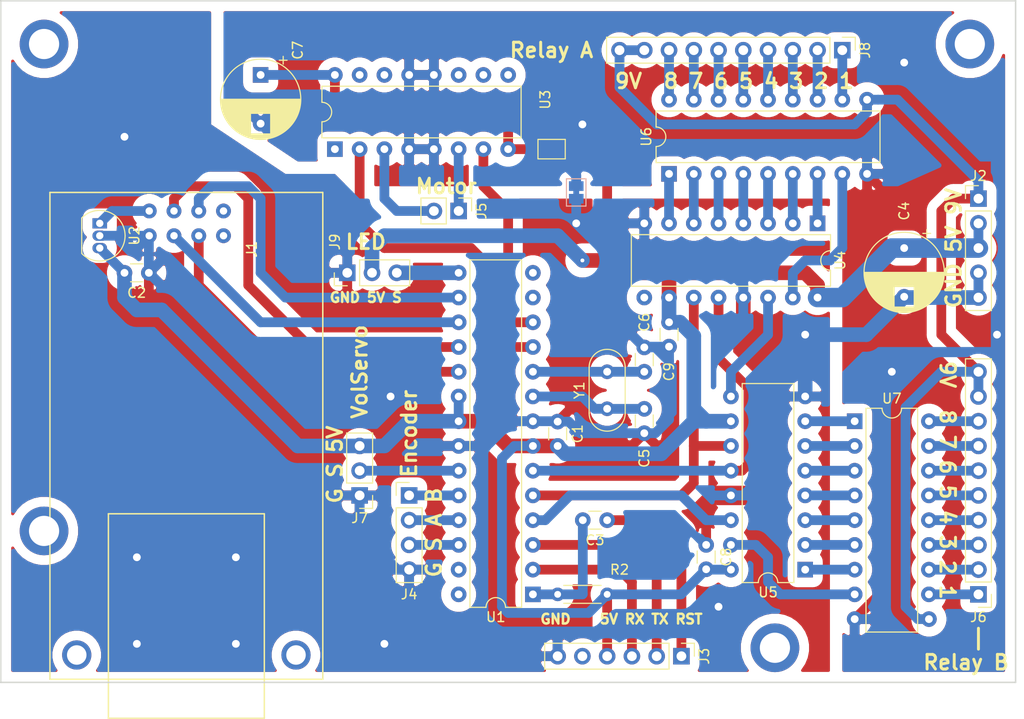
<source format=kicad_pcb>
(kicad_pcb (version 20171130) (host pcbnew 5.1.6-c6e7f7d~86~ubuntu19.10.1)

  (general
    (thickness 1.6)
    (drawings 18)
    (tracks 323)
    (zones 0)
    (modules 29)
    (nets 76)
  )

  (page A4)
  (layers
    (0 F.Cu signal)
    (31 B.Cu signal hide)
    (32 B.Adhes user)
    (33 F.Adhes user)
    (34 B.Paste user)
    (35 F.Paste user)
    (36 B.SilkS user)
    (37 F.SilkS user)
    (38 B.Mask user)
    (39 F.Mask user)
    (40 Dwgs.User user)
    (41 Cmts.User user)
    (42 Eco1.User user)
    (43 Eco2.User user)
    (44 Edge.Cuts user)
    (45 Margin user)
    (46 B.CrtYd user)
    (47 F.CrtYd user)
    (48 B.Fab user)
    (49 F.Fab user)
  )

  (setup
    (last_trace_width 1)
    (trace_clearance 0.3)
    (zone_clearance 1)
    (zone_45_only no)
    (trace_min 0.2)
    (via_size 0.8)
    (via_drill 0.4)
    (via_min_size 0.4)
    (via_min_drill 0.3)
    (uvia_size 0.3)
    (uvia_drill 0.1)
    (uvias_allowed no)
    (uvia_min_size 0.2)
    (uvia_min_drill 0.1)
    (edge_width 0.15)
    (segment_width 0.2)
    (pcb_text_width 0.3)
    (pcb_text_size 1.5 1.5)
    (mod_edge_width 0.15)
    (mod_text_size 1 1)
    (mod_text_width 0.15)
    (pad_size 1.524 1.524)
    (pad_drill 0.762)
    (pad_to_mask_clearance 0.051)
    (solder_mask_min_width 0.25)
    (aux_axis_origin 0 0)
    (visible_elements FFFFFF7F)
    (pcbplotparams
      (layerselection 0x010fc_ffffffff)
      (usegerberextensions false)
      (usegerberattributes false)
      (usegerberadvancedattributes false)
      (creategerberjobfile false)
      (excludeedgelayer true)
      (linewidth 0.100000)
      (plotframeref false)
      (viasonmask false)
      (mode 1)
      (useauxorigin false)
      (hpglpennumber 1)
      (hpglpenspeed 20)
      (hpglpendiameter 15.000000)
      (psnegative false)
      (psa4output false)
      (plotreference true)
      (plotvalue true)
      (plotinvisibletext false)
      (padsonsilk false)
      (subtractmaskfromsilk false)
      (outputformat 1)
      (mirror false)
      (drillshape 1)
      (scaleselection 1)
      (outputdirectory ""))
  )

  (net 0 "")
  (net 1 GNDD)
  (net 2 +5V)
  (net 3 RESET)
  (net 4 "Net-(C3-Pad2)")
  (net 5 "Net-(C5-Pad2)")
  (net 6 "Net-(C6-Pad2)")
  (net 7 VCC)
  (net 8 MOSI)
  (net 9 SCK)
  (net 10 SS)
  (net 11 MISO)
  (net 12 /3v3)
  (net 13 TX)
  (net 14 RX)
  (net 15 ENCODER_B)
  (net 16 ENCODER_A)
  (net 17 ENCODER_BUTTON)
  (net 18 "Net-(J5-Pad2)")
  (net 19 "Net-(J5-Pad1)")
  (net 20 +9V)
  (net 21 SERVO_SLIDER)
  (net 22 "Net-(J8-Pad1)")
  (net 23 "Net-(J8-Pad2)")
  (net 24 "Net-(J8-Pad3)")
  (net 25 "Net-(J8-Pad4)")
  (net 26 "Net-(J8-Pad5)")
  (net 27 "Net-(J8-Pad6)")
  (net 28 "Net-(J8-Pad7)")
  (net 29 "Net-(J8-Pad8)")
  (net 30 SRDATA)
  (net 31 SRCLOCK)
  (net 32 SRLATCH)
  (net 33 MOTOR_1)
  (net 34 MOTOR_2)
  (net 35 "Net-(U4-Pad1)")
  (net 36 "Net-(U4-Pad2)")
  (net 37 "Net-(U4-Pad3)")
  (net 38 "Net-(U4-Pad4)")
  (net 39 "Net-(U4-Pad5)")
  (net 40 "Net-(U4-Pad6)")
  (net 41 "Net-(U4-Pad7)")
  (net 42 "Net-(U4-Pad15)")
  (net 43 "Net-(U5-Pad15)")
  (net 44 "Net-(U5-Pad7)")
  (net 45 "Net-(U5-Pad6)")
  (net 46 "Net-(U5-Pad5)")
  (net 47 "Net-(U5-Pad4)")
  (net 48 "Net-(U5-Pad3)")
  (net 49 "Net-(U5-Pad2)")
  (net 50 "Net-(U5-Pad1)")
  (net 51 "Net-(J6-Pad8)")
  (net 52 "Net-(J6-Pad7)")
  (net 53 "Net-(J6-Pad6)")
  (net 54 "Net-(J6-Pad5)")
  (net 55 "Net-(J6-Pad4)")
  (net 56 "Net-(J6-Pad3)")
  (net 57 "Net-(J6-Pad2)")
  (net 58 "Net-(J6-Pad1)")
  (net 59 GNDPWR)
  (net 60 "Net-(U4-Pad14)")
  (net 61 "Net-(J9-Pad3)")
  (net 62 "Net-(J1-Pad5)")
  (net 63 "Net-(J1-Pad4)")
  (net 64 "Net-(J3-Pad5)")
  (net 65 "Net-(U1-Pad13)")
  (net 66 "Net-(U1-Pad27)")
  (net 67 "Net-(U1-Pad14)")
  (net 68 "Net-(U1-Pad28)")
  (net 69 "Net-(U3-Pad1)")
  (net 70 "Net-(U3-Pad9)")
  (net 71 "Net-(U3-Pad10)")
  (net 72 "Net-(U3-Pad11)")
  (net 73 "Net-(U3-Pad14)")
  (net 74 "Net-(U3-Pad15)")
  (net 75 "Net-(U4-Pad9)")

  (net_class Default "This is the default net class."
    (clearance 0.3)
    (trace_width 1)
    (via_dia 0.8)
    (via_drill 0.4)
    (uvia_dia 0.3)
    (uvia_drill 0.1)
    (add_net +5V)
    (add_net +9V)
    (add_net /3v3)
    (add_net ENCODER_A)
    (add_net ENCODER_B)
    (add_net ENCODER_BUTTON)
    (add_net GNDD)
    (add_net GNDPWR)
    (add_net MISO)
    (add_net MOSI)
    (add_net MOTOR_1)
    (add_net MOTOR_2)
    (add_net "Net-(C3-Pad2)")
    (add_net "Net-(C5-Pad2)")
    (add_net "Net-(C6-Pad2)")
    (add_net "Net-(J1-Pad4)")
    (add_net "Net-(J1-Pad5)")
    (add_net "Net-(J3-Pad5)")
    (add_net "Net-(J5-Pad1)")
    (add_net "Net-(J5-Pad2)")
    (add_net "Net-(J6-Pad1)")
    (add_net "Net-(J6-Pad2)")
    (add_net "Net-(J6-Pad3)")
    (add_net "Net-(J6-Pad4)")
    (add_net "Net-(J6-Pad5)")
    (add_net "Net-(J6-Pad6)")
    (add_net "Net-(J6-Pad7)")
    (add_net "Net-(J6-Pad8)")
    (add_net "Net-(J8-Pad1)")
    (add_net "Net-(J8-Pad2)")
    (add_net "Net-(J8-Pad3)")
    (add_net "Net-(J8-Pad4)")
    (add_net "Net-(J8-Pad5)")
    (add_net "Net-(J8-Pad6)")
    (add_net "Net-(J8-Pad7)")
    (add_net "Net-(J8-Pad8)")
    (add_net "Net-(J9-Pad3)")
    (add_net "Net-(U1-Pad13)")
    (add_net "Net-(U1-Pad14)")
    (add_net "Net-(U1-Pad27)")
    (add_net "Net-(U1-Pad28)")
    (add_net "Net-(U3-Pad1)")
    (add_net "Net-(U3-Pad10)")
    (add_net "Net-(U3-Pad11)")
    (add_net "Net-(U3-Pad14)")
    (add_net "Net-(U3-Pad15)")
    (add_net "Net-(U3-Pad9)")
    (add_net "Net-(U4-Pad1)")
    (add_net "Net-(U4-Pad14)")
    (add_net "Net-(U4-Pad15)")
    (add_net "Net-(U4-Pad2)")
    (add_net "Net-(U4-Pad3)")
    (add_net "Net-(U4-Pad4)")
    (add_net "Net-(U4-Pad5)")
    (add_net "Net-(U4-Pad6)")
    (add_net "Net-(U4-Pad7)")
    (add_net "Net-(U4-Pad9)")
    (add_net "Net-(U5-Pad1)")
    (add_net "Net-(U5-Pad15)")
    (add_net "Net-(U5-Pad2)")
    (add_net "Net-(U5-Pad3)")
    (add_net "Net-(U5-Pad4)")
    (add_net "Net-(U5-Pad5)")
    (add_net "Net-(U5-Pad6)")
    (add_net "Net-(U5-Pad7)")
    (add_net RESET)
    (add_net RX)
    (add_net SCK)
    (add_net SERVO_SLIDER)
    (add_net SRCLOCK)
    (add_net SRDATA)
    (add_net SRLATCH)
    (add_net SS)
    (add_net TX)
    (add_net VCC)
  )

  (module Capacitor_THT:C_Disc_D3.0mm_W1.6mm_P2.50mm (layer F.Cu) (tedit 5AE50EF0) (tstamp 5CD1AC21)
    (at 69.85 55.92 270)
    (descr "C, Disc series, Radial, pin pitch=2.50mm, , diameter*width=3.0*1.6mm^2, Capacitor, http://www.vishay.com/docs/45233/krseries.pdf")
    (tags "C Disc series Radial pin pitch 2.50mm  diameter 3.0mm width 1.6mm Capacitor")
    (path /5CD25D56)
    (fp_text reference C1 (at 1.25 -2.05 270) (layer F.SilkS)
      (effects (font (size 1 1) (thickness 0.15)))
    )
    (fp_text value 100nF (at 1.25 2.05 270) (layer F.Fab)
      (effects (font (size 1 1) (thickness 0.15)))
    )
    (fp_line (start 3.55 -1.05) (end -1.05 -1.05) (layer F.CrtYd) (width 0.05))
    (fp_line (start 3.55 1.05) (end 3.55 -1.05) (layer F.CrtYd) (width 0.05))
    (fp_line (start -1.05 1.05) (end 3.55 1.05) (layer F.CrtYd) (width 0.05))
    (fp_line (start -1.05 -1.05) (end -1.05 1.05) (layer F.CrtYd) (width 0.05))
    (fp_line (start 0.621 0.92) (end 1.879 0.92) (layer F.SilkS) (width 0.12))
    (fp_line (start 0.621 -0.92) (end 1.879 -0.92) (layer F.SilkS) (width 0.12))
    (fp_line (start 2.75 -0.8) (end -0.25 -0.8) (layer F.Fab) (width 0.1))
    (fp_line (start 2.75 0.8) (end 2.75 -0.8) (layer F.Fab) (width 0.1))
    (fp_line (start -0.25 0.8) (end 2.75 0.8) (layer F.Fab) (width 0.1))
    (fp_line (start -0.25 -0.8) (end -0.25 0.8) (layer F.Fab) (width 0.1))
    (fp_text user %R (at 1.25 0 270) (layer F.Fab)
      (effects (font (size 0.6 0.6) (thickness 0.09)))
    )
    (pad 1 thru_hole circle (at 0 0 270) (size 1.6 1.6) (drill 0.8) (layers *.Cu *.Mask)
      (net 1 GNDD))
    (pad 2 thru_hole circle (at 2.5 0 270) (size 1.6 1.6) (drill 0.8) (layers *.Cu *.Mask)
      (net 2 +5V))
    (model ${KISYS3DMOD}/Capacitor_THT.3dshapes/C_Disc_D3.0mm_W1.6mm_P2.50mm.wrl
      (at (xyz 0 0 0))
      (scale (xyz 1 1 1))
      (rotate (xyz 0 0 0))
    )
  )

  (module Capacitor_THT:C_Disc_D3.0mm_W1.6mm_P2.50mm (layer F.Cu) (tedit 5AE50EF0) (tstamp 5CE3F180)
    (at 27.9 40.64 180)
    (descr "C, Disc series, Radial, pin pitch=2.50mm, , diameter*width=3.0*1.6mm^2, Capacitor, http://www.vishay.com/docs/45233/krseries.pdf")
    (tags "C Disc series Radial pin pitch 2.50mm  diameter 3.0mm width 1.6mm Capacitor")
    (path /5CD91735)
    (fp_text reference C2 (at 1.25 -2.05 180) (layer F.SilkS)
      (effects (font (size 1 1) (thickness 0.15)))
    )
    (fp_text value 100nF (at 1.25 2.05 180) (layer F.Fab)
      (effects (font (size 1 1) (thickness 0.15)))
    )
    (fp_line (start -0.25 -0.8) (end -0.25 0.8) (layer F.Fab) (width 0.1))
    (fp_line (start -0.25 0.8) (end 2.75 0.8) (layer F.Fab) (width 0.1))
    (fp_line (start 2.75 0.8) (end 2.75 -0.8) (layer F.Fab) (width 0.1))
    (fp_line (start 2.75 -0.8) (end -0.25 -0.8) (layer F.Fab) (width 0.1))
    (fp_line (start 0.621 -0.92) (end 1.879 -0.92) (layer F.SilkS) (width 0.12))
    (fp_line (start 0.621 0.92) (end 1.879 0.92) (layer F.SilkS) (width 0.12))
    (fp_line (start -1.05 -1.05) (end -1.05 1.05) (layer F.CrtYd) (width 0.05))
    (fp_line (start -1.05 1.05) (end 3.55 1.05) (layer F.CrtYd) (width 0.05))
    (fp_line (start 3.55 1.05) (end 3.55 -1.05) (layer F.CrtYd) (width 0.05))
    (fp_line (start 3.55 -1.05) (end -1.05 -1.05) (layer F.CrtYd) (width 0.05))
    (fp_text user %R (at 1.25 0 180) (layer F.Fab)
      (effects (font (size 0.6 0.6) (thickness 0.09)))
    )
    (pad 2 thru_hole circle (at 2.5 0 180) (size 1.6 1.6) (drill 0.8) (layers *.Cu *.Mask)
      (net 2 +5V))
    (pad 1 thru_hole circle (at 0 0 180) (size 1.6 1.6) (drill 0.8) (layers *.Cu *.Mask)
      (net 1 GNDD))
    (model ${KISYS3DMOD}/Capacitor_THT.3dshapes/C_Disc_D3.0mm_W1.6mm_P2.50mm.wrl
      (at (xyz 0 0 0))
      (scale (xyz 1 1 1))
      (rotate (xyz 0 0 0))
    )
  )

  (module Capacitor_THT:C_Disc_D3.0mm_W1.6mm_P2.50mm (layer F.Cu) (tedit 5AE50EF0) (tstamp 5CD1DAF4)
    (at 74.93 66.04 180)
    (descr "C, Disc series, Radial, pin pitch=2.50mm, , diameter*width=3.0*1.6mm^2, Capacitor, http://www.vishay.com/docs/45233/krseries.pdf")
    (tags "C Disc series Radial pin pitch 2.50mm  diameter 3.0mm width 1.6mm Capacitor")
    (path /5CD3F935)
    (fp_text reference C3 (at 1.25 -2.05 180) (layer F.SilkS)
      (effects (font (size 1 1) (thickness 0.15)))
    )
    (fp_text value 100nF (at 1.25 2.05 180) (layer F.Fab)
      (effects (font (size 1 1) (thickness 0.15)))
    )
    (fp_line (start 3.55 -1.05) (end -1.05 -1.05) (layer F.CrtYd) (width 0.05))
    (fp_line (start 3.55 1.05) (end 3.55 -1.05) (layer F.CrtYd) (width 0.05))
    (fp_line (start -1.05 1.05) (end 3.55 1.05) (layer F.CrtYd) (width 0.05))
    (fp_line (start -1.05 -1.05) (end -1.05 1.05) (layer F.CrtYd) (width 0.05))
    (fp_line (start 0.621 0.92) (end 1.879 0.92) (layer F.SilkS) (width 0.12))
    (fp_line (start 0.621 -0.92) (end 1.879 -0.92) (layer F.SilkS) (width 0.12))
    (fp_line (start 2.75 -0.8) (end -0.25 -0.8) (layer F.Fab) (width 0.1))
    (fp_line (start 2.75 0.8) (end 2.75 -0.8) (layer F.Fab) (width 0.1))
    (fp_line (start -0.25 0.8) (end 2.75 0.8) (layer F.Fab) (width 0.1))
    (fp_line (start -0.25 -0.8) (end -0.25 0.8) (layer F.Fab) (width 0.1))
    (fp_text user %R (at 1.25 0 180) (layer F.Fab)
      (effects (font (size 0.6 0.6) (thickness 0.09)))
    )
    (pad 1 thru_hole circle (at 0 0 180) (size 1.6 1.6) (drill 0.8) (layers *.Cu *.Mask)
      (net 3 RESET))
    (pad 2 thru_hole circle (at 2.5 0 180) (size 1.6 1.6) (drill 0.8) (layers *.Cu *.Mask)
      (net 4 "Net-(C3-Pad2)"))
    (model ${KISYS3DMOD}/Capacitor_THT.3dshapes/C_Disc_D3.0mm_W1.6mm_P2.50mm.wrl
      (at (xyz 0 0 0))
      (scale (xyz 1 1 1))
      (rotate (xyz 0 0 0))
    )
  )

  (module Capacitor_THT:CP_Radial_D8.0mm_P5.00mm (layer F.Cu) (tedit 5AE50EF0) (tstamp 5CE40C28)
    (at 105.41 38.1 270)
    (descr "CP, Radial series, Radial, pin pitch=5.00mm, , diameter=8mm, Electrolytic Capacitor")
    (tags "CP Radial series Radial pin pitch 5.00mm  diameter 8mm Electrolytic Capacitor")
    (path /5CD3C177)
    (fp_text reference C4 (at -3.81 0 270) (layer F.SilkS)
      (effects (font (size 1 1) (thickness 0.15)))
    )
    (fp_text value 100uF (at 2.5 5.25 270) (layer F.Fab)
      (effects (font (size 1 1) (thickness 0.15)))
    )
    (fp_line (start -1.509698 -2.715) (end -1.509698 -1.915) (layer F.SilkS) (width 0.12))
    (fp_line (start -1.909698 -2.315) (end -1.109698 -2.315) (layer F.SilkS) (width 0.12))
    (fp_line (start 6.581 -0.533) (end 6.581 0.533) (layer F.SilkS) (width 0.12))
    (fp_line (start 6.541 -0.768) (end 6.541 0.768) (layer F.SilkS) (width 0.12))
    (fp_line (start 6.501 -0.948) (end 6.501 0.948) (layer F.SilkS) (width 0.12))
    (fp_line (start 6.461 -1.098) (end 6.461 1.098) (layer F.SilkS) (width 0.12))
    (fp_line (start 6.421 -1.229) (end 6.421 1.229) (layer F.SilkS) (width 0.12))
    (fp_line (start 6.381 -1.346) (end 6.381 1.346) (layer F.SilkS) (width 0.12))
    (fp_line (start 6.341 -1.453) (end 6.341 1.453) (layer F.SilkS) (width 0.12))
    (fp_line (start 6.301 -1.552) (end 6.301 1.552) (layer F.SilkS) (width 0.12))
    (fp_line (start 6.261 -1.645) (end 6.261 1.645) (layer F.SilkS) (width 0.12))
    (fp_line (start 6.221 -1.731) (end 6.221 1.731) (layer F.SilkS) (width 0.12))
    (fp_line (start 6.181 -1.813) (end 6.181 1.813) (layer F.SilkS) (width 0.12))
    (fp_line (start 6.141 -1.89) (end 6.141 1.89) (layer F.SilkS) (width 0.12))
    (fp_line (start 6.101 -1.964) (end 6.101 1.964) (layer F.SilkS) (width 0.12))
    (fp_line (start 6.061 -2.034) (end 6.061 2.034) (layer F.SilkS) (width 0.12))
    (fp_line (start 6.021 1.04) (end 6.021 2.102) (layer F.SilkS) (width 0.12))
    (fp_line (start 6.021 -2.102) (end 6.021 -1.04) (layer F.SilkS) (width 0.12))
    (fp_line (start 5.981 1.04) (end 5.981 2.166) (layer F.SilkS) (width 0.12))
    (fp_line (start 5.981 -2.166) (end 5.981 -1.04) (layer F.SilkS) (width 0.12))
    (fp_line (start 5.941 1.04) (end 5.941 2.228) (layer F.SilkS) (width 0.12))
    (fp_line (start 5.941 -2.228) (end 5.941 -1.04) (layer F.SilkS) (width 0.12))
    (fp_line (start 5.901 1.04) (end 5.901 2.287) (layer F.SilkS) (width 0.12))
    (fp_line (start 5.901 -2.287) (end 5.901 -1.04) (layer F.SilkS) (width 0.12))
    (fp_line (start 5.861 1.04) (end 5.861 2.345) (layer F.SilkS) (width 0.12))
    (fp_line (start 5.861 -2.345) (end 5.861 -1.04) (layer F.SilkS) (width 0.12))
    (fp_line (start 5.821 1.04) (end 5.821 2.4) (layer F.SilkS) (width 0.12))
    (fp_line (start 5.821 -2.4) (end 5.821 -1.04) (layer F.SilkS) (width 0.12))
    (fp_line (start 5.781 1.04) (end 5.781 2.454) (layer F.SilkS) (width 0.12))
    (fp_line (start 5.781 -2.454) (end 5.781 -1.04) (layer F.SilkS) (width 0.12))
    (fp_line (start 5.741 1.04) (end 5.741 2.505) (layer F.SilkS) (width 0.12))
    (fp_line (start 5.741 -2.505) (end 5.741 -1.04) (layer F.SilkS) (width 0.12))
    (fp_line (start 5.701 1.04) (end 5.701 2.556) (layer F.SilkS) (width 0.12))
    (fp_line (start 5.701 -2.556) (end 5.701 -1.04) (layer F.SilkS) (width 0.12))
    (fp_line (start 5.661 1.04) (end 5.661 2.604) (layer F.SilkS) (width 0.12))
    (fp_line (start 5.661 -2.604) (end 5.661 -1.04) (layer F.SilkS) (width 0.12))
    (fp_line (start 5.621 1.04) (end 5.621 2.651) (layer F.SilkS) (width 0.12))
    (fp_line (start 5.621 -2.651) (end 5.621 -1.04) (layer F.SilkS) (width 0.12))
    (fp_line (start 5.581 1.04) (end 5.581 2.697) (layer F.SilkS) (width 0.12))
    (fp_line (start 5.581 -2.697) (end 5.581 -1.04) (layer F.SilkS) (width 0.12))
    (fp_line (start 5.541 1.04) (end 5.541 2.741) (layer F.SilkS) (width 0.12))
    (fp_line (start 5.541 -2.741) (end 5.541 -1.04) (layer F.SilkS) (width 0.12))
    (fp_line (start 5.501 1.04) (end 5.501 2.784) (layer F.SilkS) (width 0.12))
    (fp_line (start 5.501 -2.784) (end 5.501 -1.04) (layer F.SilkS) (width 0.12))
    (fp_line (start 5.461 1.04) (end 5.461 2.826) (layer F.SilkS) (width 0.12))
    (fp_line (start 5.461 -2.826) (end 5.461 -1.04) (layer F.SilkS) (width 0.12))
    (fp_line (start 5.421 1.04) (end 5.421 2.867) (layer F.SilkS) (width 0.12))
    (fp_line (start 5.421 -2.867) (end 5.421 -1.04) (layer F.SilkS) (width 0.12))
    (fp_line (start 5.381 1.04) (end 5.381 2.907) (layer F.SilkS) (width 0.12))
    (fp_line (start 5.381 -2.907) (end 5.381 -1.04) (layer F.SilkS) (width 0.12))
    (fp_line (start 5.341 1.04) (end 5.341 2.945) (layer F.SilkS) (width 0.12))
    (fp_line (start 5.341 -2.945) (end 5.341 -1.04) (layer F.SilkS) (width 0.12))
    (fp_line (start 5.301 1.04) (end 5.301 2.983) (layer F.SilkS) (width 0.12))
    (fp_line (start 5.301 -2.983) (end 5.301 -1.04) (layer F.SilkS) (width 0.12))
    (fp_line (start 5.261 1.04) (end 5.261 3.019) (layer F.SilkS) (width 0.12))
    (fp_line (start 5.261 -3.019) (end 5.261 -1.04) (layer F.SilkS) (width 0.12))
    (fp_line (start 5.221 1.04) (end 5.221 3.055) (layer F.SilkS) (width 0.12))
    (fp_line (start 5.221 -3.055) (end 5.221 -1.04) (layer F.SilkS) (width 0.12))
    (fp_line (start 5.181 1.04) (end 5.181 3.09) (layer F.SilkS) (width 0.12))
    (fp_line (start 5.181 -3.09) (end 5.181 -1.04) (layer F.SilkS) (width 0.12))
    (fp_line (start 5.141 1.04) (end 5.141 3.124) (layer F.SilkS) (width 0.12))
    (fp_line (start 5.141 -3.124) (end 5.141 -1.04) (layer F.SilkS) (width 0.12))
    (fp_line (start 5.101 1.04) (end 5.101 3.156) (layer F.SilkS) (width 0.12))
    (fp_line (start 5.101 -3.156) (end 5.101 -1.04) (layer F.SilkS) (width 0.12))
    (fp_line (start 5.061 1.04) (end 5.061 3.189) (layer F.SilkS) (width 0.12))
    (fp_line (start 5.061 -3.189) (end 5.061 -1.04) (layer F.SilkS) (width 0.12))
    (fp_line (start 5.021 1.04) (end 5.021 3.22) (layer F.SilkS) (width 0.12))
    (fp_line (start 5.021 -3.22) (end 5.021 -1.04) (layer F.SilkS) (width 0.12))
    (fp_line (start 4.981 1.04) (end 4.981 3.25) (layer F.SilkS) (width 0.12))
    (fp_line (start 4.981 -3.25) (end 4.981 -1.04) (layer F.SilkS) (width 0.12))
    (fp_line (start 4.941 1.04) (end 4.941 3.28) (layer F.SilkS) (width 0.12))
    (fp_line (start 4.941 -3.28) (end 4.941 -1.04) (layer F.SilkS) (width 0.12))
    (fp_line (start 4.901 1.04) (end 4.901 3.309) (layer F.SilkS) (width 0.12))
    (fp_line (start 4.901 -3.309) (end 4.901 -1.04) (layer F.SilkS) (width 0.12))
    (fp_line (start 4.861 1.04) (end 4.861 3.338) (layer F.SilkS) (width 0.12))
    (fp_line (start 4.861 -3.338) (end 4.861 -1.04) (layer F.SilkS) (width 0.12))
    (fp_line (start 4.821 1.04) (end 4.821 3.365) (layer F.SilkS) (width 0.12))
    (fp_line (start 4.821 -3.365) (end 4.821 -1.04) (layer F.SilkS) (width 0.12))
    (fp_line (start 4.781 1.04) (end 4.781 3.392) (layer F.SilkS) (width 0.12))
    (fp_line (start 4.781 -3.392) (end 4.781 -1.04) (layer F.SilkS) (width 0.12))
    (fp_line (start 4.741 1.04) (end 4.741 3.418) (layer F.SilkS) (width 0.12))
    (fp_line (start 4.741 -3.418) (end 4.741 -1.04) (layer F.SilkS) (width 0.12))
    (fp_line (start 4.701 1.04) (end 4.701 3.444) (layer F.SilkS) (width 0.12))
    (fp_line (start 4.701 -3.444) (end 4.701 -1.04) (layer F.SilkS) (width 0.12))
    (fp_line (start 4.661 1.04) (end 4.661 3.469) (layer F.SilkS) (width 0.12))
    (fp_line (start 4.661 -3.469) (end 4.661 -1.04) (layer F.SilkS) (width 0.12))
    (fp_line (start 4.621 1.04) (end 4.621 3.493) (layer F.SilkS) (width 0.12))
    (fp_line (start 4.621 -3.493) (end 4.621 -1.04) (layer F.SilkS) (width 0.12))
    (fp_line (start 4.581 1.04) (end 4.581 3.517) (layer F.SilkS) (width 0.12))
    (fp_line (start 4.581 -3.517) (end 4.581 -1.04) (layer F.SilkS) (width 0.12))
    (fp_line (start 4.541 1.04) (end 4.541 3.54) (layer F.SilkS) (width 0.12))
    (fp_line (start 4.541 -3.54) (end 4.541 -1.04) (layer F.SilkS) (width 0.12))
    (fp_line (start 4.501 1.04) (end 4.501 3.562) (layer F.SilkS) (width 0.12))
    (fp_line (start 4.501 -3.562) (end 4.501 -1.04) (layer F.SilkS) (width 0.12))
    (fp_line (start 4.461 1.04) (end 4.461 3.584) (layer F.SilkS) (width 0.12))
    (fp_line (start 4.461 -3.584) (end 4.461 -1.04) (layer F.SilkS) (width 0.12))
    (fp_line (start 4.421 1.04) (end 4.421 3.606) (layer F.SilkS) (width 0.12))
    (fp_line (start 4.421 -3.606) (end 4.421 -1.04) (layer F.SilkS) (width 0.12))
    (fp_line (start 4.381 1.04) (end 4.381 3.627) (layer F.SilkS) (width 0.12))
    (fp_line (start 4.381 -3.627) (end 4.381 -1.04) (layer F.SilkS) (width 0.12))
    (fp_line (start 4.341 1.04) (end 4.341 3.647) (layer F.SilkS) (width 0.12))
    (fp_line (start 4.341 -3.647) (end 4.341 -1.04) (layer F.SilkS) (width 0.12))
    (fp_line (start 4.301 1.04) (end 4.301 3.666) (layer F.SilkS) (width 0.12))
    (fp_line (start 4.301 -3.666) (end 4.301 -1.04) (layer F.SilkS) (width 0.12))
    (fp_line (start 4.261 1.04) (end 4.261 3.686) (layer F.SilkS) (width 0.12))
    (fp_line (start 4.261 -3.686) (end 4.261 -1.04) (layer F.SilkS) (width 0.12))
    (fp_line (start 4.221 1.04) (end 4.221 3.704) (layer F.SilkS) (width 0.12))
    (fp_line (start 4.221 -3.704) (end 4.221 -1.04) (layer F.SilkS) (width 0.12))
    (fp_line (start 4.181 1.04) (end 4.181 3.722) (layer F.SilkS) (width 0.12))
    (fp_line (start 4.181 -3.722) (end 4.181 -1.04) (layer F.SilkS) (width 0.12))
    (fp_line (start 4.141 1.04) (end 4.141 3.74) (layer F.SilkS) (width 0.12))
    (fp_line (start 4.141 -3.74) (end 4.141 -1.04) (layer F.SilkS) (width 0.12))
    (fp_line (start 4.101 1.04) (end 4.101 3.757) (layer F.SilkS) (width 0.12))
    (fp_line (start 4.101 -3.757) (end 4.101 -1.04) (layer F.SilkS) (width 0.12))
    (fp_line (start 4.061 1.04) (end 4.061 3.774) (layer F.SilkS) (width 0.12))
    (fp_line (start 4.061 -3.774) (end 4.061 -1.04) (layer F.SilkS) (width 0.12))
    (fp_line (start 4.021 1.04) (end 4.021 3.79) (layer F.SilkS) (width 0.12))
    (fp_line (start 4.021 -3.79) (end 4.021 -1.04) (layer F.SilkS) (width 0.12))
    (fp_line (start 3.981 1.04) (end 3.981 3.805) (layer F.SilkS) (width 0.12))
    (fp_line (start 3.981 -3.805) (end 3.981 -1.04) (layer F.SilkS) (width 0.12))
    (fp_line (start 3.941 -3.821) (end 3.941 3.821) (layer F.SilkS) (width 0.12))
    (fp_line (start 3.901 -3.835) (end 3.901 3.835) (layer F.SilkS) (width 0.12))
    (fp_line (start 3.861 -3.85) (end 3.861 3.85) (layer F.SilkS) (width 0.12))
    (fp_line (start 3.821 -3.863) (end 3.821 3.863) (layer F.SilkS) (width 0.12))
    (fp_line (start 3.781 -3.877) (end 3.781 3.877) (layer F.SilkS) (width 0.12))
    (fp_line (start 3.741 -3.889) (end 3.741 3.889) (layer F.SilkS) (width 0.12))
    (fp_line (start 3.701 -3.902) (end 3.701 3.902) (layer F.SilkS) (width 0.12))
    (fp_line (start 3.661 -3.914) (end 3.661 3.914) (layer F.SilkS) (width 0.12))
    (fp_line (start 3.621 -3.925) (end 3.621 3.925) (layer F.SilkS) (width 0.12))
    (fp_line (start 3.581 -3.936) (end 3.581 3.936) (layer F.SilkS) (width 0.12))
    (fp_line (start 3.541 -3.947) (end 3.541 3.947) (layer F.SilkS) (width 0.12))
    (fp_line (start 3.501 -3.957) (end 3.501 3.957) (layer F.SilkS) (width 0.12))
    (fp_line (start 3.461 -3.967) (end 3.461 3.967) (layer F.SilkS) (width 0.12))
    (fp_line (start 3.421 -3.976) (end 3.421 3.976) (layer F.SilkS) (width 0.12))
    (fp_line (start 3.381 -3.985) (end 3.381 3.985) (layer F.SilkS) (width 0.12))
    (fp_line (start 3.341 -3.994) (end 3.341 3.994) (layer F.SilkS) (width 0.12))
    (fp_line (start 3.301 -4.002) (end 3.301 4.002) (layer F.SilkS) (width 0.12))
    (fp_line (start 3.261 -4.01) (end 3.261 4.01) (layer F.SilkS) (width 0.12))
    (fp_line (start 3.221 -4.017) (end 3.221 4.017) (layer F.SilkS) (width 0.12))
    (fp_line (start 3.18 -4.024) (end 3.18 4.024) (layer F.SilkS) (width 0.12))
    (fp_line (start 3.14 -4.03) (end 3.14 4.03) (layer F.SilkS) (width 0.12))
    (fp_line (start 3.1 -4.037) (end 3.1 4.037) (layer F.SilkS) (width 0.12))
    (fp_line (start 3.06 -4.042) (end 3.06 4.042) (layer F.SilkS) (width 0.12))
    (fp_line (start 3.02 -4.048) (end 3.02 4.048) (layer F.SilkS) (width 0.12))
    (fp_line (start 2.98 -4.052) (end 2.98 4.052) (layer F.SilkS) (width 0.12))
    (fp_line (start 2.94 -4.057) (end 2.94 4.057) (layer F.SilkS) (width 0.12))
    (fp_line (start 2.9 -4.061) (end 2.9 4.061) (layer F.SilkS) (width 0.12))
    (fp_line (start 2.86 -4.065) (end 2.86 4.065) (layer F.SilkS) (width 0.12))
    (fp_line (start 2.82 -4.068) (end 2.82 4.068) (layer F.SilkS) (width 0.12))
    (fp_line (start 2.78 -4.071) (end 2.78 4.071) (layer F.SilkS) (width 0.12))
    (fp_line (start 2.74 -4.074) (end 2.74 4.074) (layer F.SilkS) (width 0.12))
    (fp_line (start 2.7 -4.076) (end 2.7 4.076) (layer F.SilkS) (width 0.12))
    (fp_line (start 2.66 -4.077) (end 2.66 4.077) (layer F.SilkS) (width 0.12))
    (fp_line (start 2.62 -4.079) (end 2.62 4.079) (layer F.SilkS) (width 0.12))
    (fp_line (start 2.58 -4.08) (end 2.58 4.08) (layer F.SilkS) (width 0.12))
    (fp_line (start 2.54 -4.08) (end 2.54 4.08) (layer F.SilkS) (width 0.12))
    (fp_line (start 2.5 -4.08) (end 2.5 4.08) (layer F.SilkS) (width 0.12))
    (fp_line (start -0.526759 -2.1475) (end -0.526759 -1.3475) (layer F.Fab) (width 0.1))
    (fp_line (start -0.926759 -1.7475) (end -0.126759 -1.7475) (layer F.Fab) (width 0.1))
    (fp_circle (center 2.5 0) (end 6.75 0) (layer F.CrtYd) (width 0.05))
    (fp_circle (center 2.5 0) (end 6.62 0) (layer F.SilkS) (width 0.12))
    (fp_circle (center 2.5 0) (end 6.5 0) (layer F.Fab) (width 0.1))
    (fp_text user %R (at 2.5 0 270) (layer F.Fab)
      (effects (font (size 1 1) (thickness 0.15)))
    )
    (pad 1 thru_hole rect (at 0 0 270) (size 1.6 1.6) (drill 0.8) (layers *.Cu *.Mask)
      (net 2 +5V))
    (pad 2 thru_hole circle (at 5 0 270) (size 1.6 1.6) (drill 0.8) (layers *.Cu *.Mask)
      (net 1 GNDD))
    (model ${KISYS3DMOD}/Capacitor_THT.3dshapes/CP_Radial_D8.0mm_P5.00mm.wrl
      (at (xyz 0 0 0))
      (scale (xyz 1 1 1))
      (rotate (xyz 0 0 0))
    )
  )

  (module Capacitor_THT:C_Disc_D3.0mm_W1.6mm_P2.50mm (layer F.Cu) (tedit 5AE50EF0) (tstamp 5CD1DE2A)
    (at 78.74 57.11 90)
    (descr "C, Disc series, Radial, pin pitch=2.50mm, , diameter*width=3.0*1.6mm^2, Capacitor, http://www.vishay.com/docs/45233/krseries.pdf")
    (tags "C Disc series Radial pin pitch 2.50mm  diameter 3.0mm width 1.6mm Capacitor")
    (path /5CD16AB1)
    (fp_text reference C5 (at -2.58 0 90) (layer F.SilkS)
      (effects (font (size 1 1) (thickness 0.15)))
    )
    (fp_text value 22p (at 1.25 2.05 90) (layer F.Fab)
      (effects (font (size 1 1) (thickness 0.15)))
    )
    (fp_line (start 3.55 -1.05) (end -1.05 -1.05) (layer F.CrtYd) (width 0.05))
    (fp_line (start 3.55 1.05) (end 3.55 -1.05) (layer F.CrtYd) (width 0.05))
    (fp_line (start -1.05 1.05) (end 3.55 1.05) (layer F.CrtYd) (width 0.05))
    (fp_line (start -1.05 -1.05) (end -1.05 1.05) (layer F.CrtYd) (width 0.05))
    (fp_line (start 0.621 0.92) (end 1.879 0.92) (layer F.SilkS) (width 0.12))
    (fp_line (start 0.621 -0.92) (end 1.879 -0.92) (layer F.SilkS) (width 0.12))
    (fp_line (start 2.75 -0.8) (end -0.25 -0.8) (layer F.Fab) (width 0.1))
    (fp_line (start 2.75 0.8) (end 2.75 -0.8) (layer F.Fab) (width 0.1))
    (fp_line (start -0.25 0.8) (end 2.75 0.8) (layer F.Fab) (width 0.1))
    (fp_line (start -0.25 -0.8) (end -0.25 0.8) (layer F.Fab) (width 0.1))
    (fp_text user %R (at 1.25 0 90) (layer F.Fab)
      (effects (font (size 0.6 0.6) (thickness 0.09)))
    )
    (pad 1 thru_hole circle (at 0 0 90) (size 1.6 1.6) (drill 0.8) (layers *.Cu *.Mask)
      (net 1 GNDD))
    (pad 2 thru_hole circle (at 2.5 0 90) (size 1.6 1.6) (drill 0.8) (layers *.Cu *.Mask)
      (net 5 "Net-(C5-Pad2)"))
    (model ${KISYS3DMOD}/Capacitor_THT.3dshapes/C_Disc_D3.0mm_W1.6mm_P2.50mm.wrl
      (at (xyz 0 0 0))
      (scale (xyz 1 1 1))
      (rotate (xyz 0 0 0))
    )
  )

  (module Capacitor_THT:C_Disc_D3.0mm_W1.6mm_P2.50mm (layer F.Cu) (tedit 5AE50EF0) (tstamp 5CD1AD0E)
    (at 78.74 48.3 270)
    (descr "C, Disc series, Radial, pin pitch=2.50mm, , diameter*width=3.0*1.6mm^2, Capacitor, http://www.vishay.com/docs/45233/krseries.pdf")
    (tags "C Disc series Radial pin pitch 2.50mm  diameter 3.0mm width 1.6mm Capacitor")
    (path /5CD16B2E)
    (fp_text reference C6 (at -2.58 0 270) (layer F.SilkS)
      (effects (font (size 1 1) (thickness 0.15)))
    )
    (fp_text value 22p (at 1.25 2.05 270) (layer F.Fab)
      (effects (font (size 1 1) (thickness 0.15)))
    )
    (fp_line (start -0.25 -0.8) (end -0.25 0.8) (layer F.Fab) (width 0.1))
    (fp_line (start -0.25 0.8) (end 2.75 0.8) (layer F.Fab) (width 0.1))
    (fp_line (start 2.75 0.8) (end 2.75 -0.8) (layer F.Fab) (width 0.1))
    (fp_line (start 2.75 -0.8) (end -0.25 -0.8) (layer F.Fab) (width 0.1))
    (fp_line (start 0.621 -0.92) (end 1.879 -0.92) (layer F.SilkS) (width 0.12))
    (fp_line (start 0.621 0.92) (end 1.879 0.92) (layer F.SilkS) (width 0.12))
    (fp_line (start -1.05 -1.05) (end -1.05 1.05) (layer F.CrtYd) (width 0.05))
    (fp_line (start -1.05 1.05) (end 3.55 1.05) (layer F.CrtYd) (width 0.05))
    (fp_line (start 3.55 1.05) (end 3.55 -1.05) (layer F.CrtYd) (width 0.05))
    (fp_line (start 3.55 -1.05) (end -1.05 -1.05) (layer F.CrtYd) (width 0.05))
    (fp_text user %R (at 1.25 0 270) (layer F.Fab)
      (effects (font (size 0.6 0.6) (thickness 0.09)))
    )
    (pad 2 thru_hole circle (at 2.5 0 270) (size 1.6 1.6) (drill 0.8) (layers *.Cu *.Mask)
      (net 6 "Net-(C6-Pad2)"))
    (pad 1 thru_hole circle (at 0 0 270) (size 1.6 1.6) (drill 0.8) (layers *.Cu *.Mask)
      (net 1 GNDD))
    (model ${KISYS3DMOD}/Capacitor_THT.3dshapes/C_Disc_D3.0mm_W1.6mm_P2.50mm.wrl
      (at (xyz 0 0 0))
      (scale (xyz 1 1 1))
      (rotate (xyz 0 0 0))
    )
  )

  (module Capacitor_THT:CP_Radial_D8.0mm_P5.00mm (layer F.Cu) (tedit 5AE50EF0) (tstamp 5CD1A962)
    (at 39.37 20.32 270)
    (descr "CP, Radial series, Radial, pin pitch=5.00mm, , diameter=8mm, Electrolytic Capacitor")
    (tags "CP Radial series Radial pin pitch 5.00mm  diameter 8mm Electrolytic Capacitor")
    (path /5CDA1999)
    (fp_text reference C7 (at -2.54 -3.81 270) (layer F.SilkS)
      (effects (font (size 1 1) (thickness 0.15)))
    )
    (fp_text value 470uF (at 2.5 5.25 270) (layer F.Fab)
      (effects (font (size 1 1) (thickness 0.15)))
    )
    (fp_circle (center 2.5 0) (end 6.5 0) (layer F.Fab) (width 0.1))
    (fp_circle (center 2.5 0) (end 6.62 0) (layer F.SilkS) (width 0.12))
    (fp_circle (center 2.5 0) (end 6.75 0) (layer F.CrtYd) (width 0.05))
    (fp_line (start -0.926759 -1.7475) (end -0.126759 -1.7475) (layer F.Fab) (width 0.1))
    (fp_line (start -0.526759 -2.1475) (end -0.526759 -1.3475) (layer F.Fab) (width 0.1))
    (fp_line (start 2.5 -4.08) (end 2.5 4.08) (layer F.SilkS) (width 0.12))
    (fp_line (start 2.54 -4.08) (end 2.54 4.08) (layer F.SilkS) (width 0.12))
    (fp_line (start 2.58 -4.08) (end 2.58 4.08) (layer F.SilkS) (width 0.12))
    (fp_line (start 2.62 -4.079) (end 2.62 4.079) (layer F.SilkS) (width 0.12))
    (fp_line (start 2.66 -4.077) (end 2.66 4.077) (layer F.SilkS) (width 0.12))
    (fp_line (start 2.7 -4.076) (end 2.7 4.076) (layer F.SilkS) (width 0.12))
    (fp_line (start 2.74 -4.074) (end 2.74 4.074) (layer F.SilkS) (width 0.12))
    (fp_line (start 2.78 -4.071) (end 2.78 4.071) (layer F.SilkS) (width 0.12))
    (fp_line (start 2.82 -4.068) (end 2.82 4.068) (layer F.SilkS) (width 0.12))
    (fp_line (start 2.86 -4.065) (end 2.86 4.065) (layer F.SilkS) (width 0.12))
    (fp_line (start 2.9 -4.061) (end 2.9 4.061) (layer F.SilkS) (width 0.12))
    (fp_line (start 2.94 -4.057) (end 2.94 4.057) (layer F.SilkS) (width 0.12))
    (fp_line (start 2.98 -4.052) (end 2.98 4.052) (layer F.SilkS) (width 0.12))
    (fp_line (start 3.02 -4.048) (end 3.02 4.048) (layer F.SilkS) (width 0.12))
    (fp_line (start 3.06 -4.042) (end 3.06 4.042) (layer F.SilkS) (width 0.12))
    (fp_line (start 3.1 -4.037) (end 3.1 4.037) (layer F.SilkS) (width 0.12))
    (fp_line (start 3.14 -4.03) (end 3.14 4.03) (layer F.SilkS) (width 0.12))
    (fp_line (start 3.18 -4.024) (end 3.18 4.024) (layer F.SilkS) (width 0.12))
    (fp_line (start 3.221 -4.017) (end 3.221 4.017) (layer F.SilkS) (width 0.12))
    (fp_line (start 3.261 -4.01) (end 3.261 4.01) (layer F.SilkS) (width 0.12))
    (fp_line (start 3.301 -4.002) (end 3.301 4.002) (layer F.SilkS) (width 0.12))
    (fp_line (start 3.341 -3.994) (end 3.341 3.994) (layer F.SilkS) (width 0.12))
    (fp_line (start 3.381 -3.985) (end 3.381 3.985) (layer F.SilkS) (width 0.12))
    (fp_line (start 3.421 -3.976) (end 3.421 3.976) (layer F.SilkS) (width 0.12))
    (fp_line (start 3.461 -3.967) (end 3.461 3.967) (layer F.SilkS) (width 0.12))
    (fp_line (start 3.501 -3.957) (end 3.501 3.957) (layer F.SilkS) (width 0.12))
    (fp_line (start 3.541 -3.947) (end 3.541 3.947) (layer F.SilkS) (width 0.12))
    (fp_line (start 3.581 -3.936) (end 3.581 3.936) (layer F.SilkS) (width 0.12))
    (fp_line (start 3.621 -3.925) (end 3.621 3.925) (layer F.SilkS) (width 0.12))
    (fp_line (start 3.661 -3.914) (end 3.661 3.914) (layer F.SilkS) (width 0.12))
    (fp_line (start 3.701 -3.902) (end 3.701 3.902) (layer F.SilkS) (width 0.12))
    (fp_line (start 3.741 -3.889) (end 3.741 3.889) (layer F.SilkS) (width 0.12))
    (fp_line (start 3.781 -3.877) (end 3.781 3.877) (layer F.SilkS) (width 0.12))
    (fp_line (start 3.821 -3.863) (end 3.821 3.863) (layer F.SilkS) (width 0.12))
    (fp_line (start 3.861 -3.85) (end 3.861 3.85) (layer F.SilkS) (width 0.12))
    (fp_line (start 3.901 -3.835) (end 3.901 3.835) (layer F.SilkS) (width 0.12))
    (fp_line (start 3.941 -3.821) (end 3.941 3.821) (layer F.SilkS) (width 0.12))
    (fp_line (start 3.981 -3.805) (end 3.981 -1.04) (layer F.SilkS) (width 0.12))
    (fp_line (start 3.981 1.04) (end 3.981 3.805) (layer F.SilkS) (width 0.12))
    (fp_line (start 4.021 -3.79) (end 4.021 -1.04) (layer F.SilkS) (width 0.12))
    (fp_line (start 4.021 1.04) (end 4.021 3.79) (layer F.SilkS) (width 0.12))
    (fp_line (start 4.061 -3.774) (end 4.061 -1.04) (layer F.SilkS) (width 0.12))
    (fp_line (start 4.061 1.04) (end 4.061 3.774) (layer F.SilkS) (width 0.12))
    (fp_line (start 4.101 -3.757) (end 4.101 -1.04) (layer F.SilkS) (width 0.12))
    (fp_line (start 4.101 1.04) (end 4.101 3.757) (layer F.SilkS) (width 0.12))
    (fp_line (start 4.141 -3.74) (end 4.141 -1.04) (layer F.SilkS) (width 0.12))
    (fp_line (start 4.141 1.04) (end 4.141 3.74) (layer F.SilkS) (width 0.12))
    (fp_line (start 4.181 -3.722) (end 4.181 -1.04) (layer F.SilkS) (width 0.12))
    (fp_line (start 4.181 1.04) (end 4.181 3.722) (layer F.SilkS) (width 0.12))
    (fp_line (start 4.221 -3.704) (end 4.221 -1.04) (layer F.SilkS) (width 0.12))
    (fp_line (start 4.221 1.04) (end 4.221 3.704) (layer F.SilkS) (width 0.12))
    (fp_line (start 4.261 -3.686) (end 4.261 -1.04) (layer F.SilkS) (width 0.12))
    (fp_line (start 4.261 1.04) (end 4.261 3.686) (layer F.SilkS) (width 0.12))
    (fp_line (start 4.301 -3.666) (end 4.301 -1.04) (layer F.SilkS) (width 0.12))
    (fp_line (start 4.301 1.04) (end 4.301 3.666) (layer F.SilkS) (width 0.12))
    (fp_line (start 4.341 -3.647) (end 4.341 -1.04) (layer F.SilkS) (width 0.12))
    (fp_line (start 4.341 1.04) (end 4.341 3.647) (layer F.SilkS) (width 0.12))
    (fp_line (start 4.381 -3.627) (end 4.381 -1.04) (layer F.SilkS) (width 0.12))
    (fp_line (start 4.381 1.04) (end 4.381 3.627) (layer F.SilkS) (width 0.12))
    (fp_line (start 4.421 -3.606) (end 4.421 -1.04) (layer F.SilkS) (width 0.12))
    (fp_line (start 4.421 1.04) (end 4.421 3.606) (layer F.SilkS) (width 0.12))
    (fp_line (start 4.461 -3.584) (end 4.461 -1.04) (layer F.SilkS) (width 0.12))
    (fp_line (start 4.461 1.04) (end 4.461 3.584) (layer F.SilkS) (width 0.12))
    (fp_line (start 4.501 -3.562) (end 4.501 -1.04) (layer F.SilkS) (width 0.12))
    (fp_line (start 4.501 1.04) (end 4.501 3.562) (layer F.SilkS) (width 0.12))
    (fp_line (start 4.541 -3.54) (end 4.541 -1.04) (layer F.SilkS) (width 0.12))
    (fp_line (start 4.541 1.04) (end 4.541 3.54) (layer F.SilkS) (width 0.12))
    (fp_line (start 4.581 -3.517) (end 4.581 -1.04) (layer F.SilkS) (width 0.12))
    (fp_line (start 4.581 1.04) (end 4.581 3.517) (layer F.SilkS) (width 0.12))
    (fp_line (start 4.621 -3.493) (end 4.621 -1.04) (layer F.SilkS) (width 0.12))
    (fp_line (start 4.621 1.04) (end 4.621 3.493) (layer F.SilkS) (width 0.12))
    (fp_line (start 4.661 -3.469) (end 4.661 -1.04) (layer F.SilkS) (width 0.12))
    (fp_line (start 4.661 1.04) (end 4.661 3.469) (layer F.SilkS) (width 0.12))
    (fp_line (start 4.701 -3.444) (end 4.701 -1.04) (layer F.SilkS) (width 0.12))
    (fp_line (start 4.701 1.04) (end 4.701 3.444) (layer F.SilkS) (width 0.12))
    (fp_line (start 4.741 -3.418) (end 4.741 -1.04) (layer F.SilkS) (width 0.12))
    (fp_line (start 4.741 1.04) (end 4.741 3.418) (layer F.SilkS) (width 0.12))
    (fp_line (start 4.781 -3.392) (end 4.781 -1.04) (layer F.SilkS) (width 0.12))
    (fp_line (start 4.781 1.04) (end 4.781 3.392) (layer F.SilkS) (width 0.12))
    (fp_line (start 4.821 -3.365) (end 4.821 -1.04) (layer F.SilkS) (width 0.12))
    (fp_line (start 4.821 1.04) (end 4.821 3.365) (layer F.SilkS) (width 0.12))
    (fp_line (start 4.861 -3.338) (end 4.861 -1.04) (layer F.SilkS) (width 0.12))
    (fp_line (start 4.861 1.04) (end 4.861 3.338) (layer F.SilkS) (width 0.12))
    (fp_line (start 4.901 -3.309) (end 4.901 -1.04) (layer F.SilkS) (width 0.12))
    (fp_line (start 4.901 1.04) (end 4.901 3.309) (layer F.SilkS) (width 0.12))
    (fp_line (start 4.941 -3.28) (end 4.941 -1.04) (layer F.SilkS) (width 0.12))
    (fp_line (start 4.941 1.04) (end 4.941 3.28) (layer F.SilkS) (width 0.12))
    (fp_line (start 4.981 -3.25) (end 4.981 -1.04) (layer F.SilkS) (width 0.12))
    (fp_line (start 4.981 1.04) (end 4.981 3.25) (layer F.SilkS) (width 0.12))
    (fp_line (start 5.021 -3.22) (end 5.021 -1.04) (layer F.SilkS) (width 0.12))
    (fp_line (start 5.021 1.04) (end 5.021 3.22) (layer F.SilkS) (width 0.12))
    (fp_line (start 5.061 -3.189) (end 5.061 -1.04) (layer F.SilkS) (width 0.12))
    (fp_line (start 5.061 1.04) (end 5.061 3.189) (layer F.SilkS) (width 0.12))
    (fp_line (start 5.101 -3.156) (end 5.101 -1.04) (layer F.SilkS) (width 0.12))
    (fp_line (start 5.101 1.04) (end 5.101 3.156) (layer F.SilkS) (width 0.12))
    (fp_line (start 5.141 -3.124) (end 5.141 -1.04) (layer F.SilkS) (width 0.12))
    (fp_line (start 5.141 1.04) (end 5.141 3.124) (layer F.SilkS) (width 0.12))
    (fp_line (start 5.181 -3.09) (end 5.181 -1.04) (layer F.SilkS) (width 0.12))
    (fp_line (start 5.181 1.04) (end 5.181 3.09) (layer F.SilkS) (width 0.12))
    (fp_line (start 5.221 -3.055) (end 5.221 -1.04) (layer F.SilkS) (width 0.12))
    (fp_line (start 5.221 1.04) (end 5.221 3.055) (layer F.SilkS) (width 0.12))
    (fp_line (start 5.261 -3.019) (end 5.261 -1.04) (layer F.SilkS) (width 0.12))
    (fp_line (start 5.261 1.04) (end 5.261 3.019) (layer F.SilkS) (width 0.12))
    (fp_line (start 5.301 -2.983) (end 5.301 -1.04) (layer F.SilkS) (width 0.12))
    (fp_line (start 5.301 1.04) (end 5.301 2.983) (layer F.SilkS) (width 0.12))
    (fp_line (start 5.341 -2.945) (end 5.341 -1.04) (layer F.SilkS) (width 0.12))
    (fp_line (start 5.341 1.04) (end 5.341 2.945) (layer F.SilkS) (width 0.12))
    (fp_line (start 5.381 -2.907) (end 5.381 -1.04) (layer F.SilkS) (width 0.12))
    (fp_line (start 5.381 1.04) (end 5.381 2.907) (layer F.SilkS) (width 0.12))
    (fp_line (start 5.421 -2.867) (end 5.421 -1.04) (layer F.SilkS) (width 0.12))
    (fp_line (start 5.421 1.04) (end 5.421 2.867) (layer F.SilkS) (width 0.12))
    (fp_line (start 5.461 -2.826) (end 5.461 -1.04) (layer F.SilkS) (width 0.12))
    (fp_line (start 5.461 1.04) (end 5.461 2.826) (layer F.SilkS) (width 0.12))
    (fp_line (start 5.501 -2.784) (end 5.501 -1.04) (layer F.SilkS) (width 0.12))
    (fp_line (start 5.501 1.04) (end 5.501 2.784) (layer F.SilkS) (width 0.12))
    (fp_line (start 5.541 -2.741) (end 5.541 -1.04) (layer F.SilkS) (width 0.12))
    (fp_line (start 5.541 1.04) (end 5.541 2.741) (layer F.SilkS) (width 0.12))
    (fp_line (start 5.581 -2.697) (end 5.581 -1.04) (layer F.SilkS) (width 0.12))
    (fp_line (start 5.581 1.04) (end 5.581 2.697) (layer F.SilkS) (width 0.12))
    (fp_line (start 5.621 -2.651) (end 5.621 -1.04) (layer F.SilkS) (width 0.12))
    (fp_line (start 5.621 1.04) (end 5.621 2.651) (layer F.SilkS) (width 0.12))
    (fp_line (start 5.661 -2.604) (end 5.661 -1.04) (layer F.SilkS) (width 0.12))
    (fp_line (start 5.661 1.04) (end 5.661 2.604) (layer F.SilkS) (width 0.12))
    (fp_line (start 5.701 -2.556) (end 5.701 -1.04) (layer F.SilkS) (width 0.12))
    (fp_line (start 5.701 1.04) (end 5.701 2.556) (layer F.SilkS) (width 0.12))
    (fp_line (start 5.741 -2.505) (end 5.741 -1.04) (layer F.SilkS) (width 0.12))
    (fp_line (start 5.741 1.04) (end 5.741 2.505) (layer F.SilkS) (width 0.12))
    (fp_line (start 5.781 -2.454) (end 5.781 -1.04) (layer F.SilkS) (width 0.12))
    (fp_line (start 5.781 1.04) (end 5.781 2.454) (layer F.SilkS) (width 0.12))
    (fp_line (start 5.821 -2.4) (end 5.821 -1.04) (layer F.SilkS) (width 0.12))
    (fp_line (start 5.821 1.04) (end 5.821 2.4) (layer F.SilkS) (width 0.12))
    (fp_line (start 5.861 -2.345) (end 5.861 -1.04) (layer F.SilkS) (width 0.12))
    (fp_line (start 5.861 1.04) (end 5.861 2.345) (layer F.SilkS) (width 0.12))
    (fp_line (start 5.901 -2.287) (end 5.901 -1.04) (layer F.SilkS) (width 0.12))
    (fp_line (start 5.901 1.04) (end 5.901 2.287) (layer F.SilkS) (width 0.12))
    (fp_line (start 5.941 -2.228) (end 5.941 -1.04) (layer F.SilkS) (width 0.12))
    (fp_line (start 5.941 1.04) (end 5.941 2.228) (layer F.SilkS) (width 0.12))
    (fp_line (start 5.981 -2.166) (end 5.981 -1.04) (layer F.SilkS) (width 0.12))
    (fp_line (start 5.981 1.04) (end 5.981 2.166) (layer F.SilkS) (width 0.12))
    (fp_line (start 6.021 -2.102) (end 6.021 -1.04) (layer F.SilkS) (width 0.12))
    (fp_line (start 6.021 1.04) (end 6.021 2.102) (layer F.SilkS) (width 0.12))
    (fp_line (start 6.061 -2.034) (end 6.061 2.034) (layer F.SilkS) (width 0.12))
    (fp_line (start 6.101 -1.964) (end 6.101 1.964) (layer F.SilkS) (width 0.12))
    (fp_line (start 6.141 -1.89) (end 6.141 1.89) (layer F.SilkS) (width 0.12))
    (fp_line (start 6.181 -1.813) (end 6.181 1.813) (layer F.SilkS) (width 0.12))
    (fp_line (start 6.221 -1.731) (end 6.221 1.731) (layer F.SilkS) (width 0.12))
    (fp_line (start 6.261 -1.645) (end 6.261 1.645) (layer F.SilkS) (width 0.12))
    (fp_line (start 6.301 -1.552) (end 6.301 1.552) (layer F.SilkS) (width 0.12))
    (fp_line (start 6.341 -1.453) (end 6.341 1.453) (layer F.SilkS) (width 0.12))
    (fp_line (start 6.381 -1.346) (end 6.381 1.346) (layer F.SilkS) (width 0.12))
    (fp_line (start 6.421 -1.229) (end 6.421 1.229) (layer F.SilkS) (width 0.12))
    (fp_line (start 6.461 -1.098) (end 6.461 1.098) (layer F.SilkS) (width 0.12))
    (fp_line (start 6.501 -0.948) (end 6.501 0.948) (layer F.SilkS) (width 0.12))
    (fp_line (start 6.541 -0.768) (end 6.541 0.768) (layer F.SilkS) (width 0.12))
    (fp_line (start 6.581 -0.533) (end 6.581 0.533) (layer F.SilkS) (width 0.12))
    (fp_line (start -1.909698 -2.315) (end -1.109698 -2.315) (layer F.SilkS) (width 0.12))
    (fp_line (start -1.509698 -2.715) (end -1.509698 -1.915) (layer F.SilkS) (width 0.12))
    (fp_text user %R (at 2.5 0 270) (layer F.Fab)
      (effects (font (size 1 1) (thickness 0.15)))
    )
    (pad 2 thru_hole circle (at 5 0 270) (size 1.6 1.6) (drill 0.8) (layers *.Cu *.Mask)
      (net 59 GNDPWR))
    (pad 1 thru_hole rect (at 0 0 270) (size 1.6 1.6) (drill 0.8) (layers *.Cu *.Mask)
      (net 7 VCC))
    (model ${KISYS3DMOD}/Capacitor_THT.3dshapes/CP_Radial_D8.0mm_P5.00mm.wrl
      (at (xyz 0 0 0))
      (scale (xyz 1 1 1))
      (rotate (xyz 0 0 0))
    )
  )

  (module Capacitor_THT:C_Disc_D3.0mm_W1.6mm_P2.50mm (layer F.Cu) (tedit 5AE50EF0) (tstamp 5CE425C1)
    (at 85.09 68.58 270)
    (descr "C, Disc series, Radial, pin pitch=2.50mm, , diameter*width=3.0*1.6mm^2, Capacitor, http://www.vishay.com/docs/45233/krseries.pdf")
    (tags "C Disc series Radial pin pitch 2.50mm  diameter 3.0mm width 1.6mm Capacitor")
    (path /5CD250AE)
    (fp_text reference C8 (at 1.25 -2.05 270) (layer F.SilkS)
      (effects (font (size 1 1) (thickness 0.15)))
    )
    (fp_text value 100nF (at 1.25 2.05 270) (layer F.Fab)
      (effects (font (size 1 1) (thickness 0.15)))
    )
    (fp_line (start -0.25 -0.8) (end -0.25 0.8) (layer F.Fab) (width 0.1))
    (fp_line (start -0.25 0.8) (end 2.75 0.8) (layer F.Fab) (width 0.1))
    (fp_line (start 2.75 0.8) (end 2.75 -0.8) (layer F.Fab) (width 0.1))
    (fp_line (start 2.75 -0.8) (end -0.25 -0.8) (layer F.Fab) (width 0.1))
    (fp_line (start 0.621 -0.92) (end 1.879 -0.92) (layer F.SilkS) (width 0.12))
    (fp_line (start 0.621 0.92) (end 1.879 0.92) (layer F.SilkS) (width 0.12))
    (fp_line (start -1.05 -1.05) (end -1.05 1.05) (layer F.CrtYd) (width 0.05))
    (fp_line (start -1.05 1.05) (end 3.55 1.05) (layer F.CrtYd) (width 0.05))
    (fp_line (start 3.55 1.05) (end 3.55 -1.05) (layer F.CrtYd) (width 0.05))
    (fp_line (start 3.55 -1.05) (end -1.05 -1.05) (layer F.CrtYd) (width 0.05))
    (fp_text user %R (at 1.25 0 270) (layer F.Fab)
      (effects (font (size 0.6 0.6) (thickness 0.09)))
    )
    (pad 2 thru_hole circle (at 2.5 0 270) (size 1.6 1.6) (drill 0.8) (layers *.Cu *.Mask)
      (net 2 +5V))
    (pad 1 thru_hole circle (at 0 0 270) (size 1.6 1.6) (drill 0.8) (layers *.Cu *.Mask)
      (net 1 GNDD))
    (model ${KISYS3DMOD}/Capacitor_THT.3dshapes/C_Disc_D3.0mm_W1.6mm_P2.50mm.wrl
      (at (xyz 0 0 0))
      (scale (xyz 1 1 1))
      (rotate (xyz 0 0 0))
    )
  )

  (module Capacitor_THT:C_Disc_D3.0mm_W1.6mm_P2.50mm (layer F.Cu) (tedit 5AE50EF0) (tstamp 5CE426C6)
    (at 81.28 48.22 90)
    (descr "C, Disc series, Radial, pin pitch=2.50mm, , diameter*width=3.0*1.6mm^2, Capacitor, http://www.vishay.com/docs/45233/krseries.pdf")
    (tags "C Disc series Radial pin pitch 2.50mm  diameter 3.0mm width 1.6mm Capacitor")
    (path /5CD239F2)
    (fp_text reference C9 (at -2.58 0 90) (layer F.SilkS)
      (effects (font (size 1 1) (thickness 0.15)))
    )
    (fp_text value 100nF (at 1.25 2.05 90) (layer F.Fab)
      (effects (font (size 1 1) (thickness 0.15)))
    )
    (fp_line (start 3.55 -1.05) (end -1.05 -1.05) (layer F.CrtYd) (width 0.05))
    (fp_line (start 3.55 1.05) (end 3.55 -1.05) (layer F.CrtYd) (width 0.05))
    (fp_line (start -1.05 1.05) (end 3.55 1.05) (layer F.CrtYd) (width 0.05))
    (fp_line (start -1.05 -1.05) (end -1.05 1.05) (layer F.CrtYd) (width 0.05))
    (fp_line (start 0.621 0.92) (end 1.879 0.92) (layer F.SilkS) (width 0.12))
    (fp_line (start 0.621 -0.92) (end 1.879 -0.92) (layer F.SilkS) (width 0.12))
    (fp_line (start 2.75 -0.8) (end -0.25 -0.8) (layer F.Fab) (width 0.1))
    (fp_line (start 2.75 0.8) (end 2.75 -0.8) (layer F.Fab) (width 0.1))
    (fp_line (start -0.25 0.8) (end 2.75 0.8) (layer F.Fab) (width 0.1))
    (fp_line (start -0.25 -0.8) (end -0.25 0.8) (layer F.Fab) (width 0.1))
    (fp_text user %R (at 1.25 0 90) (layer F.Fab)
      (effects (font (size 0.6 0.6) (thickness 0.09)))
    )
    (pad 1 thru_hole circle (at 0 0 90) (size 1.6 1.6) (drill 0.8) (layers *.Cu *.Mask)
      (net 1 GNDD))
    (pad 2 thru_hole circle (at 2.5 0 90) (size 1.6 1.6) (drill 0.8) (layers *.Cu *.Mask)
      (net 2 +5V))
    (model ${KISYS3DMOD}/Capacitor_THT.3dshapes/C_Disc_D3.0mm_W1.6mm_P2.50mm.wrl
      (at (xyz 0 0 0))
      (scale (xyz 1 1 1))
      (rotate (xyz 0 0 0))
    )
  )

  (module Connector_PinHeader_2.54mm:PinHeader_1x06_P2.54mm_Vertical (layer F.Cu) (tedit 59FED5CC) (tstamp 5CD1D96C)
    (at 82.55 80.01 270)
    (descr "Through hole straight pin header, 1x06, 2.54mm pitch, single row")
    (tags "Through hole pin header THT 1x06 2.54mm single row")
    (path /5CD43722)
    (fp_text reference J3 (at 0 -2.33 270) (layer F.SilkS)
      (effects (font (size 1 1) (thickness 0.15)))
    )
    (fp_text value Serial (at 0 15.03 270) (layer F.Fab)
      (effects (font (size 1 1) (thickness 0.15)))
    )
    (fp_line (start 1.8 -1.8) (end -1.8 -1.8) (layer F.CrtYd) (width 0.05))
    (fp_line (start 1.8 14.5) (end 1.8 -1.8) (layer F.CrtYd) (width 0.05))
    (fp_line (start -1.8 14.5) (end 1.8 14.5) (layer F.CrtYd) (width 0.05))
    (fp_line (start -1.8 -1.8) (end -1.8 14.5) (layer F.CrtYd) (width 0.05))
    (fp_line (start -1.33 -1.33) (end 0 -1.33) (layer F.SilkS) (width 0.12))
    (fp_line (start -1.33 0) (end -1.33 -1.33) (layer F.SilkS) (width 0.12))
    (fp_line (start -1.33 1.27) (end 1.33 1.27) (layer F.SilkS) (width 0.12))
    (fp_line (start 1.33 1.27) (end 1.33 14.03) (layer F.SilkS) (width 0.12))
    (fp_line (start -1.33 1.27) (end -1.33 14.03) (layer F.SilkS) (width 0.12))
    (fp_line (start -1.33 14.03) (end 1.33 14.03) (layer F.SilkS) (width 0.12))
    (fp_line (start -1.27 -0.635) (end -0.635 -1.27) (layer F.Fab) (width 0.1))
    (fp_line (start -1.27 13.97) (end -1.27 -0.635) (layer F.Fab) (width 0.1))
    (fp_line (start 1.27 13.97) (end -1.27 13.97) (layer F.Fab) (width 0.1))
    (fp_line (start 1.27 -1.27) (end 1.27 13.97) (layer F.Fab) (width 0.1))
    (fp_line (start -0.635 -1.27) (end 1.27 -1.27) (layer F.Fab) (width 0.1))
    (fp_text user %R (at 0 6.35) (layer F.Fab)
      (effects (font (size 1 1) (thickness 0.15)))
    )
    (pad 1 thru_hole rect (at 0 0 270) (size 1.7 1.7) (drill 1) (layers *.Cu *.Mask)
      (net 3 RESET))
    (pad 2 thru_hole oval (at 0 2.54 270) (size 1.7 1.7) (drill 1) (layers *.Cu *.Mask)
      (net 13 TX))
    (pad 3 thru_hole oval (at 0 5.08 270) (size 1.7 1.7) (drill 1) (layers *.Cu *.Mask)
      (net 14 RX))
    (pad 4 thru_hole oval (at 0 7.62 270) (size 1.7 1.7) (drill 1) (layers *.Cu *.Mask)
      (net 2 +5V))
    (pad 5 thru_hole oval (at 0 10.16 270) (size 1.7 1.7) (drill 1) (layers *.Cu *.Mask)
      (net 64 "Net-(J3-Pad5)"))
    (pad 6 thru_hole oval (at 0 12.7 270) (size 1.7 1.7) (drill 1) (layers *.Cu *.Mask)
      (net 1 GNDD))
    (model ${KISYS3DMOD}/Connector_PinHeader_2.54mm.3dshapes/PinHeader_1x06_P2.54mm_Vertical.wrl
      (at (xyz 0 0 0))
      (scale (xyz 1 1 1))
      (rotate (xyz 0 0 0))
    )
  )

  (module Connector_PinHeader_2.54mm:PinHeader_1x04_P2.54mm_Vertical (layer F.Cu) (tedit 59FED5CC) (tstamp 5CD1AE3F)
    (at 54.61 63.5)
    (descr "Through hole straight pin header, 1x04, 2.54mm pitch, single row")
    (tags "Through hole pin header THT 1x04 2.54mm single row")
    (path /5CE19110)
    (fp_text reference J4 (at 0 10.16) (layer F.SilkS)
      (effects (font (size 1 1) (thickness 0.15)))
    )
    (fp_text value Conn_Encoder (at 0 9.95) (layer F.Fab)
      (effects (font (size 1 1) (thickness 0.15)))
    )
    (fp_line (start 1.8 -1.8) (end -1.8 -1.8) (layer F.CrtYd) (width 0.05))
    (fp_line (start 1.8 9.4) (end 1.8 -1.8) (layer F.CrtYd) (width 0.05))
    (fp_line (start -1.8 9.4) (end 1.8 9.4) (layer F.CrtYd) (width 0.05))
    (fp_line (start -1.8 -1.8) (end -1.8 9.4) (layer F.CrtYd) (width 0.05))
    (fp_line (start -1.33 -1.33) (end 0 -1.33) (layer F.SilkS) (width 0.12))
    (fp_line (start -1.33 0) (end -1.33 -1.33) (layer F.SilkS) (width 0.12))
    (fp_line (start -1.33 1.27) (end 1.33 1.27) (layer F.SilkS) (width 0.12))
    (fp_line (start 1.33 1.27) (end 1.33 8.95) (layer F.SilkS) (width 0.12))
    (fp_line (start -1.33 1.27) (end -1.33 8.95) (layer F.SilkS) (width 0.12))
    (fp_line (start -1.33 8.95) (end 1.33 8.95) (layer F.SilkS) (width 0.12))
    (fp_line (start -1.27 -0.635) (end -0.635 -1.27) (layer F.Fab) (width 0.1))
    (fp_line (start -1.27 8.89) (end -1.27 -0.635) (layer F.Fab) (width 0.1))
    (fp_line (start 1.27 8.89) (end -1.27 8.89) (layer F.Fab) (width 0.1))
    (fp_line (start 1.27 -1.27) (end 1.27 8.89) (layer F.Fab) (width 0.1))
    (fp_line (start -0.635 -1.27) (end 1.27 -1.27) (layer F.Fab) (width 0.1))
    (fp_text user %R (at 0 3.81 90) (layer F.Fab)
      (effects (font (size 1 1) (thickness 0.15)))
    )
    (pad 1 thru_hole rect (at 0 0) (size 1.7 1.7) (drill 1) (layers *.Cu *.Mask)
      (net 15 ENCODER_B))
    (pad 2 thru_hole oval (at 0 2.54) (size 1.7 1.7) (drill 1) (layers *.Cu *.Mask)
      (net 16 ENCODER_A))
    (pad 3 thru_hole oval (at 0 5.08) (size 1.7 1.7) (drill 1) (layers *.Cu *.Mask)
      (net 17 ENCODER_BUTTON))
    (pad 4 thru_hole oval (at 0 7.62) (size 1.7 1.7) (drill 1) (layers *.Cu *.Mask)
      (net 1 GNDD))
    (model ${KISYS3DMOD}/Connector_PinHeader_2.54mm.3dshapes/PinHeader_1x04_P2.54mm_Vertical.wrl
      (at (xyz 0 0 0))
      (scale (xyz 1 1 1))
      (rotate (xyz 0 0 0))
    )
  )

  (module Connector_PinHeader_2.54mm:PinHeader_1x02_P2.54mm_Vertical (layer F.Cu) (tedit 59FED5CC) (tstamp 5CD1AE55)
    (at 59.69 34.29 270)
    (descr "Through hole straight pin header, 1x02, 2.54mm pitch, single row")
    (tags "Through hole pin header THT 1x02 2.54mm single row")
    (path /5CD323EC)
    (fp_text reference J5 (at 0 -2.33 270) (layer F.SilkS)
      (effects (font (size 1 1) (thickness 0.15)))
    )
    (fp_text value Conn_Motor (at 0 4.87 270) (layer F.Fab)
      (effects (font (size 1 1) (thickness 0.15)))
    )
    (fp_line (start -0.635 -1.27) (end 1.27 -1.27) (layer F.Fab) (width 0.1))
    (fp_line (start 1.27 -1.27) (end 1.27 3.81) (layer F.Fab) (width 0.1))
    (fp_line (start 1.27 3.81) (end -1.27 3.81) (layer F.Fab) (width 0.1))
    (fp_line (start -1.27 3.81) (end -1.27 -0.635) (layer F.Fab) (width 0.1))
    (fp_line (start -1.27 -0.635) (end -0.635 -1.27) (layer F.Fab) (width 0.1))
    (fp_line (start -1.33 3.87) (end 1.33 3.87) (layer F.SilkS) (width 0.12))
    (fp_line (start -1.33 1.27) (end -1.33 3.87) (layer F.SilkS) (width 0.12))
    (fp_line (start 1.33 1.27) (end 1.33 3.87) (layer F.SilkS) (width 0.12))
    (fp_line (start -1.33 1.27) (end 1.33 1.27) (layer F.SilkS) (width 0.12))
    (fp_line (start -1.33 0) (end -1.33 -1.33) (layer F.SilkS) (width 0.12))
    (fp_line (start -1.33 -1.33) (end 0 -1.33) (layer F.SilkS) (width 0.12))
    (fp_line (start -1.8 -1.8) (end -1.8 4.35) (layer F.CrtYd) (width 0.05))
    (fp_line (start -1.8 4.35) (end 1.8 4.35) (layer F.CrtYd) (width 0.05))
    (fp_line (start 1.8 4.35) (end 1.8 -1.8) (layer F.CrtYd) (width 0.05))
    (fp_line (start 1.8 -1.8) (end -1.8 -1.8) (layer F.CrtYd) (width 0.05))
    (fp_text user %R (at 0 1.27) (layer F.Fab)
      (effects (font (size 1 1) (thickness 0.15)))
    )
    (pad 2 thru_hole oval (at 0 2.54 270) (size 1.7 1.7) (drill 1) (layers *.Cu *.Mask)
      (net 18 "Net-(J5-Pad2)"))
    (pad 1 thru_hole rect (at 0 0 270) (size 1.7 1.7) (drill 1) (layers *.Cu *.Mask)
      (net 19 "Net-(J5-Pad1)"))
    (model ${KISYS3DMOD}/Connector_PinHeader_2.54mm.3dshapes/PinHeader_1x02_P2.54mm_Vertical.wrl
      (at (xyz 0 0 0))
      (scale (xyz 1 1 1))
      (rotate (xyz 0 0 0))
    )
  )

  (module Connector_PinHeader_2.54mm:PinHeader_1x03_P2.54mm_Vertical (layer F.Cu) (tedit 59FED5CC) (tstamp 5CD1AE82)
    (at 49.53 63.5 180)
    (descr "Through hole straight pin header, 1x03, 2.54mm pitch, single row")
    (tags "Through hole pin header THT 1x03 2.54mm single row")
    (path /5CE08F51)
    (fp_text reference J7 (at 0 -2.33 180) (layer F.SilkS)
      (effects (font (size 1 1) (thickness 0.15)))
    )
    (fp_text value Conn_Servo_Poti (at 0 7.41 180) (layer F.Fab)
      (effects (font (size 1 1) (thickness 0.15)))
    )
    (fp_line (start 1.8 -1.8) (end -1.8 -1.8) (layer F.CrtYd) (width 0.05))
    (fp_line (start 1.8 6.85) (end 1.8 -1.8) (layer F.CrtYd) (width 0.05))
    (fp_line (start -1.8 6.85) (end 1.8 6.85) (layer F.CrtYd) (width 0.05))
    (fp_line (start -1.8 -1.8) (end -1.8 6.85) (layer F.CrtYd) (width 0.05))
    (fp_line (start -1.33 -1.33) (end 0 -1.33) (layer F.SilkS) (width 0.12))
    (fp_line (start -1.33 0) (end -1.33 -1.33) (layer F.SilkS) (width 0.12))
    (fp_line (start -1.33 1.27) (end 1.33 1.27) (layer F.SilkS) (width 0.12))
    (fp_line (start 1.33 1.27) (end 1.33 6.41) (layer F.SilkS) (width 0.12))
    (fp_line (start -1.33 1.27) (end -1.33 6.41) (layer F.SilkS) (width 0.12))
    (fp_line (start -1.33 6.41) (end 1.33 6.41) (layer F.SilkS) (width 0.12))
    (fp_line (start -1.27 -0.635) (end -0.635 -1.27) (layer F.Fab) (width 0.1))
    (fp_line (start -1.27 6.35) (end -1.27 -0.635) (layer F.Fab) (width 0.1))
    (fp_line (start 1.27 6.35) (end -1.27 6.35) (layer F.Fab) (width 0.1))
    (fp_line (start 1.27 -1.27) (end 1.27 6.35) (layer F.Fab) (width 0.1))
    (fp_line (start -0.635 -1.27) (end 1.27 -1.27) (layer F.Fab) (width 0.1))
    (fp_text user %R (at 0 2.54 270) (layer F.Fab)
      (effects (font (size 1 1) (thickness 0.15)))
    )
    (pad 1 thru_hole rect (at 0 0 180) (size 1.7 1.7) (drill 1) (layers *.Cu *.Mask)
      (net 1 GNDD))
    (pad 2 thru_hole oval (at 0 2.54 180) (size 1.7 1.7) (drill 1) (layers *.Cu *.Mask)
      (net 21 SERVO_SLIDER))
    (pad 3 thru_hole oval (at 0 5.08 180) (size 1.7 1.7) (drill 1) (layers *.Cu *.Mask)
      (net 2 +5V))
    (model ${KISYS3DMOD}/Connector_PinHeader_2.54mm.3dshapes/PinHeader_1x03_P2.54mm_Vertical.wrl
      (at (xyz 0 0 0))
      (scale (xyz 1 1 1))
      (rotate (xyz 0 0 0))
    )
  )

  (module Jumper:SolderJumper-2_P1.3mm_Bridged_Pad1.0x1.5mm (layer F.Cu) (tedit 5D514AAE) (tstamp 5CD1AECA)
    (at 69.23 27.94 180)
    (descr "SMD Solder Jumper, 1x1.5mm Pads, 0.3mm gap, bridged with 1 copper strip")
    (tags "solder jumper open")
    (path /5CDBB9F4)
    (attr virtual)
    (fp_text reference JP1 (at 0 -1.8 180) (layer F.SilkS) hide
      (effects (font (size 1 1) (thickness 0.15)))
    )
    (fp_text value SolderJumper_5V_VCC (at 0 1.9 180) (layer F.Fab)
      (effects (font (size 1 1) (thickness 0.15)))
    )
    (fp_line (start 1.65 1.25) (end -1.65 1.25) (layer F.CrtYd) (width 0.05))
    (fp_line (start 1.65 1.25) (end 1.65 -1.25) (layer F.CrtYd) (width 0.05))
    (fp_line (start -1.65 -1.25) (end -1.65 1.25) (layer F.CrtYd) (width 0.05))
    (fp_line (start -1.65 -1.25) (end 1.65 -1.25) (layer F.CrtYd) (width 0.05))
    (fp_line (start -1.4 -1) (end 1.4 -1) (layer F.SilkS) (width 0.12))
    (fp_line (start 1.4 -1) (end 1.4 1) (layer F.SilkS) (width 0.12))
    (fp_line (start 1.4 1) (end -1.4 1) (layer F.SilkS) (width 0.12))
    (fp_line (start -1.4 1) (end -1.4 -1) (layer F.SilkS) (width 0.12))
    (pad 1 smd custom (at -0.65 0 180) (size 1 1.5) (layers F.Cu F.Mask)
      (net 2 +5V)
      (options (clearance outline) (anchor rect))
      (primitives
        (gr_poly (pts
           (xy 0.4 -0.3) (xy 0.9 -0.3) (xy 0.9 0.3) (xy 0.4 0.3)) (width 0))
      ))
    (pad 2 smd rect (at 0.65 0 180) (size 1 1.5) (layers F.Cu F.Mask)
      (net 7 VCC))
  )

  (module Resistor_THT:R_Axial_DIN0204_L3.6mm_D1.6mm_P5.08mm_Horizontal (layer F.Cu) (tedit 5AE5139B) (tstamp 5CD1AEFE)
    (at 74.93 73.66 180)
    (descr "Resistor, Axial_DIN0204 series, Axial, Horizontal, pin pitch=5.08mm, 0.167W, length*diameter=3.6*1.6mm^2, http://cdn-reichelt.de/documents/datenblatt/B400/1_4W%23YAG.pdf")
    (tags "Resistor Axial_DIN0204 series Axial Horizontal pin pitch 5.08mm 0.167W length 3.6mm diameter 1.6mm")
    (path /5CD153B9)
    (fp_text reference R2 (at -1.27 2.54 180) (layer F.SilkS)
      (effects (font (size 1 1) (thickness 0.15)))
    )
    (fp_text value 100k (at 2.54 1.92 180) (layer F.Fab)
      (effects (font (size 1 1) (thickness 0.15)))
    )
    (fp_line (start 6.03 -1.05) (end -0.95 -1.05) (layer F.CrtYd) (width 0.05))
    (fp_line (start 6.03 1.05) (end 6.03 -1.05) (layer F.CrtYd) (width 0.05))
    (fp_line (start -0.95 1.05) (end 6.03 1.05) (layer F.CrtYd) (width 0.05))
    (fp_line (start -0.95 -1.05) (end -0.95 1.05) (layer F.CrtYd) (width 0.05))
    (fp_line (start 0.62 0.92) (end 4.46 0.92) (layer F.SilkS) (width 0.12))
    (fp_line (start 0.62 -0.92) (end 4.46 -0.92) (layer F.SilkS) (width 0.12))
    (fp_line (start 5.08 0) (end 4.34 0) (layer F.Fab) (width 0.1))
    (fp_line (start 0 0) (end 0.74 0) (layer F.Fab) (width 0.1))
    (fp_line (start 4.34 -0.8) (end 0.74 -0.8) (layer F.Fab) (width 0.1))
    (fp_line (start 4.34 0.8) (end 4.34 -0.8) (layer F.Fab) (width 0.1))
    (fp_line (start 0.74 0.8) (end 4.34 0.8) (layer F.Fab) (width 0.1))
    (fp_line (start 0.74 -0.8) (end 0.74 0.8) (layer F.Fab) (width 0.1))
    (fp_text user %R (at 2.54 0 180) (layer F.Fab)
      (effects (font (size 0.72 0.72) (thickness 0.108)))
    )
    (pad 1 thru_hole circle (at 0 0 180) (size 1.4 1.4) (drill 0.7) (layers *.Cu *.Mask)
      (net 2 +5V))
    (pad 2 thru_hole oval (at 5.08 0 180) (size 1.4 1.4) (drill 0.7) (layers *.Cu *.Mask)
      (net 4 "Net-(C3-Pad2)"))
    (model ${KISYS3DMOD}/Resistor_THT.3dshapes/R_Axial_DIN0204_L3.6mm_D1.6mm_P5.08mm_Horizontal.wrl
      (at (xyz 0 0 0))
      (scale (xyz 1 1 1))
      (rotate (xyz 0 0 0))
    )
  )

  (module Package_DIP:DIP-28_W7.62mm (layer F.Cu) (tedit 5A02E8C5) (tstamp 5CD1AF41)
    (at 67.31 73.66 180)
    (descr "28-lead though-hole mounted DIP package, row spacing 7.62 mm (300 mils)")
    (tags "THT DIP DIL PDIP 2.54mm 7.62mm 300mil")
    (path /5CD141F3)
    (fp_text reference U1 (at 3.81 -2.33 180) (layer F.SilkS)
      (effects (font (size 1 1) (thickness 0.15)))
    )
    (fp_text value ATmega328P-PU (at 3.81 35.35 180) (layer F.Fab)
      (effects (font (size 1 1) (thickness 0.15)))
    )
    (fp_line (start 8.7 -1.55) (end -1.1 -1.55) (layer F.CrtYd) (width 0.05))
    (fp_line (start 8.7 34.55) (end 8.7 -1.55) (layer F.CrtYd) (width 0.05))
    (fp_line (start -1.1 34.55) (end 8.7 34.55) (layer F.CrtYd) (width 0.05))
    (fp_line (start -1.1 -1.55) (end -1.1 34.55) (layer F.CrtYd) (width 0.05))
    (fp_line (start 6.46 -1.33) (end 4.81 -1.33) (layer F.SilkS) (width 0.12))
    (fp_line (start 6.46 34.35) (end 6.46 -1.33) (layer F.SilkS) (width 0.12))
    (fp_line (start 1.16 34.35) (end 6.46 34.35) (layer F.SilkS) (width 0.12))
    (fp_line (start 1.16 -1.33) (end 1.16 34.35) (layer F.SilkS) (width 0.12))
    (fp_line (start 2.81 -1.33) (end 1.16 -1.33) (layer F.SilkS) (width 0.12))
    (fp_line (start 0.635 -0.27) (end 1.635 -1.27) (layer F.Fab) (width 0.1))
    (fp_line (start 0.635 34.29) (end 0.635 -0.27) (layer F.Fab) (width 0.1))
    (fp_line (start 6.985 34.29) (end 0.635 34.29) (layer F.Fab) (width 0.1))
    (fp_line (start 6.985 -1.27) (end 6.985 34.29) (layer F.Fab) (width 0.1))
    (fp_line (start 1.635 -1.27) (end 6.985 -1.27) (layer F.Fab) (width 0.1))
    (fp_arc (start 3.81 -1.33) (end 2.81 -1.33) (angle -180) (layer F.SilkS) (width 0.12))
    (fp_text user %R (at 3.81 16.51 180) (layer F.Fab)
      (effects (font (size 1 1) (thickness 0.15)))
    )
    (pad 1 thru_hole rect (at 0 0 180) (size 1.6 1.6) (drill 0.8) (layers *.Cu *.Mask)
      (net 4 "Net-(C3-Pad2)"))
    (pad 15 thru_hole oval (at 7.62 33.02 180) (size 1.6 1.6) (drill 0.8) (layers *.Cu *.Mask)
      (net 61 "Net-(J9-Pad3)"))
    (pad 2 thru_hole oval (at 0 2.54 180) (size 1.6 1.6) (drill 0.8) (layers *.Cu *.Mask)
      (net 14 RX))
    (pad 16 thru_hole oval (at 7.62 30.48 180) (size 1.6 1.6) (drill 0.8) (layers *.Cu *.Mask)
      (net 10 SS))
    (pad 3 thru_hole oval (at 0 5.08 180) (size 1.6 1.6) (drill 0.8) (layers *.Cu *.Mask)
      (net 13 TX))
    (pad 17 thru_hole oval (at 7.62 27.94 180) (size 1.6 1.6) (drill 0.8) (layers *.Cu *.Mask)
      (net 8 MOSI))
    (pad 4 thru_hole oval (at 0 7.62 180) (size 1.6 1.6) (drill 0.8) (layers *.Cu *.Mask)
      (net 30 SRDATA))
    (pad 18 thru_hole oval (at 7.62 25.4 180) (size 1.6 1.6) (drill 0.8) (layers *.Cu *.Mask)
      (net 11 MISO))
    (pad 5 thru_hole oval (at 0 10.16 180) (size 1.6 1.6) (drill 0.8) (layers *.Cu *.Mask)
      (net 31 SRCLOCK))
    (pad 19 thru_hole oval (at 7.62 22.86 180) (size 1.6 1.6) (drill 0.8) (layers *.Cu *.Mask)
      (net 9 SCK))
    (pad 6 thru_hole oval (at 0 12.7 180) (size 1.6 1.6) (drill 0.8) (layers *.Cu *.Mask)
      (net 32 SRLATCH))
    (pad 20 thru_hole oval (at 7.62 20.32 180) (size 1.6 1.6) (drill 0.8) (layers *.Cu *.Mask)
      (net 2 +5V))
    (pad 7 thru_hole oval (at 0 15.24 180) (size 1.6 1.6) (drill 0.8) (layers *.Cu *.Mask)
      (net 2 +5V))
    (pad 21 thru_hole oval (at 7.62 17.78 180) (size 1.6 1.6) (drill 0.8) (layers *.Cu *.Mask)
      (net 2 +5V))
    (pad 8 thru_hole oval (at 0 17.78 180) (size 1.6 1.6) (drill 0.8) (layers *.Cu *.Mask)
      (net 1 GNDD))
    (pad 22 thru_hole oval (at 7.62 15.24 180) (size 1.6 1.6) (drill 0.8) (layers *.Cu *.Mask)
      (net 1 GNDD))
    (pad 9 thru_hole oval (at 0 20.32 180) (size 1.6 1.6) (drill 0.8) (layers *.Cu *.Mask)
      (net 5 "Net-(C5-Pad2)"))
    (pad 23 thru_hole oval (at 7.62 12.7 180) (size 1.6 1.6) (drill 0.8) (layers *.Cu *.Mask)
      (net 21 SERVO_SLIDER))
    (pad 10 thru_hole oval (at 0 22.86 180) (size 1.6 1.6) (drill 0.8) (layers *.Cu *.Mask)
      (net 6 "Net-(C6-Pad2)"))
    (pad 24 thru_hole oval (at 7.62 10.16 180) (size 1.6 1.6) (drill 0.8) (layers *.Cu *.Mask)
      (net 15 ENCODER_B))
    (pad 11 thru_hole oval (at 0 25.4 180) (size 1.6 1.6) (drill 0.8) (layers *.Cu *.Mask)
      (net 33 MOTOR_1))
    (pad 25 thru_hole oval (at 7.62 7.62 180) (size 1.6 1.6) (drill 0.8) (layers *.Cu *.Mask)
      (net 16 ENCODER_A))
    (pad 12 thru_hole oval (at 0 27.94 180) (size 1.6 1.6) (drill 0.8) (layers *.Cu *.Mask)
      (net 34 MOTOR_2))
    (pad 26 thru_hole oval (at 7.62 5.08 180) (size 1.6 1.6) (drill 0.8) (layers *.Cu *.Mask)
      (net 17 ENCODER_BUTTON))
    (pad 13 thru_hole oval (at 0 30.48 180) (size 1.6 1.6) (drill 0.8) (layers *.Cu *.Mask)
      (net 65 "Net-(U1-Pad13)"))
    (pad 27 thru_hole oval (at 7.62 2.54 180) (size 1.6 1.6) (drill 0.8) (layers *.Cu *.Mask)
      (net 66 "Net-(U1-Pad27)"))
    (pad 14 thru_hole oval (at 0 33.02 180) (size 1.6 1.6) (drill 0.8) (layers *.Cu *.Mask)
      (net 67 "Net-(U1-Pad14)"))
    (pad 28 thru_hole oval (at 7.62 0 180) (size 1.6 1.6) (drill 0.8) (layers *.Cu *.Mask)
      (net 68 "Net-(U1-Pad28)"))
    (model ${KISYS3DMOD}/Package_DIP.3dshapes/DIP-28_W7.62mm.wrl
      (at (xyz 0 0 0))
      (scale (xyz 1 1 1))
      (rotate (xyz 0 0 0))
    )
  )

  (module Package_TO_SOT_THT:TO-92_Inline (layer F.Cu) (tedit 5A1DD157) (tstamp 5CE3F1F0)
    (at 22.86 35.56 270)
    (descr "TO-92 leads in-line, narrow, oval pads, drill 0.75mm (see NXP sot054_po.pdf)")
    (tags "to-92 sc-43 sc-43a sot54 PA33 transistor")
    (path /5CD8B474)
    (fp_text reference U2 (at 1.27 -3.56 270) (layer F.SilkS)
      (effects (font (size 1 1) (thickness 0.15)))
    )
    (fp_text value L78L33_TO92 (at 1.27 2.79 270) (layer F.Fab)
      (effects (font (size 1 1) (thickness 0.15)))
    )
    (fp_line (start 4 2.01) (end -1.46 2.01) (layer F.CrtYd) (width 0.05))
    (fp_line (start 4 2.01) (end 4 -2.73) (layer F.CrtYd) (width 0.05))
    (fp_line (start -1.46 -2.73) (end -1.46 2.01) (layer F.CrtYd) (width 0.05))
    (fp_line (start -1.46 -2.73) (end 4 -2.73) (layer F.CrtYd) (width 0.05))
    (fp_line (start -0.5 1.75) (end 3 1.75) (layer F.Fab) (width 0.1))
    (fp_line (start -0.53 1.85) (end 3.07 1.85) (layer F.SilkS) (width 0.12))
    (fp_text user %R (at 1.27 -3.56 270) (layer F.Fab)
      (effects (font (size 1 1) (thickness 0.15)))
    )
    (fp_arc (start 1.27 0) (end 1.27 -2.48) (angle 135) (layer F.Fab) (width 0.1))
    (fp_arc (start 1.27 0) (end 1.27 -2.6) (angle -135) (layer F.SilkS) (width 0.12))
    (fp_arc (start 1.27 0) (end 1.27 -2.48) (angle -135) (layer F.Fab) (width 0.1))
    (fp_arc (start 1.27 0) (end 1.27 -2.6) (angle 135) (layer F.SilkS) (width 0.12))
    (pad 2 thru_hole oval (at 1.27 0 270) (size 1.05 1.5) (drill 0.75) (layers *.Cu *.Mask)
      (net 1 GNDD))
    (pad 3 thru_hole oval (at 2.54 0 270) (size 1.05 1.5) (drill 0.75) (layers *.Cu *.Mask)
      (net 2 +5V))
    (pad 1 thru_hole rect (at 0 0 270) (size 1.05 1.5) (drill 0.75) (layers *.Cu *.Mask)
      (net 12 /3v3))
    (model ${KISYS3DMOD}/Package_TO_SOT_THT.3dshapes/TO-92_Inline.wrl
      (at (xyz 0 0 0))
      (scale (xyz 1 1 1))
      (rotate (xyz 0 0 0))
    )
  )

  (module Package_DIP:DIP-16_W7.62mm (layer F.Cu) (tedit 5A02E8C5) (tstamp 5CD1AF77)
    (at 46.99 27.94 90)
    (descr "16-lead though-hole mounted DIP package, row spacing 7.62 mm (300 mils)")
    (tags "THT DIP DIL PDIP 2.54mm 7.62mm 300mil")
    (path /5CD2818F)
    (fp_text reference U3 (at 5.08 21.59 90) (layer F.SilkS)
      (effects (font (size 1 1) (thickness 0.15)))
    )
    (fp_text value L293D (at 3.81 20.11 90) (layer F.Fab)
      (effects (font (size 1 1) (thickness 0.15)))
    )
    (fp_line (start 8.7 -1.55) (end -1.1 -1.55) (layer F.CrtYd) (width 0.05))
    (fp_line (start 8.7 19.3) (end 8.7 -1.55) (layer F.CrtYd) (width 0.05))
    (fp_line (start -1.1 19.3) (end 8.7 19.3) (layer F.CrtYd) (width 0.05))
    (fp_line (start -1.1 -1.55) (end -1.1 19.3) (layer F.CrtYd) (width 0.05))
    (fp_line (start 6.46 -1.33) (end 4.81 -1.33) (layer F.SilkS) (width 0.12))
    (fp_line (start 6.46 19.11) (end 6.46 -1.33) (layer F.SilkS) (width 0.12))
    (fp_line (start 1.16 19.11) (end 6.46 19.11) (layer F.SilkS) (width 0.12))
    (fp_line (start 1.16 -1.33) (end 1.16 19.11) (layer F.SilkS) (width 0.12))
    (fp_line (start 2.81 -1.33) (end 1.16 -1.33) (layer F.SilkS) (width 0.12))
    (fp_line (start 0.635 -0.27) (end 1.635 -1.27) (layer F.Fab) (width 0.1))
    (fp_line (start 0.635 19.05) (end 0.635 -0.27) (layer F.Fab) (width 0.1))
    (fp_line (start 6.985 19.05) (end 0.635 19.05) (layer F.Fab) (width 0.1))
    (fp_line (start 6.985 -1.27) (end 6.985 19.05) (layer F.Fab) (width 0.1))
    (fp_line (start 1.635 -1.27) (end 6.985 -1.27) (layer F.Fab) (width 0.1))
    (fp_arc (start 3.81 -1.33) (end 2.81 -1.33) (angle -180) (layer F.SilkS) (width 0.12))
    (fp_text user %R (at 3.81 8.89 90) (layer F.Fab)
      (effects (font (size 1 1) (thickness 0.15)))
    )
    (pad 1 thru_hole rect (at 0 0 90) (size 1.6 1.6) (drill 0.8) (layers *.Cu *.Mask)
      (net 69 "Net-(U3-Pad1)"))
    (pad 9 thru_hole oval (at 7.62 17.78 90) (size 1.6 1.6) (drill 0.8) (layers *.Cu *.Mask)
      (net 70 "Net-(U3-Pad9)"))
    (pad 2 thru_hole oval (at 0 2.54 90) (size 1.6 1.6) (drill 0.8) (layers *.Cu *.Mask)
      (net 33 MOTOR_1))
    (pad 10 thru_hole oval (at 7.62 15.24 90) (size 1.6 1.6) (drill 0.8) (layers *.Cu *.Mask)
      (net 71 "Net-(U3-Pad10)"))
    (pad 3 thru_hole oval (at 0 5.08 90) (size 1.6 1.6) (drill 0.8) (layers *.Cu *.Mask)
      (net 18 "Net-(J5-Pad2)"))
    (pad 11 thru_hole oval (at 7.62 12.7 90) (size 1.6 1.6) (drill 0.8) (layers *.Cu *.Mask)
      (net 72 "Net-(U3-Pad11)"))
    (pad 4 thru_hole oval (at 0 7.62 90) (size 1.6 1.6) (drill 0.8) (layers *.Cu *.Mask)
      (net 59 GNDPWR))
    (pad 12 thru_hole oval (at 7.62 10.16 90) (size 1.6 1.6) (drill 0.8) (layers *.Cu *.Mask)
      (net 59 GNDPWR))
    (pad 5 thru_hole oval (at 0 10.16 90) (size 1.6 1.6) (drill 0.8) (layers *.Cu *.Mask)
      (net 59 GNDPWR))
    (pad 13 thru_hole oval (at 7.62 7.62 90) (size 1.6 1.6) (drill 0.8) (layers *.Cu *.Mask)
      (net 59 GNDPWR))
    (pad 6 thru_hole oval (at 0 12.7 90) (size 1.6 1.6) (drill 0.8) (layers *.Cu *.Mask)
      (net 19 "Net-(J5-Pad1)"))
    (pad 14 thru_hole oval (at 7.62 5.08 90) (size 1.6 1.6) (drill 0.8) (layers *.Cu *.Mask)
      (net 73 "Net-(U3-Pad14)"))
    (pad 7 thru_hole oval (at 0 15.24 90) (size 1.6 1.6) (drill 0.8) (layers *.Cu *.Mask)
      (net 34 MOTOR_2))
    (pad 15 thru_hole oval (at 7.62 2.54 90) (size 1.6 1.6) (drill 0.8) (layers *.Cu *.Mask)
      (net 74 "Net-(U3-Pad15)"))
    (pad 8 thru_hole oval (at 0 17.78 90) (size 1.6 1.6) (drill 0.8) (layers *.Cu *.Mask)
      (net 7 VCC))
    (pad 16 thru_hole oval (at 7.62 0 90) (size 1.6 1.6) (drill 0.8) (layers *.Cu *.Mask)
      (net 7 VCC))
    (model ${KISYS3DMOD}/Package_DIP.3dshapes/DIP-16_W7.62mm.wrl
      (at (xyz 0 0 0))
      (scale (xyz 1 1 1))
      (rotate (xyz 0 0 0))
    )
  )

  (module Package_DIP:DIP-16_W7.62mm (layer F.Cu) (tedit 5A02E8C5) (tstamp 5CE42820)
    (at 96.52 35.56 270)
    (descr "16-lead though-hole mounted DIP package, row spacing 7.62 mm (300 mils)")
    (tags "THT DIP DIL PDIP 2.54mm 7.62mm 300mil")
    (path /5CD17EBC)
    (fp_text reference U4 (at 3.81 -2.33 270) (layer F.SilkS)
      (effects (font (size 1 1) (thickness 0.15)))
    )
    (fp_text value 74HC595 (at 3.81 20.11 270) (layer F.Fab)
      (effects (font (size 1 1) (thickness 0.15)))
    )
    (fp_line (start 8.7 -1.55) (end -1.1 -1.55) (layer F.CrtYd) (width 0.05))
    (fp_line (start 8.7 19.3) (end 8.7 -1.55) (layer F.CrtYd) (width 0.05))
    (fp_line (start -1.1 19.3) (end 8.7 19.3) (layer F.CrtYd) (width 0.05))
    (fp_line (start -1.1 -1.55) (end -1.1 19.3) (layer F.CrtYd) (width 0.05))
    (fp_line (start 6.46 -1.33) (end 4.81 -1.33) (layer F.SilkS) (width 0.12))
    (fp_line (start 6.46 19.11) (end 6.46 -1.33) (layer F.SilkS) (width 0.12))
    (fp_line (start 1.16 19.11) (end 6.46 19.11) (layer F.SilkS) (width 0.12))
    (fp_line (start 1.16 -1.33) (end 1.16 19.11) (layer F.SilkS) (width 0.12))
    (fp_line (start 2.81 -1.33) (end 1.16 -1.33) (layer F.SilkS) (width 0.12))
    (fp_line (start 0.635 -0.27) (end 1.635 -1.27) (layer F.Fab) (width 0.1))
    (fp_line (start 0.635 19.05) (end 0.635 -0.27) (layer F.Fab) (width 0.1))
    (fp_line (start 6.985 19.05) (end 0.635 19.05) (layer F.Fab) (width 0.1))
    (fp_line (start 6.985 -1.27) (end 6.985 19.05) (layer F.Fab) (width 0.1))
    (fp_line (start 1.635 -1.27) (end 6.985 -1.27) (layer F.Fab) (width 0.1))
    (fp_arc (start 3.81 -1.33) (end 2.81 -1.33) (angle -180) (layer F.SilkS) (width 0.12))
    (fp_text user %R (at 3.81 8.89 270) (layer F.Fab)
      (effects (font (size 1 1) (thickness 0.15)))
    )
    (pad 1 thru_hole rect (at 0 0 270) (size 1.6 1.6) (drill 0.8) (layers *.Cu *.Mask)
      (net 35 "Net-(U4-Pad1)"))
    (pad 9 thru_hole oval (at 7.62 17.78 270) (size 1.6 1.6) (drill 0.8) (layers *.Cu *.Mask)
      (net 75 "Net-(U4-Pad9)"))
    (pad 2 thru_hole oval (at 0 2.54 270) (size 1.6 1.6) (drill 0.8) (layers *.Cu *.Mask)
      (net 36 "Net-(U4-Pad2)"))
    (pad 10 thru_hole oval (at 7.62 15.24 270) (size 1.6 1.6) (drill 0.8) (layers *.Cu *.Mask)
      (net 2 +5V))
    (pad 3 thru_hole oval (at 0 5.08 270) (size 1.6 1.6) (drill 0.8) (layers *.Cu *.Mask)
      (net 37 "Net-(U4-Pad3)"))
    (pad 11 thru_hole oval (at 7.62 12.7 270) (size 1.6 1.6) (drill 0.8) (layers *.Cu *.Mask)
      (net 31 SRCLOCK))
    (pad 4 thru_hole oval (at 0 7.62 270) (size 1.6 1.6) (drill 0.8) (layers *.Cu *.Mask)
      (net 38 "Net-(U4-Pad4)"))
    (pad 12 thru_hole oval (at 7.62 10.16 270) (size 1.6 1.6) (drill 0.8) (layers *.Cu *.Mask)
      (net 32 SRLATCH))
    (pad 5 thru_hole oval (at 0 10.16 270) (size 1.6 1.6) (drill 0.8) (layers *.Cu *.Mask)
      (net 39 "Net-(U4-Pad5)"))
    (pad 13 thru_hole oval (at 7.62 7.62 270) (size 1.6 1.6) (drill 0.8) (layers *.Cu *.Mask)
      (net 1 GNDD))
    (pad 6 thru_hole oval (at 0 12.7 270) (size 1.6 1.6) (drill 0.8) (layers *.Cu *.Mask)
      (net 40 "Net-(U4-Pad6)"))
    (pad 14 thru_hole oval (at 7.62 5.08 270) (size 1.6 1.6) (drill 0.8) (layers *.Cu *.Mask)
      (net 60 "Net-(U4-Pad14)"))
    (pad 7 thru_hole oval (at 0 15.24 270) (size 1.6 1.6) (drill 0.8) (layers *.Cu *.Mask)
      (net 41 "Net-(U4-Pad7)"))
    (pad 15 thru_hole oval (at 7.62 2.54 270) (size 1.6 1.6) (drill 0.8) (layers *.Cu *.Mask)
      (net 42 "Net-(U4-Pad15)"))
    (pad 8 thru_hole oval (at 0 17.78 270) (size 1.6 1.6) (drill 0.8) (layers *.Cu *.Mask)
      (net 1 GNDD))
    (pad 16 thru_hole oval (at 7.62 0 270) (size 1.6 1.6) (drill 0.8) (layers *.Cu *.Mask)
      (net 2 +5V))
    (model ${KISYS3DMOD}/Package_DIP.3dshapes/DIP-16_W7.62mm.wrl
      (at (xyz 0 0 0))
      (scale (xyz 1 1 1))
      (rotate (xyz 0 0 0))
    )
  )

  (module Package_DIP:DIP-16_W7.62mm (layer F.Cu) (tedit 5A02E8C5) (tstamp 5CE42748)
    (at 95.25 71.12 180)
    (descr "16-lead though-hole mounted DIP package, row spacing 7.62 mm (300 mils)")
    (tags "THT DIP DIL PDIP 2.54mm 7.62mm 300mil")
    (path /5CD1CCAE)
    (fp_text reference U5 (at 3.81 -2.33 180) (layer F.SilkS)
      (effects (font (size 1 1) (thickness 0.15)))
    )
    (fp_text value 74HC595 (at 3.81 20.11 180) (layer F.Fab)
      (effects (font (size 1 1) (thickness 0.15)))
    )
    (fp_line (start 1.635 -1.27) (end 6.985 -1.27) (layer F.Fab) (width 0.1))
    (fp_line (start 6.985 -1.27) (end 6.985 19.05) (layer F.Fab) (width 0.1))
    (fp_line (start 6.985 19.05) (end 0.635 19.05) (layer F.Fab) (width 0.1))
    (fp_line (start 0.635 19.05) (end 0.635 -0.27) (layer F.Fab) (width 0.1))
    (fp_line (start 0.635 -0.27) (end 1.635 -1.27) (layer F.Fab) (width 0.1))
    (fp_line (start 2.81 -1.33) (end 1.16 -1.33) (layer F.SilkS) (width 0.12))
    (fp_line (start 1.16 -1.33) (end 1.16 19.11) (layer F.SilkS) (width 0.12))
    (fp_line (start 1.16 19.11) (end 6.46 19.11) (layer F.SilkS) (width 0.12))
    (fp_line (start 6.46 19.11) (end 6.46 -1.33) (layer F.SilkS) (width 0.12))
    (fp_line (start 6.46 -1.33) (end 4.81 -1.33) (layer F.SilkS) (width 0.12))
    (fp_line (start -1.1 -1.55) (end -1.1 19.3) (layer F.CrtYd) (width 0.05))
    (fp_line (start -1.1 19.3) (end 8.7 19.3) (layer F.CrtYd) (width 0.05))
    (fp_line (start 8.7 19.3) (end 8.7 -1.55) (layer F.CrtYd) (width 0.05))
    (fp_line (start 8.7 -1.55) (end -1.1 -1.55) (layer F.CrtYd) (width 0.05))
    (fp_text user %R (at 3.81 8.89 180) (layer F.Fab)
      (effects (font (size 1 1) (thickness 0.15)))
    )
    (fp_arc (start 3.81 -1.33) (end 2.81 -1.33) (angle -180) (layer F.SilkS) (width 0.12))
    (pad 16 thru_hole oval (at 7.62 0 180) (size 1.6 1.6) (drill 0.8) (layers *.Cu *.Mask)
      (net 2 +5V))
    (pad 8 thru_hole oval (at 0 17.78 180) (size 1.6 1.6) (drill 0.8) (layers *.Cu *.Mask)
      (net 1 GNDD))
    (pad 15 thru_hole oval (at 7.62 2.54 180) (size 1.6 1.6) (drill 0.8) (layers *.Cu *.Mask)
      (net 43 "Net-(U5-Pad15)"))
    (pad 7 thru_hole oval (at 0 15.24 180) (size 1.6 1.6) (drill 0.8) (layers *.Cu *.Mask)
      (net 44 "Net-(U5-Pad7)"))
    (pad 14 thru_hole oval (at 7.62 5.08 180) (size 1.6 1.6) (drill 0.8) (layers *.Cu *.Mask)
      (net 30 SRDATA))
    (pad 6 thru_hole oval (at 0 12.7 180) (size 1.6 1.6) (drill 0.8) (layers *.Cu *.Mask)
      (net 45 "Net-(U5-Pad6)"))
    (pad 13 thru_hole oval (at 7.62 7.62 180) (size 1.6 1.6) (drill 0.8) (layers *.Cu *.Mask)
      (net 1 GNDD))
    (pad 5 thru_hole oval (at 0 10.16 180) (size 1.6 1.6) (drill 0.8) (layers *.Cu *.Mask)
      (net 46 "Net-(U5-Pad5)"))
    (pad 12 thru_hole oval (at 7.62 10.16 180) (size 1.6 1.6) (drill 0.8) (layers *.Cu *.Mask)
      (net 32 SRLATCH))
    (pad 4 thru_hole oval (at 0 7.62 180) (size 1.6 1.6) (drill 0.8) (layers *.Cu *.Mask)
      (net 47 "Net-(U5-Pad4)"))
    (pad 11 thru_hole oval (at 7.62 12.7 180) (size 1.6 1.6) (drill 0.8) (layers *.Cu *.Mask)
      (net 31 SRCLOCK))
    (pad 3 thru_hole oval (at 0 5.08 180) (size 1.6 1.6) (drill 0.8) (layers *.Cu *.Mask)
      (net 48 "Net-(U5-Pad3)"))
    (pad 10 thru_hole oval (at 7.62 15.24 180) (size 1.6 1.6) (drill 0.8) (layers *.Cu *.Mask)
      (net 2 +5V))
    (pad 2 thru_hole oval (at 0 2.54 180) (size 1.6 1.6) (drill 0.8) (layers *.Cu *.Mask)
      (net 49 "Net-(U5-Pad2)"))
    (pad 9 thru_hole oval (at 7.62 17.78 180) (size 1.6 1.6) (drill 0.8) (layers *.Cu *.Mask)
      (net 60 "Net-(U4-Pad14)"))
    (pad 1 thru_hole rect (at 0 0 180) (size 1.6 1.6) (drill 0.8) (layers *.Cu *.Mask)
      (net 50 "Net-(U5-Pad1)"))
    (model ${KISYS3DMOD}/Package_DIP.3dshapes/DIP-16_W7.62mm.wrl
      (at (xyz 0 0 0))
      (scale (xyz 1 1 1))
      (rotate (xyz 0 0 0))
    )
  )

  (module Package_DIP:DIP-18_W7.62mm (layer F.Cu) (tedit 5A02E8C5) (tstamp 5CE4266C)
    (at 81.28 30.48 90)
    (descr "18-lead though-hole mounted DIP package, row spacing 7.62 mm (300 mils)")
    (tags "THT DIP DIL PDIP 2.54mm 7.62mm 300mil")
    (path /5CE689B3)
    (fp_text reference U6 (at 3.81 -2.33 90) (layer F.SilkS)
      (effects (font (size 1 1) (thickness 0.15)))
    )
    (fp_text value ULN2803A (at 3.81 22.65 90) (layer F.Fab)
      (effects (font (size 1 1) (thickness 0.15)))
    )
    (fp_line (start 8.7 -1.55) (end -1.1 -1.55) (layer F.CrtYd) (width 0.05))
    (fp_line (start 8.7 21.85) (end 8.7 -1.55) (layer F.CrtYd) (width 0.05))
    (fp_line (start -1.1 21.85) (end 8.7 21.85) (layer F.CrtYd) (width 0.05))
    (fp_line (start -1.1 -1.55) (end -1.1 21.85) (layer F.CrtYd) (width 0.05))
    (fp_line (start 6.46 -1.33) (end 4.81 -1.33) (layer F.SilkS) (width 0.12))
    (fp_line (start 6.46 21.65) (end 6.46 -1.33) (layer F.SilkS) (width 0.12))
    (fp_line (start 1.16 21.65) (end 6.46 21.65) (layer F.SilkS) (width 0.12))
    (fp_line (start 1.16 -1.33) (end 1.16 21.65) (layer F.SilkS) (width 0.12))
    (fp_line (start 2.81 -1.33) (end 1.16 -1.33) (layer F.SilkS) (width 0.12))
    (fp_line (start 0.635 -0.27) (end 1.635 -1.27) (layer F.Fab) (width 0.1))
    (fp_line (start 0.635 21.59) (end 0.635 -0.27) (layer F.Fab) (width 0.1))
    (fp_line (start 6.985 21.59) (end 0.635 21.59) (layer F.Fab) (width 0.1))
    (fp_line (start 6.985 -1.27) (end 6.985 21.59) (layer F.Fab) (width 0.1))
    (fp_line (start 1.635 -1.27) (end 6.985 -1.27) (layer F.Fab) (width 0.1))
    (fp_arc (start 3.81 -1.33) (end 2.81 -1.33) (angle -180) (layer F.SilkS) (width 0.12))
    (fp_text user %R (at 3.81 10.16 90) (layer F.Fab)
      (effects (font (size 1 1) (thickness 0.15)))
    )
    (pad 1 thru_hole rect (at 0 0 90) (size 1.6 1.6) (drill 0.8) (layers *.Cu *.Mask)
      (net 41 "Net-(U4-Pad7)"))
    (pad 10 thru_hole oval (at 7.62 20.32 90) (size 1.6 1.6) (drill 0.8) (layers *.Cu *.Mask)
      (net 20 +9V))
    (pad 2 thru_hole oval (at 0 2.54 90) (size 1.6 1.6) (drill 0.8) (layers *.Cu *.Mask)
      (net 40 "Net-(U4-Pad6)"))
    (pad 11 thru_hole oval (at 7.62 17.78 90) (size 1.6 1.6) (drill 0.8) (layers *.Cu *.Mask)
      (net 22 "Net-(J8-Pad1)"))
    (pad 3 thru_hole oval (at 0 5.08 90) (size 1.6 1.6) (drill 0.8) (layers *.Cu *.Mask)
      (net 39 "Net-(U4-Pad5)"))
    (pad 12 thru_hole oval (at 7.62 15.24 90) (size 1.6 1.6) (drill 0.8) (layers *.Cu *.Mask)
      (net 23 "Net-(J8-Pad2)"))
    (pad 4 thru_hole oval (at 0 7.62 90) (size 1.6 1.6) (drill 0.8) (layers *.Cu *.Mask)
      (net 38 "Net-(U4-Pad4)"))
    (pad 13 thru_hole oval (at 7.62 12.7 90) (size 1.6 1.6) (drill 0.8) (layers *.Cu *.Mask)
      (net 24 "Net-(J8-Pad3)"))
    (pad 5 thru_hole oval (at 0 10.16 90) (size 1.6 1.6) (drill 0.8) (layers *.Cu *.Mask)
      (net 37 "Net-(U4-Pad3)"))
    (pad 14 thru_hole oval (at 7.62 10.16 90) (size 1.6 1.6) (drill 0.8) (layers *.Cu *.Mask)
      (net 25 "Net-(J8-Pad4)"))
    (pad 6 thru_hole oval (at 0 12.7 90) (size 1.6 1.6) (drill 0.8) (layers *.Cu *.Mask)
      (net 36 "Net-(U4-Pad2)"))
    (pad 15 thru_hole oval (at 7.62 7.62 90) (size 1.6 1.6) (drill 0.8) (layers *.Cu *.Mask)
      (net 26 "Net-(J8-Pad5)"))
    (pad 7 thru_hole oval (at 0 15.24 90) (size 1.6 1.6) (drill 0.8) (layers *.Cu *.Mask)
      (net 35 "Net-(U4-Pad1)"))
    (pad 16 thru_hole oval (at 7.62 5.08 90) (size 1.6 1.6) (drill 0.8) (layers *.Cu *.Mask)
      (net 27 "Net-(J8-Pad6)"))
    (pad 8 thru_hole oval (at 0 17.78 90) (size 1.6 1.6) (drill 0.8) (layers *.Cu *.Mask)
      (net 42 "Net-(U4-Pad15)"))
    (pad 17 thru_hole oval (at 7.62 2.54 90) (size 1.6 1.6) (drill 0.8) (layers *.Cu *.Mask)
      (net 28 "Net-(J8-Pad7)"))
    (pad 9 thru_hole oval (at 0 20.32 90) (size 1.6 1.6) (drill 0.8) (layers *.Cu *.Mask)
      (net 59 GNDPWR))
    (pad 18 thru_hole oval (at 7.62 0 90) (size 1.6 1.6) (drill 0.8) (layers *.Cu *.Mask)
      (net 29 "Net-(J8-Pad8)"))
    (model ${KISYS3DMOD}/Package_DIP.3dshapes/DIP-18_W7.62mm.wrl
      (at (xyz 0 0 0))
      (scale (xyz 1 1 1))
      (rotate (xyz 0 0 0))
    )
  )

  (module Package_DIP:DIP-18_W7.62mm (layer F.Cu) (tedit 5A02E8C5) (tstamp 5CE427B3)
    (at 100.33 55.88)
    (descr "18-lead though-hole mounted DIP package, row spacing 7.62 mm (300 mils)")
    (tags "THT DIP DIL PDIP 2.54mm 7.62mm 300mil")
    (path /5CDD2737)
    (fp_text reference U7 (at 3.81 -2.33) (layer F.SilkS)
      (effects (font (size 1 1) (thickness 0.15)))
    )
    (fp_text value ULN2803A (at 3.81 22.65) (layer F.Fab)
      (effects (font (size 1 1) (thickness 0.15)))
    )
    (fp_line (start 1.635 -1.27) (end 6.985 -1.27) (layer F.Fab) (width 0.1))
    (fp_line (start 6.985 -1.27) (end 6.985 21.59) (layer F.Fab) (width 0.1))
    (fp_line (start 6.985 21.59) (end 0.635 21.59) (layer F.Fab) (width 0.1))
    (fp_line (start 0.635 21.59) (end 0.635 -0.27) (layer F.Fab) (width 0.1))
    (fp_line (start 0.635 -0.27) (end 1.635 -1.27) (layer F.Fab) (width 0.1))
    (fp_line (start 2.81 -1.33) (end 1.16 -1.33) (layer F.SilkS) (width 0.12))
    (fp_line (start 1.16 -1.33) (end 1.16 21.65) (layer F.SilkS) (width 0.12))
    (fp_line (start 1.16 21.65) (end 6.46 21.65) (layer F.SilkS) (width 0.12))
    (fp_line (start 6.46 21.65) (end 6.46 -1.33) (layer F.SilkS) (width 0.12))
    (fp_line (start 6.46 -1.33) (end 4.81 -1.33) (layer F.SilkS) (width 0.12))
    (fp_line (start -1.1 -1.55) (end -1.1 21.85) (layer F.CrtYd) (width 0.05))
    (fp_line (start -1.1 21.85) (end 8.7 21.85) (layer F.CrtYd) (width 0.05))
    (fp_line (start 8.7 21.85) (end 8.7 -1.55) (layer F.CrtYd) (width 0.05))
    (fp_line (start 8.7 -1.55) (end -1.1 -1.55) (layer F.CrtYd) (width 0.05))
    (fp_text user %R (at 3.81 10.16) (layer F.Fab)
      (effects (font (size 1 1) (thickness 0.15)))
    )
    (fp_arc (start 3.81 -1.33) (end 2.81 -1.33) (angle -180) (layer F.SilkS) (width 0.12))
    (pad 18 thru_hole oval (at 7.62 0) (size 1.6 1.6) (drill 0.8) (layers *.Cu *.Mask)
      (net 51 "Net-(J6-Pad8)"))
    (pad 9 thru_hole oval (at 0 20.32) (size 1.6 1.6) (drill 0.8) (layers *.Cu *.Mask)
      (net 59 GNDPWR))
    (pad 17 thru_hole oval (at 7.62 2.54) (size 1.6 1.6) (drill 0.8) (layers *.Cu *.Mask)
      (net 52 "Net-(J6-Pad7)"))
    (pad 8 thru_hole oval (at 0 17.78) (size 1.6 1.6) (drill 0.8) (layers *.Cu *.Mask)
      (net 43 "Net-(U5-Pad15)"))
    (pad 16 thru_hole oval (at 7.62 5.08) (size 1.6 1.6) (drill 0.8) (layers *.Cu *.Mask)
      (net 53 "Net-(J6-Pad6)"))
    (pad 7 thru_hole oval (at 0 15.24) (size 1.6 1.6) (drill 0.8) (layers *.Cu *.Mask)
      (net 50 "Net-(U5-Pad1)"))
    (pad 15 thru_hole oval (at 7.62 7.62) (size 1.6 1.6) (drill 0.8) (layers *.Cu *.Mask)
      (net 54 "Net-(J6-Pad5)"))
    (pad 6 thru_hole oval (at 0 12.7) (size 1.6 1.6) (drill 0.8) (layers *.Cu *.Mask)
      (net 49 "Net-(U5-Pad2)"))
    (pad 14 thru_hole oval (at 7.62 10.16) (size 1.6 1.6) (drill 0.8) (layers *.Cu *.Mask)
      (net 55 "Net-(J6-Pad4)"))
    (pad 5 thru_hole oval (at 0 10.16) (size 1.6 1.6) (drill 0.8) (layers *.Cu *.Mask)
      (net 48 "Net-(U5-Pad3)"))
    (pad 13 thru_hole oval (at 7.62 12.7) (size 1.6 1.6) (drill 0.8) (layers *.Cu *.Mask)
      (net 56 "Net-(J6-Pad3)"))
    (pad 4 thru_hole oval (at 0 7.62) (size 1.6 1.6) (drill 0.8) (layers *.Cu *.Mask)
      (net 47 "Net-(U5-Pad4)"))
    (pad 12 thru_hole oval (at 7.62 15.24) (size 1.6 1.6) (drill 0.8) (layers *.Cu *.Mask)
      (net 57 "Net-(J6-Pad2)"))
    (pad 3 thru_hole oval (at 0 5.08) (size 1.6 1.6) (drill 0.8) (layers *.Cu *.Mask)
      (net 46 "Net-(U5-Pad5)"))
    (pad 11 thru_hole oval (at 7.62 17.78) (size 1.6 1.6) (drill 0.8) (layers *.Cu *.Mask)
      (net 58 "Net-(J6-Pad1)"))
    (pad 2 thru_hole oval (at 0 2.54) (size 1.6 1.6) (drill 0.8) (layers *.Cu *.Mask)
      (net 45 "Net-(U5-Pad6)"))
    (pad 10 thru_hole oval (at 7.62 20.32) (size 1.6 1.6) (drill 0.8) (layers *.Cu *.Mask)
      (net 20 +9V))
    (pad 1 thru_hole rect (at 0 0) (size 1.6 1.6) (drill 0.8) (layers *.Cu *.Mask)
      (net 44 "Net-(U5-Pad7)"))
    (model ${KISYS3DMOD}/Package_DIP.3dshapes/DIP-18_W7.62mm.wrl
      (at (xyz 0 0 0))
      (scale (xyz 1 1 1))
      (rotate (xyz 0 0 0))
    )
  )

  (module Crystal:Crystal_HC52-6mm_Vertical (layer F.Cu) (tedit 5A1AD3B8) (tstamp 5CD1B022)
    (at 74.93 54.6 90)
    (descr "Crystal THT HC-52/6mm, http://www.kvg-gmbh.de/assets/uploads/files/product_pdfs/XS71xx.pdf")
    (tags "THT crystalHC-49/U")
    (path /5CD163A1)
    (fp_text reference Y1 (at 1.9 -2.85 90) (layer F.SilkS)
      (effects (font (size 1 1) (thickness 0.15)))
    )
    (fp_text value Crystal (at 1.9 2.85 90) (layer F.Fab)
      (effects (font (size 1 1) (thickness 0.15)))
    )
    (fp_line (start 6.4 -2.1) (end -2.6 -2.1) (layer F.CrtYd) (width 0.05))
    (fp_line (start 6.4 2.1) (end 6.4 -2.1) (layer F.CrtYd) (width 0.05))
    (fp_line (start -2.6 2.1) (end 6.4 2.1) (layer F.CrtYd) (width 0.05))
    (fp_line (start -2.6 -2.1) (end -2.6 2.1) (layer F.CrtYd) (width 0.05))
    (fp_line (start -0.45 1.85) (end 4.25 1.85) (layer F.SilkS) (width 0.12))
    (fp_line (start -0.45 -1.85) (end 4.25 -1.85) (layer F.SilkS) (width 0.12))
    (fp_line (start -0.45 1.15) (end 4.25 1.15) (layer F.Fab) (width 0.1))
    (fp_line (start -0.45 -1.15) (end 4.25 -1.15) (layer F.Fab) (width 0.1))
    (fp_line (start -0.45 1.65) (end 4.25 1.65) (layer F.Fab) (width 0.1))
    (fp_line (start -0.45 -1.65) (end 4.25 -1.65) (layer F.Fab) (width 0.1))
    (fp_text user %R (at 1.9 0 90) (layer F.Fab)
      (effects (font (size 1 1) (thickness 0.15)))
    )
    (fp_arc (start -0.45 0) (end -0.45 -1.65) (angle -180) (layer F.Fab) (width 0.1))
    (fp_arc (start 4.25 0) (end 4.25 -1.65) (angle 180) (layer F.Fab) (width 0.1))
    (fp_arc (start -0.45 0) (end -0.45 -1.15) (angle -180) (layer F.Fab) (width 0.1))
    (fp_arc (start 4.25 0) (end 4.25 -1.15) (angle 180) (layer F.Fab) (width 0.1))
    (fp_arc (start -0.45 0) (end -0.45 -1.85) (angle -180) (layer F.SilkS) (width 0.12))
    (fp_arc (start 4.25 0) (end 4.25 -1.85) (angle 180) (layer F.SilkS) (width 0.12))
    (pad 1 thru_hole circle (at 0 0 90) (size 1.5 1.5) (drill 0.8) (layers *.Cu *.Mask)
      (net 5 "Net-(C5-Pad2)"))
    (pad 2 thru_hole circle (at 3.8 0 90) (size 1.5 1.5) (drill 0.8) (layers *.Cu *.Mask)
      (net 6 "Net-(C6-Pad2)"))
    (model ${KISYS3DMOD}/Crystal.3dshapes/Crystal_HC52-6mm_Vertical.wrl
      (at (xyz 0 0 0))
      (scale (xyz 1 1 1))
      (rotate (xyz 0 0 0))
    )
  )

  (module footprints:W5100_V2 (layer F.Cu) (tedit 5CD1A29F) (tstamp 5CE3F1B5)
    (at 31.75 32.385 270)
    (path /5CD7CCFC)
    (fp_text reference J1 (at 5.835 -6.71 270) (layer F.SilkS)
      (effects (font (size 1 1) (thickness 0.15)))
    )
    (fp_text value Conn_w5100 (at 5.835 -7.71 270) (layer F.Fab)
      (effects (font (size 1 1) (thickness 0.15)))
    )
    (fp_line (start 0 14) (end 0 -14) (layer F.SilkS) (width 0.15))
    (fp_line (start 0 -14) (end 50 -14) (layer F.SilkS) (width 0.15))
    (fp_line (start 50 -14) (end 50 14) (layer F.SilkS) (width 0.15))
    (fp_line (start 50 14) (end 0 14) (layer F.SilkS) (width 0.15))
    (fp_line (start 54 -8) (end 54 8) (layer F.SilkS) (width 0.15))
    (fp_line (start 54 8) (end 33 8) (layer F.SilkS) (width 0.15))
    (fp_line (start 33 8) (end 33 -8) (layer F.SilkS) (width 0.15))
    (fp_line (start 33 -8) (end 54 -8) (layer F.SilkS) (width 0.15))
    (pad "" np_thru_hole circle (at 47.5 11.25 270) (size 3 3) (drill 2) (layers *.Cu *.Mask))
    (pad "" np_thru_hole circle (at 47.5 -11.25 270) (size 3 3) (drill 2) (layers *.Cu *.Mask))
    (pad 8 thru_hole circle (at 1.905 3.81 270) (size 1.524 1.524) (drill 0.762) (layers *.Cu *.Mask)
      (net 12 /3v3))
    (pad 7 thru_hole circle (at 1.905 1.27 270) (size 1.524 1.524) (drill 0.762) (layers *.Cu *.Mask)
      (net 11 MISO))
    (pad 6 thru_hole circle (at 1.905 -1.27 270) (size 1.524 1.524) (drill 0.762) (layers *.Cu *.Mask)
      (net 10 SS))
    (pad 5 thru_hole circle (at 1.905 -3.81 270) (size 1.524 1.524) (drill 0.762) (layers *.Cu *.Mask)
      (net 62 "Net-(J1-Pad5)"))
    (pad 4 thru_hole circle (at 4.445 -3.81 270) (size 1.524 1.524) (drill 0.762) (layers *.Cu *.Mask)
      (net 63 "Net-(J1-Pad4)"))
    (pad 3 thru_hole circle (at 4.445 -1.27 270) (size 1.524 1.524) (drill 0.762) (layers *.Cu *.Mask)
      (net 9 SCK))
    (pad 2 thru_hole circle (at 4.445 1.27 270) (size 1.524 1.524) (drill 0.762) (layers *.Cu *.Mask)
      (net 8 MOSI))
    (pad 1 thru_hole circle (at 4.445 3.81 270) (size 1.524 1.524) (drill 0.762) (layers *.Cu *.Mask)
      (net 1 GNDD))
  )

  (module Connector_PinHeader_2.54mm:PinHeader_1x05_P2.54mm_Vertical (layer F.Cu) (tedit 59FED5CC) (tstamp 5CE40D90)
    (at 113.03 33.02)
    (descr "Through hole straight pin header, 1x05, 2.54mm pitch, single row")
    (tags "Through hole pin header THT 1x05 2.54mm single row")
    (path /5CD2E3E6)
    (fp_text reference J2 (at 0 -2.33) (layer F.SilkS)
      (effects (font (size 1 1) (thickness 0.15)))
    )
    (fp_text value Conn_5V_9V (at 0 12.49) (layer F.Fab)
      (effects (font (size 1 1) (thickness 0.15)))
    )
    (fp_line (start 1.8 -1.8) (end -1.8 -1.8) (layer F.CrtYd) (width 0.05))
    (fp_line (start 1.8 11.95) (end 1.8 -1.8) (layer F.CrtYd) (width 0.05))
    (fp_line (start -1.8 11.95) (end 1.8 11.95) (layer F.CrtYd) (width 0.05))
    (fp_line (start -1.8 -1.8) (end -1.8 11.95) (layer F.CrtYd) (width 0.05))
    (fp_line (start -1.33 -1.33) (end 0 -1.33) (layer F.SilkS) (width 0.12))
    (fp_line (start -1.33 0) (end -1.33 -1.33) (layer F.SilkS) (width 0.12))
    (fp_line (start -1.33 1.27) (end 1.33 1.27) (layer F.SilkS) (width 0.12))
    (fp_line (start 1.33 1.27) (end 1.33 11.49) (layer F.SilkS) (width 0.12))
    (fp_line (start -1.33 1.27) (end -1.33 11.49) (layer F.SilkS) (width 0.12))
    (fp_line (start -1.33 11.49) (end 1.33 11.49) (layer F.SilkS) (width 0.12))
    (fp_line (start -1.27 -0.635) (end -0.635 -1.27) (layer F.Fab) (width 0.1))
    (fp_line (start -1.27 11.43) (end -1.27 -0.635) (layer F.Fab) (width 0.1))
    (fp_line (start 1.27 11.43) (end -1.27 11.43) (layer F.Fab) (width 0.1))
    (fp_line (start 1.27 -1.27) (end 1.27 11.43) (layer F.Fab) (width 0.1))
    (fp_line (start -0.635 -1.27) (end 1.27 -1.27) (layer F.Fab) (width 0.1))
    (fp_text user %R (at 0 5.08 90) (layer F.Fab)
      (effects (font (size 1 1) (thickness 0.15)))
    )
    (pad 1 thru_hole rect (at 0 0) (size 1.7 1.7) (drill 1) (layers *.Cu *.Mask)
      (net 20 +9V))
    (pad 2 thru_hole oval (at 0 2.54) (size 1.7 1.7) (drill 1) (layers *.Cu *.Mask)
      (net 2 +5V))
    (pad 3 thru_hole oval (at 0 5.08) (size 1.7 1.7) (drill 1) (layers *.Cu *.Mask)
      (net 2 +5V))
    (pad 4 thru_hole oval (at 0 7.62) (size 1.7 1.7) (drill 1) (layers *.Cu *.Mask)
      (net 1 GNDD))
    (pad 5 thru_hole oval (at 0 10.16) (size 1.7 1.7) (drill 1) (layers *.Cu *.Mask)
      (net 1 GNDD))
    (model ${KISYS3DMOD}/Connector_PinHeader_2.54mm.3dshapes/PinHeader_1x05_P2.54mm_Vertical.wrl
      (at (xyz 0 0 0))
      (scale (xyz 1 1 1))
      (rotate (xyz 0 0 0))
    )
  )

  (module Jumper:SolderJumper-2_P1.3mm_Bridged_Pad1.0x1.5mm (layer B.Cu) (tedit 5D514AB3) (tstamp 5CD1B15F)
    (at 71.755 32.385 90)
    (descr "SMD Solder Jumper, 1x1.5mm Pads, 0.3mm gap, bridged with 1 copper strip")
    (tags "solder jumper open")
    (path /5CDC4DD2)
    (attr virtual)
    (fp_text reference JP2 (at 0 1.8 90) (layer B.SilkS) hide
      (effects (font (size 1 1) (thickness 0.15)) (justify mirror))
    )
    (fp_text value SolderJumper_5V_VCC (at 0 -1.905 90) (layer B.Fab)
      (effects (font (size 1 1) (thickness 0.15)) (justify mirror))
    )
    (fp_line (start 1.65 -1.25) (end -1.65 -1.25) (layer B.CrtYd) (width 0.05))
    (fp_line (start 1.65 -1.25) (end 1.65 1.25) (layer B.CrtYd) (width 0.05))
    (fp_line (start -1.65 1.25) (end -1.65 -1.25) (layer B.CrtYd) (width 0.05))
    (fp_line (start -1.65 1.25) (end 1.65 1.25) (layer B.CrtYd) (width 0.05))
    (fp_line (start -1.4 1) (end 1.4 1) (layer B.SilkS) (width 0.12))
    (fp_line (start 1.4 1) (end 1.4 -1) (layer B.SilkS) (width 0.12))
    (fp_line (start 1.4 -1) (end -1.4 -1) (layer B.SilkS) (width 0.12))
    (fp_line (start -1.4 -1) (end -1.4 1) (layer B.SilkS) (width 0.12))
    (pad 1 smd custom (at -0.65 0 90) (size 1 1.5) (layers B.Cu B.Mask)
      (net 1 GNDD)
      (options (clearance outline) (anchor rect))
      (primitives
        (gr_poly (pts
           (xy 0.4 0.3) (xy 0.9 0.3) (xy 0.9 -0.3) (xy 0.4 -0.3)) (width 0))
      ))
    (pad 2 smd rect (at 0.65 0 90) (size 1 1.5) (layers B.Cu B.Mask)
      (net 59 GNDPWR))
  )

  (module Connector_PinHeader_2.54mm:PinHeader_1x10_P2.54mm_Vertical (layer F.Cu) (tedit 59FED5CC) (tstamp 5CE42601)
    (at 113.03 73.66 180)
    (descr "Through hole straight pin header, 1x10, 2.54mm pitch, single row")
    (tags "Through hole pin header THT 1x10 2.54mm single row")
    (path /5CE493D3)
    (fp_text reference J6 (at 0 -2.33 180) (layer F.SilkS)
      (effects (font (size 1 1) (thickness 0.15)))
    )
    (fp_text value Conn_relayB (at 0 25.19 180) (layer F.Fab)
      (effects (font (size 1 1) (thickness 0.15)))
    )
    (fp_line (start 1.8 -1.8) (end -1.8 -1.8) (layer F.CrtYd) (width 0.05))
    (fp_line (start 1.8 24.65) (end 1.8 -1.8) (layer F.CrtYd) (width 0.05))
    (fp_line (start -1.8 24.65) (end 1.8 24.65) (layer F.CrtYd) (width 0.05))
    (fp_line (start -1.8 -1.8) (end -1.8 24.65) (layer F.CrtYd) (width 0.05))
    (fp_line (start -1.33 -1.33) (end 0 -1.33) (layer F.SilkS) (width 0.12))
    (fp_line (start -1.33 0) (end -1.33 -1.33) (layer F.SilkS) (width 0.12))
    (fp_line (start -1.33 1.27) (end 1.33 1.27) (layer F.SilkS) (width 0.12))
    (fp_line (start 1.33 1.27) (end 1.33 24.19) (layer F.SilkS) (width 0.12))
    (fp_line (start -1.33 1.27) (end -1.33 24.19) (layer F.SilkS) (width 0.12))
    (fp_line (start -1.33 24.19) (end 1.33 24.19) (layer F.SilkS) (width 0.12))
    (fp_line (start -1.27 -0.635) (end -0.635 -1.27) (layer F.Fab) (width 0.1))
    (fp_line (start -1.27 24.13) (end -1.27 -0.635) (layer F.Fab) (width 0.1))
    (fp_line (start 1.27 24.13) (end -1.27 24.13) (layer F.Fab) (width 0.1))
    (fp_line (start 1.27 -1.27) (end 1.27 24.13) (layer F.Fab) (width 0.1))
    (fp_line (start -0.635 -1.27) (end 1.27 -1.27) (layer F.Fab) (width 0.1))
    (fp_text user %R (at 0 11.43 270) (layer F.Fab)
      (effects (font (size 1 1) (thickness 0.15)))
    )
    (pad 1 thru_hole rect (at 0 0 180) (size 1.7 1.7) (drill 1) (layers *.Cu *.Mask)
      (net 58 "Net-(J6-Pad1)"))
    (pad 2 thru_hole oval (at 0 2.54 180) (size 1.7 1.7) (drill 1) (layers *.Cu *.Mask)
      (net 57 "Net-(J6-Pad2)"))
    (pad 3 thru_hole oval (at 0 5.08 180) (size 1.7 1.7) (drill 1) (layers *.Cu *.Mask)
      (net 56 "Net-(J6-Pad3)"))
    (pad 4 thru_hole oval (at 0 7.62 180) (size 1.7 1.7) (drill 1) (layers *.Cu *.Mask)
      (net 55 "Net-(J6-Pad4)"))
    (pad 5 thru_hole oval (at 0 10.16 180) (size 1.7 1.7) (drill 1) (layers *.Cu *.Mask)
      (net 54 "Net-(J6-Pad5)"))
    (pad 6 thru_hole oval (at 0 12.7 180) (size 1.7 1.7) (drill 1) (layers *.Cu *.Mask)
      (net 53 "Net-(J6-Pad6)"))
    (pad 7 thru_hole oval (at 0 15.24 180) (size 1.7 1.7) (drill 1) (layers *.Cu *.Mask)
      (net 52 "Net-(J6-Pad7)"))
    (pad 8 thru_hole oval (at 0 17.78 180) (size 1.7 1.7) (drill 1) (layers *.Cu *.Mask)
      (net 51 "Net-(J6-Pad8)"))
    (pad 9 thru_hole oval (at 0 20.32 180) (size 1.7 1.7) (drill 1) (layers *.Cu *.Mask)
      (net 20 +9V))
    (pad 10 thru_hole oval (at 0 22.86 180) (size 1.7 1.7) (drill 1) (layers *.Cu *.Mask)
      (net 20 +9V))
    (model ${KISYS3DMOD}/Connector_PinHeader_2.54mm.3dshapes/PinHeader_1x10_P2.54mm_Vertical.wrl
      (at (xyz 0 0 0))
      (scale (xyz 1 1 1))
      (rotate (xyz 0 0 0))
    )
  )

  (module Connector_PinHeader_2.54mm:PinHeader_1x10_P2.54mm_Vertical (layer F.Cu) (tedit 59FED5CC) (tstamp 5CE4289B)
    (at 99.06 17.78 270)
    (descr "Through hole straight pin header, 1x10, 2.54mm pitch, single row")
    (tags "Through hole pin header THT 1x10 2.54mm single row")
    (path /5CE53F87)
    (fp_text reference J8 (at 0 -2.33 270) (layer F.SilkS)
      (effects (font (size 1 1) (thickness 0.15)))
    )
    (fp_text value Conn_relayA (at 0 25.19 270) (layer F.Fab)
      (effects (font (size 1 1) (thickness 0.15)))
    )
    (fp_line (start -0.635 -1.27) (end 1.27 -1.27) (layer F.Fab) (width 0.1))
    (fp_line (start 1.27 -1.27) (end 1.27 24.13) (layer F.Fab) (width 0.1))
    (fp_line (start 1.27 24.13) (end -1.27 24.13) (layer F.Fab) (width 0.1))
    (fp_line (start -1.27 24.13) (end -1.27 -0.635) (layer F.Fab) (width 0.1))
    (fp_line (start -1.27 -0.635) (end -0.635 -1.27) (layer F.Fab) (width 0.1))
    (fp_line (start -1.33 24.19) (end 1.33 24.19) (layer F.SilkS) (width 0.12))
    (fp_line (start -1.33 1.27) (end -1.33 24.19) (layer F.SilkS) (width 0.12))
    (fp_line (start 1.33 1.27) (end 1.33 24.19) (layer F.SilkS) (width 0.12))
    (fp_line (start -1.33 1.27) (end 1.33 1.27) (layer F.SilkS) (width 0.12))
    (fp_line (start -1.33 0) (end -1.33 -1.33) (layer F.SilkS) (width 0.12))
    (fp_line (start -1.33 -1.33) (end 0 -1.33) (layer F.SilkS) (width 0.12))
    (fp_line (start -1.8 -1.8) (end -1.8 24.65) (layer F.CrtYd) (width 0.05))
    (fp_line (start -1.8 24.65) (end 1.8 24.65) (layer F.CrtYd) (width 0.05))
    (fp_line (start 1.8 24.65) (end 1.8 -1.8) (layer F.CrtYd) (width 0.05))
    (fp_line (start 1.8 -1.8) (end -1.8 -1.8) (layer F.CrtYd) (width 0.05))
    (fp_text user %R (at 0 11.43) (layer F.Fab)
      (effects (font (size 1 1) (thickness 0.15)))
    )
    (pad 10 thru_hole oval (at 0 22.86 270) (size 1.7 1.7) (drill 1) (layers *.Cu *.Mask)
      (net 20 +9V))
    (pad 9 thru_hole oval (at 0 20.32 270) (size 1.7 1.7) (drill 1) (layers *.Cu *.Mask)
      (net 20 +9V))
    (pad 8 thru_hole oval (at 0 17.78 270) (size 1.7 1.7) (drill 1) (layers *.Cu *.Mask)
      (net 29 "Net-(J8-Pad8)"))
    (pad 7 thru_hole oval (at 0 15.24 270) (size 1.7 1.7) (drill 1) (layers *.Cu *.Mask)
      (net 28 "Net-(J8-Pad7)"))
    (pad 6 thru_hole oval (at 0 12.7 270) (size 1.7 1.7) (drill 1) (layers *.Cu *.Mask)
      (net 27 "Net-(J8-Pad6)"))
    (pad 5 thru_hole oval (at 0 10.16 270) (size 1.7 1.7) (drill 1) (layers *.Cu *.Mask)
      (net 26 "Net-(J8-Pad5)"))
    (pad 4 thru_hole oval (at 0 7.62 270) (size 1.7 1.7) (drill 1) (layers *.Cu *.Mask)
      (net 25 "Net-(J8-Pad4)"))
    (pad 3 thru_hole oval (at 0 5.08 270) (size 1.7 1.7) (drill 1) (layers *.Cu *.Mask)
      (net 24 "Net-(J8-Pad3)"))
    (pad 2 thru_hole oval (at 0 2.54 270) (size 1.7 1.7) (drill 1) (layers *.Cu *.Mask)
      (net 23 "Net-(J8-Pad2)"))
    (pad 1 thru_hole rect (at 0 0 270) (size 1.7 1.7) (drill 1) (layers *.Cu *.Mask)
      (net 22 "Net-(J8-Pad1)"))
    (model ${KISYS3DMOD}/Connector_PinHeader_2.54mm.3dshapes/PinHeader_1x10_P2.54mm_Vertical.wrl
      (at (xyz 0 0 0))
      (scale (xyz 1 1 1))
      (rotate (xyz 0 0 0))
    )
  )

  (module Connector_PinHeader_2.54mm:PinHeader_1x03_P2.54mm_Vertical (layer F.Cu) (tedit 59FED5CC) (tstamp 5D51556A)
    (at 48.26 40.64 90)
    (descr "Through hole straight pin header, 1x03, 2.54mm pitch, single row")
    (tags "Through hole pin header THT 1x03 2.54mm single row")
    (path /5D524EBB)
    (fp_text reference J9 (at 3.175 -1.27 90) (layer F.SilkS)
      (effects (font (size 1 1) (thickness 0.15)))
    )
    (fp_text value Conn_WS2812 (at 0 7.41 90) (layer F.Fab)
      (effects (font (size 1 1) (thickness 0.15)))
    )
    (fp_line (start 1.8 -1.8) (end -1.8 -1.8) (layer F.CrtYd) (width 0.05))
    (fp_line (start 1.8 6.85) (end 1.8 -1.8) (layer F.CrtYd) (width 0.05))
    (fp_line (start -1.8 6.85) (end 1.8 6.85) (layer F.CrtYd) (width 0.05))
    (fp_line (start -1.8 -1.8) (end -1.8 6.85) (layer F.CrtYd) (width 0.05))
    (fp_line (start -1.33 -1.33) (end 0 -1.33) (layer F.SilkS) (width 0.12))
    (fp_line (start -1.33 0) (end -1.33 -1.33) (layer F.SilkS) (width 0.12))
    (fp_line (start -1.33 1.27) (end 1.33 1.27) (layer F.SilkS) (width 0.12))
    (fp_line (start 1.33 1.27) (end 1.33 6.41) (layer F.SilkS) (width 0.12))
    (fp_line (start -1.33 1.27) (end -1.33 6.41) (layer F.SilkS) (width 0.12))
    (fp_line (start -1.33 6.41) (end 1.33 6.41) (layer F.SilkS) (width 0.12))
    (fp_line (start -1.27 -0.635) (end -0.635 -1.27) (layer F.Fab) (width 0.1))
    (fp_line (start -1.27 6.35) (end -1.27 -0.635) (layer F.Fab) (width 0.1))
    (fp_line (start 1.27 6.35) (end -1.27 6.35) (layer F.Fab) (width 0.1))
    (fp_line (start 1.27 -1.27) (end 1.27 6.35) (layer F.Fab) (width 0.1))
    (fp_line (start -0.635 -1.27) (end 1.27 -1.27) (layer F.Fab) (width 0.1))
    (fp_text user %R (at 0 2.54 180) (layer F.Fab)
      (effects (font (size 1 1) (thickness 0.15)))
    )
    (pad 1 thru_hole rect (at 0 0 90) (size 1.7 1.7) (drill 1) (layers *.Cu *.Mask)
      (net 1 GNDD))
    (pad 2 thru_hole oval (at 0 2.54 90) (size 1.7 1.7) (drill 1) (layers *.Cu *.Mask)
      (net 2 +5V))
    (pad 3 thru_hole oval (at 0 5.08 90) (size 1.7 1.7) (drill 1) (layers *.Cu *.Mask)
      (net 61 "Net-(J9-Pad3)"))
    (model ${KISYS3DMOD}/Connector_PinHeader_2.54mm.3dshapes/PinHeader_1x03_P2.54mm_Vertical.wrl
      (at (xyz 0 0 0))
      (scale (xyz 1 1 1))
      (rotate (xyz 0 0 0))
    )
  )

  (gr_text LED (at 50.165 37.465) (layer F.SilkS)
    (effects (font (size 1.5 1.5) (thickness 0.3)))
  )
  (gr_text "GND 5V S" (at 50.165 43.18) (layer F.SilkS)
    (effects (font (size 1 1) (thickness 0.25)))
  )
  (gr_text Motor (at 58.42 31.75) (layer F.SilkS)
    (effects (font (size 1.5 1.5) (thickness 0.3)))
  )
  (gr_text "GND 5V 9V" (at 110.49 38.1 90) (layer F.SilkS)
    (effects (font (size 1.5 1.5) (thickness 0.3)))
  )
  (gr_text "9V  8 7 6 5 4 3 2 1" (at 109.855 49.53 270) (layer F.SilkS) (tstamp 5D515309)
    (effects (font (size 1.5 1.5) (thickness 0.3)) (justify left))
  )
  (gr_text "9V  8 7 6 5 4 3 2 1" (at 75.565 20.955) (layer F.SilkS)
    (effects (font (size 1.5 1.5) (thickness 0.3)) (justify left))
  )
  (gr_text | (at 113.03 78.105) (layer F.SilkS)
    (effects (font (size 1.5 1.5) (thickness 0.3)))
  )
  (gr_text "Relay B" (at 111.76 80.645) (layer F.SilkS)
    (effects (font (size 1.5 1.5) (thickness 0.3)))
  )
  (gr_text "Relay A" (at 69.215 17.78) (layer F.SilkS)
    (effects (font (size 1.5 1.5) (thickness 0.3)))
  )
  (gr_text "G S A B" (at 57.15 67.31 90) (layer F.SilkS)
    (effects (font (size 1.5 1.5) (thickness 0.3)))
  )
  (gr_text "G S 5V" (at 46.99 60.325 90) (layer F.SilkS)
    (effects (font (size 1.5 1.5) (thickness 0.3)))
  )
  (gr_text Encoder (at 54.61 57.15 90) (layer F.SilkS)
    (effects (font (size 1.5 1.5) (thickness 0.3)))
  )
  (gr_text VolServo (at 49.53 50.8 90) (layer F.SilkS)
    (effects (font (size 1.5 1.5) (thickness 0.3)))
  )
  (gr_text "GND    5V RX TX RST" (at 67.945 76.2) (layer F.SilkS)
    (effects (font (size 1 1) (thickness 0.25)) (justify left))
  )
  (gr_line (start 12.7 82.7) (end 12.7 12.7) (layer Edge.Cuts) (width 0.15))
  (gr_line (start 116.84 82.7) (end 12.7 82.7) (layer Edge.Cuts) (width 0.15))
  (gr_line (start 116.84 12.7) (end 116.84 82.7) (layer Edge.Cuts) (width 0.15))
  (gr_line (start 12.7 12.7) (end 116.84 12.7) (layer Edge.Cuts) (width 0.15))

  (via (at 17.145 17.145) (size 5) (drill 3.1) (layers F.Cu B.Cu) (net 0))
  (via (at 112.145 17.145) (size 5) (drill 3.1) (layers F.Cu B.Cu) (net 0) (tstamp 5CE44F95))
  (via (at 92.145 79.145) (size 5) (drill 3.1) (layers F.Cu B.Cu) (net 0) (tstamp 5CE44FA0))
  (via (at 17.145 67.145) (size 5) (drill 3.1) (layers F.Cu B.Cu) (net 0) (tstamp 5CE44FA4))
  (via (at 52.07 78.74) (size 1) (drill 0.8) (layers F.Cu B.Cu) (net 1))
  (segment (start 69.81 55.88) (end 69.85 55.92) (width 1) (layer B.Cu) (net 1) (status 30))
  (segment (start 67.31 55.88) (end 69.81 55.88) (width 1) (layer B.Cu) (net 1) (status 30))
  (segment (start 69.85 55.92) (end 70.98137 55.92) (width 1) (layer B.Cu) (net 1) (status 10))
  (segment (start 79.87137 48.3) (end 81.28 49.70863) (width 1) (layer B.Cu) (net 1))
  (segment (start 78.74 48.3) (end 79.87137 48.3) (width 1) (layer B.Cu) (net 1) (status 10))
  (segment (start 79.87137 57.11) (end 78.74 57.11) (width 1) (layer B.Cu) (net 1) (status 20))
  (segment (start 81.28 55.70137) (end 79.87137 57.11) (width 1) (layer B.Cu) (net 1))
  (segment (start 81.28 49.70863) (end 81.28 55.70137) (width 1) (layer B.Cu) (net 1))
  (segment (start 53.407919 71.12) (end 54.61 71.12) (width 1) (layer B.Cu) (net 1) (status 20))
  (segment (start 49.53 67.242081) (end 53.407919 71.12) (width 1) (layer B.Cu) (net 1))
  (segment (start 49.53 63.5) (end 49.53 67.242081) (width 1) (layer B.Cu) (net 1) (status 10))
  (segment (start 27.94 36.83) (end 22.86 36.83) (width 1) (layer B.Cu) (net 1) (status 30))
  (segment (start 27.9 36.87) (end 27.94 36.83) (width 1) (layer B.Cu) (net 1) (status 30))
  (segment (start 27.9 40.64) (end 27.9 36.87) (width 1) (layer B.Cu) (net 1) (status 30))
  (segment (start 105.49 43.18) (end 105.41 43.1) (width 1) (layer B.Cu) (net 1) (status 30))
  (segment (start 113.03 43.18) (end 105.49 43.18) (width 1.5) (layer B.Cu) (net 1) (status 30))
  (segment (start 113.03 40.64) (end 113.03 43.18) (width 1) (layer B.Cu) (net 1) (status 30))
  (segment (start 59.69 58.42) (end 62.23 58.42) (width 1) (layer B.Cu) (net 1) (status 10))
  (segment (start 62.23 58.42) (end 64.77 55.88) (width 1) (layer B.Cu) (net 1))
  (segment (start 64.77 55.88) (end 67.31 55.88) (width 1) (layer B.Cu) (net 1) (status 20))
  (segment (start 95.25 53.26) (end 95.25 53.34) (width 1) (layer B.Cu) (net 1) (status 30))
  (segment (start 88.9 43.18) (end 88.9 46.99) (width 1.5) (layer F.Cu) (net 1) (status 10))
  (segment (start 99.06 46.99) (end 95.25 46.99) (width 1.5) (layer B.Cu) (net 1))
  (segment (start 95.25 46.99) (end 95.25 53.34) (width 1.5) (layer B.Cu) (net 1) (status 20))
  (via (at 95.25 46.99) (size 1) (drill 0.8) (layers F.Cu B.Cu) (net 1))
  (segment (start 95.25 46.99) (end 88.9 46.99) (width 1.5) (layer F.Cu) (net 1))
  (segment (start 87.63 63.5) (end 88.9 63.5) (width 1) (layer B.Cu) (net 1) (status 10))
  (segment (start 88.9 63.5) (end 91.44 60.96) (width 1) (layer B.Cu) (net 1))
  (segment (start 91.44 60.96) (end 91.44 54.61) (width 1) (layer B.Cu) (net 1))
  (segment (start 91.44 54.61) (end 92.71 53.34) (width 1) (layer B.Cu) (net 1))
  (segment (start 92.71 53.34) (end 95.25 53.34) (width 1) (layer B.Cu) (net 1) (status 20))
  (segment (start 72.17137 57.11) (end 70.98137 55.92) (width 1) (layer B.Cu) (net 1))
  (segment (start 78.74 57.11) (end 72.17137 57.11) (width 1) (layer B.Cu) (net 1) (status 10))
  (segment (start 85.09 68.58) (end 85.09 64.77) (width 1) (layer F.Cu) (net 1) (status 10))
  (segment (start 85.09 64.77) (end 86.36 63.5) (width 1) (layer F.Cu) (net 1))
  (segment (start 86.36 63.5) (end 87.63 63.5) (width 2) (layer F.Cu) (net 1) (status 20))
  (segment (start 27.9 41.77137) (end 27.9 40.64) (width 1) (layer F.Cu) (net 1) (status 20))
  (segment (start 27.9 43.72) (end 27.9 41.77137) (width 1) (layer F.Cu) (net 1))
  (segment (start 47.68 63.5) (end 27.9 43.72) (width 1) (layer F.Cu) (net 1))
  (segment (start 49.53 63.5) (end 47.68 63.5) (width 1) (layer F.Cu) (net 1) (status 10))
  (segment (start 51.38 63.5) (end 52.07 62.81) (width 1) (layer F.Cu) (net 1))
  (segment (start 49.53 63.5) (end 51.38 63.5) (width 1) (layer F.Cu) (net 1) (status 10))
  (segment (start 52.07 62.81) (end 52.07 60.96) (width 1) (layer F.Cu) (net 1))
  (segment (start 54.61 58.42) (end 59.69 58.42) (width 1) (layer F.Cu) (net 1) (status 20))
  (segment (start 52.07 60.96) (end 54.61 58.42) (width 1) (layer F.Cu) (net 1))
  (segment (start 78.74 38.1) (end 78.74 35.56) (width 1) (layer B.Cu) (net 1) (status 20))
  (segment (start 88.9 43.18) (end 88.9 41.91) (width 1) (layer B.Cu) (net 1) (status 10))
  (segment (start 86.36 39.37) (end 80.01 39.37) (width 1) (layer B.Cu) (net 1))
  (segment (start 80.01 39.37) (end 78.74 38.1) (width 1) (layer B.Cu) (net 1))
  (segment (start 88.9 41.91) (end 86.36 39.37) (width 1) (layer B.Cu) (net 1))
  (segment (start 80.01 39.37) (end 77.47 39.37) (width 1) (layer B.Cu) (net 1))
  (segment (start 77.47 39.37) (end 74.93 41.91) (width 1) (layer B.Cu) (net 1))
  (segment (start 74.93 44.49) (end 78.74 48.3) (width 1) (layer B.Cu) (net 1) (status 20))
  (segment (start 74.93 41.91) (end 74.93 44.49) (width 1) (layer B.Cu) (net 1))
  (segment (start 62.23 71.620002) (end 62.23 71.12) (width 1) (layer B.Cu) (net 1))
  (segment (start 62.23 71.12) (end 62.23 58.42) (width 1) (layer B.Cu) (net 1))
  (via (at 25.4 26.67) (size 1) (drill 0.8) (layers F.Cu B.Cu) (net 1) (tstamp 5CE451B6))
  (via (at 86.36 74.93) (size 1) (drill 0.8) (layers F.Cu B.Cu) (net 1) (tstamp 5CE451B8))
  (via (at 71.755 35.56) (size 1) (drill 0.8) (layers F.Cu B.Cu) (net 1) (tstamp 5CE451BC))
  (via (at 26.67 78.74) (size 1) (drill 0.8) (layers F.Cu B.Cu) (net 1) (tstamp 5CE454DC))
  (via (at 36.83 78.74) (size 1) (drill 0.8) (layers F.Cu B.Cu) (net 1) (tstamp 5CE454DE))
  (via (at 36.83 69.85) (size 1) (drill 0.8) (layers F.Cu B.Cu) (net 1) (tstamp 5CE454E0))
  (via (at 26.67 69.85) (size 1) (drill 0.8) (layers F.Cu B.Cu) (net 1) (tstamp 5CE454E2))
  (segment (start 78.82 48.22) (end 78.74 48.3) (width 1) (layer B.Cu) (net 1))
  (segment (start 81.28 48.22) (end 78.82 48.22) (width 1) (layer B.Cu) (net 1))
  (segment (start 81.28 48.22) (end 81.28 49.70863) (width 1) (layer B.Cu) (net 1))
  (via (at 52.705 53.34) (size 1) (drill 0.8) (layers F.Cu B.Cu) (net 1) (tstamp 5CE6743B))
  (segment (start 62.23 76.2) (end 63.5 77.47) (width 1) (layer B.Cu) (net 1))
  (segment (start 62.23 71.12) (end 62.23 76.2) (width 1) (layer B.Cu) (net 1))
  (segment (start 63.5 77.47) (end 69.85 77.47) (width 1) (layer B.Cu) (net 1))
  (segment (start 69.85 77.47) (end 69.85 80.01) (width 1) (layer B.Cu) (net 1))
  (segment (start 86.36 77.47) (end 86.36 74.93) (width 1) (layer B.Cu) (net 1))
  (segment (start 69.85 77.47) (end 86.36 77.47) (width 1) (layer B.Cu) (net 1))
  (segment (start 86.36 74.93) (end 87.63 74.93) (width 1) (layer F.Cu) (net 1))
  (segment (start 87.63 74.93) (end 90.17 72.39) (width 1) (layer F.Cu) (net 1))
  (segment (start 90.17 72.39) (end 90.17 64.77) (width 1) (layer F.Cu) (net 1))
  (segment (start 90.17 64.77) (end 88.9 63.5) (width 1) (layer F.Cu) (net 1))
  (segment (start 88.9 63.5) (end 87.63 63.5) (width 2) (layer F.Cu) (net 1))
  (segment (start 71.755 33.035) (end 71.755 35.56) (width 1) (layer B.Cu) (net 1))
  (segment (start 78.74 38.1) (end 77.47 39.37) (width 1) (layer B.Cu) (net 1))
  (segment (start 74.93 36.83) (end 73.025 36.83) (width 1) (layer B.Cu) (net 1))
  (segment (start 73.025 36.83) (end 71.755 35.56) (width 1) (layer B.Cu) (net 1))
  (segment (start 77.47 39.37) (end 74.93 36.83) (width 1) (layer B.Cu) (net 1))
  (segment (start 101.52 46.99) (end 105.41 43.1) (width 1.5) (layer B.Cu) (net 1))
  (segment (start 99.06 46.99) (end 101.52 46.99) (width 1.5) (layer B.Cu) (net 1))
  (segment (start 80.01 73.66) (end 76.630001 73.66) (width 1) (layer B.Cu) (net 2) (status 10))
  (segment (start 22.86 38.1) (end 25.4 40.64) (width 1) (layer B.Cu) (net 2) (status 30))
  (segment (start 85.13 71.12) (end 85.09 71.08) (width 1) (layer B.Cu) (net 2) (status 30))
  (segment (start 87.63 71.12) (end 85.13 71.12) (width 1) (layer B.Cu) (net 2) (status 30))
  (segment (start 81.28 45.72) (end 81.28 43.18) (width 1.5) (layer B.Cu) (net 2) (status 30))
  (segment (start 82.41137 45.72) (end 83.82 47.12863) (width 1.5) (layer B.Cu) (net 2))
  (segment (start 81.28 45.72) (end 82.41137 45.72) (width 1.5) (layer B.Cu) (net 2) (status 10))
  (segment (start 83.82 47.12863) (end 83.82 54.61) (width 1.5) (layer B.Cu) (net 2))
  (segment (start 85.09 55.88) (end 87.63 55.88) (width 1.5) (layer B.Cu) (net 2) (status 20))
  (segment (start 83.82 54.61) (end 85.09 55.88) (width 1.5) (layer B.Cu) (net 2))
  (segment (start 113.03 38.1) (end 105.41 38.1) (width 2) (layer B.Cu) (net 2) (status 30))
  (segment (start 96.52 43.18) (end 99.06 43.18) (width 2) (layer B.Cu) (net 2) (status 10))
  (segment (start 99.06 43.18) (end 104.14 38.1) (width 2) (layer B.Cu) (net 2))
  (segment (start 104.14 38.1) (end 105.41 38.1) (width 2) (layer B.Cu) (net 2) (status 20))
  (segment (start 113.03 35.56) (end 113.03 38.1) (width 1) (layer B.Cu) (net 2) (status 30))
  (segment (start 59.69 53.34) (end 59.69 55.88) (width 1) (layer B.Cu) (net 2) (status 30))
  (segment (start 67.31 58.42) (end 64.77 58.42) (width 1.5) (layer F.Cu) (net 2) (status 10))
  (segment (start 62.23 55.88) (end 59.69 55.88) (width 1.5) (layer F.Cu) (net 2) (status 20))
  (segment (start 64.77 58.42) (end 62.23 55.88) (width 1.5) (layer F.Cu) (net 2))
  (segment (start 49.53 58.42) (end 52.07 58.42) (width 1.5) (layer B.Cu) (net 2) (status 10))
  (segment (start 54.61 55.88) (end 59.69 55.88) (width 1.5) (layer B.Cu) (net 2) (status 20))
  (segment (start 52.07 58.42) (end 54.61 55.88) (width 1.5) (layer B.Cu) (net 2))
  (segment (start 67.31 58.42) (end 69.85 58.42) (width 1.5) (layer F.Cu) (net 2) (status 30))
  (segment (start 83.82 55.88) (end 85.09 55.88) (width 1.5) (layer B.Cu) (net 2))
  (segment (start 81.28 58.42) (end 83.82 55.88) (width 1.5) (layer B.Cu) (net 2))
  (segment (start 74.93 73.66) (end 76.630001 73.66) (width 1) (layer B.Cu) (net 2) (status 10))
  (segment (start 82.51 73.66) (end 85.09 71.08) (width 1) (layer B.Cu) (net 2) (status 20))
  (segment (start 80.01 73.66) (end 82.51 73.66) (width 1) (layer B.Cu) (net 2) (status 10))
  (segment (start 81.28 40.64) (end 81.28 43.18) (width 1.5) (layer F.Cu) (net 2) (status 20))
  (segment (start 96.52 41.91) (end 95.25 40.64) (width 1.5) (layer F.Cu) (net 2))
  (segment (start 95.25 40.64) (end 81.28 40.64) (width 1.5) (layer F.Cu) (net 2))
  (segment (start 96.52 43.18) (end 96.52 41.91) (width 1.5) (layer F.Cu) (net 2) (status 10))
  (segment (start 81.28 40.64) (end 76.2 40.64) (width 1.5) (layer F.Cu) (net 2))
  (segment (start 76.2 40.64) (end 74.93 39.37) (width 1.5) (layer F.Cu) (net 2))
  (segment (start 74.93 39.37) (end 74.93 30.48) (width 1) (layer F.Cu) (net 2))
  (segment (start 74.93 30.48) (end 72.39 27.94) (width 1) (layer F.Cu) (net 2))
  (segment (start 72.39 27.94) (end 69.88 27.94) (width 1) (layer F.Cu) (net 2) (status 20))
  (segment (start 80.480001 59.219999) (end 81.28 58.42) (width 1.5) (layer B.Cu) (net 2))
  (segment (start 70.649999 59.219999) (end 80.480001 59.219999) (width 1.5) (layer B.Cu) (net 2))
  (segment (start 69.85 58.42) (end 70.649999 59.219999) (width 1.5) (layer B.Cu) (net 2) (status 10))
  (segment (start 43.18 58.42) (end 29.21 44.45) (width 1.5) (layer B.Cu) (net 2))
  (segment (start 49.53 58.42) (end 43.18 58.42) (width 1.5) (layer B.Cu) (net 2) (status 10))
  (segment (start 29.21 44.45) (end 26.67 44.45) (width 1.5) (layer B.Cu) (net 2))
  (segment (start 26.67 44.45) (end 25.4 43.18) (width 1.5) (layer B.Cu) (net 2))
  (segment (start 25.4 43.18) (end 25.4 40.64) (width 1.5) (layer B.Cu) (net 2) (status 20))
  (segment (start 64.135 59.69) (end 65.405 58.42) (width 1) (layer B.Cu) (net 2))
  (segment (start 65.405 58.42) (end 67.31 58.42) (width 1) (layer B.Cu) (net 2) (status 20))
  (segment (start 74.93 73.66) (end 73.025 75.565) (width 1) (layer B.Cu) (net 2) (status 10))
  (segment (start 73.025 75.565) (end 64.77 75.565) (width 1) (layer B.Cu) (net 2))
  (segment (start 64.77 75.565) (end 64.135 74.93) (width 1) (layer B.Cu) (net 2))
  (segment (start 64.135 74.93) (end 64.135 59.69) (width 1) (layer B.Cu) (net 2))
  (segment (start 74.93 73.66) (end 74.93 80.01) (width 1) (layer F.Cu) (net 2))
  (segment (start 83.82 54.61) (end 83.82 55.88) (width 1.5) (layer B.Cu) (net 2))
  (segment (start 50.8 40.64) (end 50.8 38.1) (width 1.5) (layer B.Cu) (net 2))
  (segment (start 50.8 38.1) (end 52.07 36.83) (width 1.5) (layer B.Cu) (net 2))
  (segment (start 52.07 36.83) (end 66.655998 36.83) (width 1.5) (layer B.Cu) (net 2))
  (segment (start 66.655998 36.83) (end 69.85 36.83) (width 1.5) (layer B.Cu) (net 2))
  (segment (start 69.85 36.83) (end 72.39 39.37) (width 1.5) (layer B.Cu) (net 2))
  (via (at 72.39 39.37) (size 0.8) (drill 0.4) (layers F.Cu B.Cu) (net 2))
  (segment (start 72.39 39.37) (end 74.93 39.37) (width 1.5) (layer F.Cu) (net 2))
  (segment (start 74.93 66.04) (end 81.28 66.04) (width 1) (layer F.Cu) (net 3))
  (segment (start 81.28 66.04) (end 82.55 67.31) (width 1) (layer F.Cu) (net 3))
  (segment (start 82.55 67.31) (end 82.55 80.01) (width 1) (layer F.Cu) (net 3))
  (segment (start 67.31 73.66) (end 69.85 73.66) (width 1) (layer B.Cu) (net 4) (status 30))
  (segment (start 72.39 73.66) (end 72.43 73.62) (width 1) (layer B.Cu) (net 4))
  (segment (start 72.43 73.62) (end 72.43 66.04) (width 1) (layer B.Cu) (net 4) (status 20))
  (segment (start 69.85 73.66) (end 72.39 73.66) (width 1) (layer B.Cu) (net 4) (status 10))
  (segment (start 74.93 54.6) (end 73.65 54.6) (width 1) (layer B.Cu) (net 5) (status 10))
  (segment (start 72.39 53.34) (end 67.31 53.34) (width 1) (layer B.Cu) (net 5) (status 20))
  (segment (start 73.65 54.6) (end 72.39 53.34) (width 1) (layer B.Cu) (net 5))
  (segment (start 74.94 54.61) (end 74.93 54.6) (width 1) (layer B.Cu) (net 5) (status 30))
  (segment (start 78.74 54.61) (end 74.94 54.61) (width 1) (layer B.Cu) (net 5) (status 30))
  (segment (start 67.31 50.8) (end 74.93 50.8) (width 1) (layer B.Cu) (net 6) (status 30))
  (segment (start 74.93 50.8) (end 78.74 50.8) (width 1) (layer B.Cu) (net 6) (status 30))
  (segment (start 64.77 27.94) (end 68.17999 27.94) (width 1) (layer F.Cu) (net 7) (status 30))
  (segment (start 39.37 20.32) (end 46.99 20.32) (width 1) (layer B.Cu) (net 7) (status 30))
  (segment (start 64.77 27.94) (end 64.77 25.4) (width 1) (layer F.Cu) (net 7) (status 10))
  (segment (start 64.77 25.4) (end 63.5 24.13) (width 1) (layer F.Cu) (net 7))
  (segment (start 63.5 24.13) (end 48.26 24.13) (width 1) (layer F.Cu) (net 7))
  (segment (start 48.26 24.13) (end 46.99 22.86) (width 1) (layer F.Cu) (net 7))
  (segment (start 46.99 22.86) (end 46.99 20.32) (width 1) (layer F.Cu) (net 7) (status 20))
  (segment (start 39.37 45.72) (end 30.48 36.83) (width 1) (layer B.Cu) (net 8) (status 20))
  (segment (start 59.814002 45.72) (end 59.69 45.72) (width 1) (layer B.Cu) (net 8) (status 30))
  (segment (start 39.37 45.72) (end 59.814002 45.72) (width 1) (layer B.Cu) (net 8) (status 20))
  (segment (start 33.02 41.91) (end 33.02 36.83) (width 1) (layer F.Cu) (net 9) (status 20))
  (segment (start 41.91 50.8) (end 33.02 41.91) (width 1) (layer F.Cu) (net 9))
  (segment (start 59.69 50.8) (end 41.91 50.8) (width 1) (layer F.Cu) (net 9) (status 10))
  (segment (start 33.02 33.02) (end 33.02 34.29) (width 1) (layer B.Cu) (net 10) (status 20))
  (segment (start 34.29 31.75) (end 33.02 33.02) (width 1) (layer B.Cu) (net 10))
  (segment (start 41.91 43.18) (end 39.37 40.64) (width 1) (layer B.Cu) (net 10))
  (segment (start 39.37 40.64) (end 39.37 33.02) (width 1) (layer B.Cu) (net 10))
  (segment (start 38.1 31.75) (end 34.29 31.75) (width 1) (layer B.Cu) (net 10))
  (segment (start 39.37 33.02) (end 38.1 31.75) (width 1) (layer B.Cu) (net 10))
  (segment (start 41.91 43.18) (end 59.69 43.18) (width 1) (layer B.Cu) (net 10) (status 20))
  (segment (start 30.48 33.02) (end 30.48 34.29) (width 1) (layer F.Cu) (net 11) (status 20))
  (segment (start 31.75 31.75) (end 30.48 33.02) (width 1) (layer F.Cu) (net 11))
  (segment (start 38.1 41.91) (end 38.1 33.02) (width 1) (layer F.Cu) (net 11))
  (segment (start 36.83 31.75) (end 31.75 31.75) (width 1) (layer F.Cu) (net 11))
  (segment (start 44.45 48.26) (end 38.1 41.91) (width 1) (layer F.Cu) (net 11))
  (segment (start 38.1 33.02) (end 36.83 31.75) (width 1) (layer F.Cu) (net 11))
  (segment (start 59.814002 48.26) (end 59.69 48.26) (width 1) (layer F.Cu) (net 11) (status 30))
  (segment (start 44.45 48.26) (end 59.814002 48.26) (width 1) (layer F.Cu) (net 11) (status 20))
  (segment (start 24.13 34.29) (end 23.11501 35.30499) (width 1) (layer B.Cu) (net 12) (status 20))
  (segment (start 27.94 34.29) (end 24.13 34.29) (width 1) (layer B.Cu) (net 12) (status 10))
  (segment (start 67.31 68.58) (end 76.2 68.58) (width 1) (layer F.Cu) (net 13))
  (segment (start 80.01 80.01) (end 80.01 71.12) (width 1) (layer F.Cu) (net 13))
  (segment (start 80.01 71.12) (end 77.47 68.58) (width 1) (layer F.Cu) (net 13))
  (segment (start 77.47 68.58) (end 76.2 68.58) (width 1) (layer F.Cu) (net 13))
  (segment (start 67.31 71.12) (end 76.2 71.12) (width 1) (layer F.Cu) (net 14))
  (segment (start 77.47 72.39) (end 77.47 80.01) (width 1) (layer F.Cu) (net 14))
  (segment (start 76.2 71.12) (end 77.47 72.39) (width 1) (layer F.Cu) (net 14))
  (segment (start 59.69 63.5) (end 54.61 63.5) (width 1) (layer B.Cu) (net 15) (status 30))
  (segment (start 54.61 66.04) (end 59.69 66.04) (width 1) (layer B.Cu) (net 16) (status 30))
  (segment (start 59.69 68.58) (end 54.61 68.58) (width 1) (layer B.Cu) (net 17) (status 30))
  (segment (start 57.15 34.29) (end 53.34 34.29) (width 1) (layer B.Cu) (net 18) (status 10))
  (segment (start 52.07 33.02) (end 52.07 27.94) (width 1) (layer B.Cu) (net 18) (status 20))
  (segment (start 53.34 34.29) (end 52.07 33.02) (width 1) (layer B.Cu) (net 18))
  (segment (start 59.69 34.29) (end 59.69 27.94) (width 1) (layer B.Cu) (net 19) (status 30))
  (segment (start 76.2 17.78) (end 78.74 17.78) (width 1) (layer B.Cu) (net 20) (status 30))
  (segment (start 101.6 24.13) (end 101.6 22.86) (width 1) (layer B.Cu) (net 20) (status 20))
  (segment (start 76.2 17.78) (end 76.2 21.59) (width 1) (layer B.Cu) (net 20) (status 10))
  (segment (start 76.2 21.59) (end 80.01 25.4) (width 1) (layer B.Cu) (net 20))
  (segment (start 80.01 25.4) (end 100.33 25.4) (width 1) (layer B.Cu) (net 20))
  (segment (start 100.33 25.4) (end 101.6 24.13) (width 1) (layer B.Cu) (net 20))
  (segment (start 106.81863 76.2) (end 105.54863 74.93) (width 1) (layer B.Cu) (net 20))
  (segment (start 107.95 76.2) (end 106.81863 76.2) (width 1) (layer B.Cu) (net 20) (status 10))
  (segment (start 105.54863 74.93) (end 105.54863 54.47137) (width 1) (layer B.Cu) (net 20))
  (segment (start 109.22 50.8) (end 113.03 50.8) (width 1) (layer B.Cu) (net 20) (status 20))
  (segment (start 105.54863 54.47137) (end 109.22 50.8) (width 1) (layer B.Cu) (net 20))
  (segment (start 113.03 50.8) (end 113.03 53.34) (width 1) (layer B.Cu) (net 20) (status 30))
  (segment (start 104.72 22.86) (end 102.73137 22.86) (width 1) (layer B.Cu) (net 20))
  (segment (start 102.73137 22.86) (end 101.6 22.86) (width 1) (layer B.Cu) (net 20) (status 20))
  (segment (start 113.03 31.17) (end 104.72 22.86) (width 1) (layer B.Cu) (net 20))
  (segment (start 113.03 33.02) (end 113.03 31.17) (width 1) (layer B.Cu) (net 20) (status 10))
  (segment (start 110.49 33.02) (end 113.03 33.02) (width 1) (layer F.Cu) (net 20) (status 20))
  (segment (start 109.22 34.29) (end 110.49 33.02) (width 1) (layer F.Cu) (net 20))
  (segment (start 109.22 46.99) (end 109.22 34.29) (width 1) (layer F.Cu) (net 20))
  (segment (start 113.03 50.8) (end 109.22 46.99) (width 1) (layer F.Cu) (net 20) (status 10))
  (segment (start 49.53 60.96) (end 59.69 60.96) (width 1) (layer B.Cu) (net 21) (status 30))
  (segment (start 99.06 17.78) (end 99.06 22.86) (width 1) (layer B.Cu) (net 22) (tstamp 5CE42867) (status 30))
  (segment (start 96.52 22.86) (end 96.52 17.78) (width 1) (layer B.Cu) (net 23) (tstamp 5CE4286A) (status 30))
  (segment (start 93.98 17.78) (end 93.98 22.86) (width 1) (layer B.Cu) (net 24) (tstamp 5CE4286D) (status 30))
  (segment (start 91.44 22.86) (end 91.44 17.78) (width 1) (layer B.Cu) (net 25) (tstamp 5CE42870) (status 30))
  (segment (start 88.9 17.78) (end 88.9 22.86) (width 1) (layer B.Cu) (net 26) (tstamp 5CE42873) (status 30))
  (segment (start 86.36 22.86) (end 86.36 17.78) (width 1) (layer B.Cu) (net 27) (tstamp 5CE42876) (status 30))
  (segment (start 83.82 17.78) (end 83.82 22.86) (width 1) (layer B.Cu) (net 28) (tstamp 5CE42879) (status 30))
  (segment (start 81.28 22.86) (end 81.28 17.78) (width 1) (layer B.Cu) (net 29) (tstamp 5CE4287C) (status 30))
  (segment (start 87.63 66.04) (end 85.09 66.04) (width 1) (layer B.Cu) (net 30) (status 10))
  (segment (start 85.09 66.04) (end 82.55 63.5) (width 1) (layer B.Cu) (net 30))
  (segment (start 82.55 63.5) (end 71.12 63.5) (width 1) (layer B.Cu) (net 30))
  (segment (start 71.12 63.5) (end 68.58 66.04) (width 1) (layer B.Cu) (net 30))
  (segment (start 68.58 66.04) (end 67.31 66.04) (width 1) (layer B.Cu) (net 30) (status 20))
  (segment (start 83.82 43.18) (end 83.82 58.42) (width 1) (layer F.Cu) (net 31) (status 10))
  (segment (start 83.82 58.42) (end 87.63 58.42) (width 1) (layer F.Cu) (net 31) (status 20))
  (segment (start 83.82 62.23) (end 83.82 58.42) (width 1) (layer F.Cu) (net 31))
  (segment (start 82.55 63.5) (end 83.82 62.23) (width 1) (layer F.Cu) (net 31))
  (segment (start 67.31 63.5) (end 82.55 63.5) (width 1) (layer F.Cu) (net 31) (status 10))
  (segment (start 87.63 60.96) (end 67.31 60.96) (width 1) (layer B.Cu) (net 32) (status 30))
  (segment (start 88.76137 60.96) (end 87.63 60.96) (width 1) (layer F.Cu) (net 32) (status 20))
  (segment (start 89.430001 60.291369) (end 88.76137 60.96) (width 1) (layer F.Cu) (net 32))
  (segment (start 89.430001 52.475999) (end 89.430001 60.291369) (width 1) (layer F.Cu) (net 32))
  (segment (start 86.36 49.405998) (end 89.430001 52.475999) (width 1) (layer F.Cu) (net 32))
  (segment (start 86.36 43.18) (end 86.36 49.405998) (width 1) (layer F.Cu) (net 32) (status 10))
  (segment (start 49.53 35.56) (end 49.53 27.94) (width 1) (layer F.Cu) (net 33) (status 20))
  (segment (start 52.07 38.1) (end 49.53 35.56) (width 1) (layer F.Cu) (net 33))
  (segment (start 60.96 38.1) (end 52.07 38.1) (width 1) (layer F.Cu) (net 33))
  (segment (start 67.31 48.26) (end 63.5 48.26) (width 1) (layer F.Cu) (net 33) (status 10))
  (segment (start 63.5 48.26) (end 62.23 46.99) (width 1) (layer F.Cu) (net 33))
  (segment (start 62.23 46.99) (end 62.23 39.37) (width 1) (layer F.Cu) (net 33))
  (segment (start 62.23 39.37) (end 60.96 38.1) (width 1) (layer F.Cu) (net 33))
  (segment (start 67.31 45.72) (end 64.77 45.72) (width 1) (layer F.Cu) (net 34) (status 10))
  (segment (start 62.23 31.75) (end 62.23 27.94) (width 1) (layer F.Cu) (net 34) (status 20))
  (segment (start 64.77 34.29) (end 62.23 31.75) (width 1) (layer F.Cu) (net 34))
  (segment (start 64.77 45.72) (end 64.77 34.29) (width 1) (layer F.Cu) (net 34))
  (segment (start 96.52 30.48) (end 96.52 35.56) (width 1) (layer B.Cu) (net 35) (tstamp 5CE42723) (status 30))
  (segment (start 93.98 35.56) (end 93.98 30.48) (width 1) (layer B.Cu) (net 36) (tstamp 5CE42720) (status 30))
  (segment (start 91.44 30.48) (end 91.44 35.56) (width 1) (layer B.Cu) (net 37) (tstamp 5CE4271D) (status 30))
  (segment (start 88.9 35.56) (end 88.9 30.48) (width 1) (layer B.Cu) (net 38) (tstamp 5CE4271A) (status 30))
  (segment (start 86.36 30.48) (end 86.36 35.56) (width 1) (layer B.Cu) (net 39) (tstamp 5CE42717) (status 30))
  (segment (start 83.82 35.56) (end 83.82 30.48) (width 1) (layer B.Cu) (net 40) (tstamp 5CE42714) (status 30))
  (segment (start 81.28 35.56) (end 81.28 30.48) (width 1) (layer B.Cu) (net 41) (tstamp 5CE42711) (status 30))
  (segment (start 99.06 30.48) (end 99.06 38.1) (width 1) (layer B.Cu) (net 42) (tstamp 5CE4270E) (status 10))
  (segment (start 93.98 40.64) (end 93.98 43.18) (width 1) (layer B.Cu) (net 42) (tstamp 5CE4270B) (status 20))
  (segment (start 97.79 39.37) (end 95.25 39.37) (width 1) (layer B.Cu) (net 42) (tstamp 5CE42642))
  (segment (start 99.06 38.1) (end 97.79 39.37) (width 1) (layer B.Cu) (net 42) (tstamp 5CE4263F))
  (segment (start 95.25 39.37) (end 93.98 40.64) (width 1) (layer B.Cu) (net 42) (tstamp 5CE4263C))
  (segment (start 100.33 73.66) (end 92.71 73.66) (width 1) (layer B.Cu) (net 43) (tstamp 5CE426F9) (status 10))
  (segment (start 92.71 73.66) (end 91.44 72.39) (width 1) (layer B.Cu) (net 43) (tstamp 5CE426F6))
  (segment (start 91.44 72.39) (end 91.44 69.85) (width 1) (layer B.Cu) (net 43) (tstamp 5CE426F3))
  (segment (start 91.44 69.85) (end 90.17 68.58) (width 1) (layer B.Cu) (net 43) (tstamp 5CE426F0))
  (segment (start 90.17 68.58) (end 87.63 68.58) (width 1) (layer B.Cu) (net 43) (tstamp 5CE42708) (status 20))
  (segment (start 95.25 55.88) (end 100.33 55.88) (width 1) (layer B.Cu) (net 44) (tstamp 5CE42705) (status 30))
  (segment (start 100.33 58.42) (end 95.25 58.42) (width 1) (layer B.Cu) (net 45) (tstamp 5CE42702) (status 30))
  (segment (start 95.25 60.96) (end 100.33 60.96) (width 1) (layer B.Cu) (net 46) (tstamp 5CE426FF) (status 30))
  (segment (start 100.33 63.5) (end 95.25 63.5) (width 1) (layer B.Cu) (net 47) (tstamp 5CE426FC) (status 30))
  (segment (start 95.25 66.04) (end 100.33 66.04) (width 1) (layer B.Cu) (net 48) (tstamp 5CE426ED) (status 30))
  (segment (start 100.33 68.58) (end 95.25 68.58) (width 1) (layer B.Cu) (net 49) (tstamp 5CE426EA) (status 30))
  (segment (start 95.25 71.12) (end 100.33 71.12) (width 1) (layer B.Cu) (net 50) (tstamp 5CE426E7) (status 30))
  (segment (start 113.03 55.88) (end 107.95 55.88) (width 1) (layer B.Cu) (net 51) (tstamp 5CE425A3) (status 30))
  (segment (start 107.95 58.42) (end 113.03 58.42) (width 1) (layer B.Cu) (net 52) (tstamp 5CE425AF) (status 30))
  (segment (start 107.95 60.96) (end 113.03 60.96) (width 1) (layer B.Cu) (net 53) (tstamp 5CE425A9) (status 30))
  (segment (start 107.95 63.5) (end 113.03 63.5) (width 1) (layer B.Cu) (net 54) (tstamp 5CE425AC) (status 30))
  (segment (start 107.95 66.04) (end 113.03 66.04) (width 1) (layer B.Cu) (net 55) (tstamp 5CE42645) (status 30))
  (segment (start 107.95 68.58) (end 113.03 68.58) (width 1) (layer B.Cu) (net 56) (tstamp 5CE425A6) (status 30))
  (segment (start 107.95 71.12) (end 113.03 71.12) (width 1) (layer B.Cu) (net 57) (tstamp 5CE425E2) (status 30))
  (segment (start 107.95 73.66) (end 113.03 73.66) (width 1) (layer B.Cu) (net 58) (tstamp 5CE425A0) (status 30))
  (via (at 72.39 25.4) (size 1) (drill 0.8) (layers F.Cu B.Cu) (net 59))
  (via (at 104.14 50.8) (size 1) (drill 0.8) (layers F.Cu B.Cu) (net 59) (tstamp 5CE4519F))
  (via (at 105.41 19.05) (size 1) (drill 0.8) (layers F.Cu B.Cu) (net 59) (tstamp 5CE451A1))
  (segment (start 54.53 25.32) (end 54.61 25.4) (width 1) (layer B.Cu) (net 59))
  (segment (start 39.37 25.32) (end 54.53 25.32) (width 1) (layer B.Cu) (net 59) (status 10))
  (segment (start 54.61 25.4) (end 54.61 20.32) (width 1) (layer B.Cu) (net 59) (status 20))
  (segment (start 54.61 27.94) (end 54.61 25.4) (width 1) (layer B.Cu) (net 59) (status 10))
  (segment (start 54.61 25.4) (end 57.15 25.4) (width 1) (layer B.Cu) (net 59))
  (segment (start 57.15 25.4) (end 57.15 27.94) (width 1) (layer B.Cu) (net 59) (status 20))
  (segment (start 57.15 20.32) (end 57.15 25.4) (width 1) (layer B.Cu) (net 59) (status 10))
  (segment (start 57.15 25.4) (end 67.31 25.4) (width 1) (layer B.Cu) (net 59))
  (segment (start 67.31 25.4) (end 71.12 29.21) (width 1) (layer B.Cu) (net 59))
  (segment (start 101.6 30.48) (end 101.6 27.94) (width 1) (layer B.Cu) (net 59) (status 10))
  (segment (start 72.39 27.94) (end 71.12 29.21) (width 1) (layer B.Cu) (net 59))
  (segment (start 101.6 27.94) (end 72.39 27.94) (width 1) (layer B.Cu) (net 59))
  (segment (start 102.399999 31.279999) (end 101.6 30.48) (width 1) (layer F.Cu) (net 59) (status 30))
  (segment (start 103.200001 32.080001) (end 102.399999 31.279999) (width 1) (layer F.Cu) (net 59) (status 20))
  (segment (start 103.200001 73.329999) (end 103.200001 32.080001) (width 1) (layer F.Cu) (net 59))
  (segment (start 100.33 76.2) (end 103.200001 73.329999) (width 1) (layer F.Cu) (net 59) (status 10))
  (segment (start 71.755 30.653614) (end 71.755 31.33499) (width 1) (layer B.Cu) (net 59) (status 20))
  (segment (start 71.12 30.018614) (end 71.755 30.653614) (width 1) (layer B.Cu) (net 59))
  (segment (start 71.12 29.21) (end 71.12 30.018614) (width 1) (layer B.Cu) (net 59))
  (via (at 114.935 46.99) (size 1) (drill 0.8) (layers F.Cu B.Cu) (net 59) (tstamp 5CE451F6))
  (segment (start 87.63 53.34) (end 87.63 50.8) (width 1) (layer B.Cu) (net 60) (status 10))
  (segment (start 91.44 46.99) (end 91.44 43.18) (width 1) (layer B.Cu) (net 60) (status 20))
  (segment (start 87.63 50.8) (end 91.44 46.99) (width 1) (layer B.Cu) (net 60))
  (segment (start 53.34 40.64) (end 59.69 40.64) (width 1.5) (layer B.Cu) (net 61))

  (zone (net 1) (net_name GNDD) (layer B.Cu) (tstamp 5CE45A98) (hatch edge 0.508)
    (connect_pads (clearance 1))
    (min_thickness 0.5)
    (fill yes (arc_segments 16) (thermal_gap 1) (thermal_bridge_width 1))
    (polygon
      (pts
        (xy 12.7 12.7) (xy 34.29 12.7) (xy 34.29 25.4) (xy 41.91 30.48) (xy 46.99 30.48)
        (xy 49.53 33.02) (xy 97.79 33.02) (xy 97.79 43.18) (xy 97.79 46.99) (xy 97.79 49.53)
        (xy 97.79 82.55) (xy 12.7 82.55)
      )
    )
    (filled_polygon
      (pts
        (xy 34.04 25.4) (xy 34.044804 25.448773) (xy 34.05903 25.495671) (xy 34.082133 25.538893) (xy 34.113223 25.576777)
        (xy 34.151325 25.608013) (xy 41.771325 30.688013) (xy 41.814571 30.71107) (xy 41.861484 30.725247) (xy 41.91 30.73)
        (xy 46.886446 30.73) (xy 49.353223 33.196777) (xy 49.391107 33.227867) (xy 49.434329 33.25097) (xy 49.481227 33.265196)
        (xy 49.53 33.27) (xy 50.336156 33.27) (xy 50.345321 33.363059) (xy 50.445388 33.692935) (xy 50.52103 33.834452)
        (xy 50.607888 33.996952) (xy 50.623249 34.015669) (xy 50.826576 34.263424) (xy 50.893355 34.318228) (xy 51.490823 34.915697)
        (xy 51.30093 34.973301) (xy 50.953483 35.159015) (xy 50.648944 35.408944) (xy 50.586308 35.485266) (xy 49.455261 36.616313)
        (xy 49.378945 36.678944) (xy 49.316314 36.75526) (xy 49.316312 36.755262) (xy 49.129015 36.983484) (xy 48.943301 37.330931)
        (xy 48.891124 37.502936) (xy 48.847932 37.645322) (xy 48.828939 37.707932) (xy 48.790324 38.1) (xy 48.800001 38.198252)
        (xy 48.800001 38.562499) (xy 48.51 38.8525) (xy 48.51 40.39) (xy 48.53 40.39) (xy 48.53 40.89)
        (xy 48.51 40.89) (xy 48.51 40.91) (xy 48.01 40.91) (xy 48.01 40.89) (xy 46.4725 40.89)
        (xy 46.16 41.2025) (xy 46.155214 41.43) (xy 42.634874 41.43) (xy 41.12 39.915127) (xy 41.12 39.79)
        (xy 46.153952 39.79) (xy 46.16 40.0775) (xy 46.4725 40.39) (xy 48.01 40.39) (xy 48.01 38.8525)
        (xy 47.6975 38.54) (xy 47.41 38.533952) (xy 47.164957 38.558087) (xy 46.929331 38.629563) (xy 46.712177 38.745634)
        (xy 46.52184 38.90184) (xy 46.365634 39.092177) (xy 46.249563 39.309331) (xy 46.178087 39.544957) (xy 46.153952 39.79)
        (xy 41.12 39.79) (xy 41.12 33.105957) (xy 41.128466 33.019999) (xy 41.12 32.934041) (xy 41.12 32.934032)
        (xy 41.094679 32.67694) (xy 40.994612 32.347064) (xy 40.898986 32.16816) (xy 40.832112 32.043047) (xy 40.668225 31.843351)
        (xy 40.668224 31.84335) (xy 40.613424 31.776576) (xy 40.546649 31.721775) (xy 39.398228 30.573355) (xy 39.343424 30.506576)
        (xy 39.076952 30.287888) (xy 38.772936 30.125388) (xy 38.44306 30.025321) (xy 38.185968 30) (xy 38.185965 30)
        (xy 38.1 29.991533) (xy 38.014035 30) (xy 34.375957 30) (xy 34.289999 29.991534) (xy 34.204041 30)
        (xy 34.204032 30) (xy 33.94694 30.025321) (xy 33.617064 30.125388) (xy 33.501886 30.186952) (xy 33.313047 30.287888)
        (xy 33.183711 30.394032) (xy 33.046576 30.506576) (xy 32.991775 30.573351) (xy 31.843355 31.721772) (xy 31.776576 31.776576)
        (xy 31.721775 31.843352) (xy 31.557888 32.043048) (xy 31.531156 32.093061) (xy 31.395388 32.347065) (xy 31.356494 32.475283)
        (xy 31.066879 32.35532) (xy 30.678165 32.278) (xy 30.281835 32.278) (xy 29.893121 32.35532) (xy 29.526961 32.506989)
        (xy 29.21 32.718776) (xy 28.893039 32.506989) (xy 28.526879 32.35532) (xy 28.138165 32.278) (xy 27.741835 32.278)
        (xy 27.353121 32.35532) (xy 26.986961 32.506989) (xy 26.937557 32.54) (xy 24.215966 32.54) (xy 24.13 32.531533)
        (xy 24.044034 32.54) (xy 24.044032 32.54) (xy 23.78694 32.565321) (xy 23.53384 32.642098) (xy 23.457063 32.665388)
        (xy 23.153048 32.827888) (xy 22.886576 33.046576) (xy 22.831771 33.113356) (xy 22.166175 33.778952) (xy 22.11 33.778952)
        (xy 21.864957 33.803087) (xy 21.629331 33.874563) (xy 21.412177 33.990634) (xy 21.22184 34.14684) (xy 21.065634 34.337177)
        (xy 20.949563 34.554331) (xy 20.878087 34.789957) (xy 20.853952 35.035) (xy 20.853952 36.085) (xy 20.878087 36.330043)
        (xy 20.949563 36.565669) (xy 21.065634 36.782823) (xy 21.22184 36.97316) (xy 21.246768 36.993618) (xy 21.152001 37.109092)
        (xy 21.132675 37.145249) (xy 20.938438 37.351825) (xy 20.976738 37.451874) (xy 20.885683 37.752039) (xy 20.851412 38.1)
        (xy 20.885683 38.447961) (xy 20.98718 38.78255) (xy 21.152001 39.090908) (xy 21.373813 39.361187) (xy 21.644092 39.582999)
        (xy 21.95245 39.74782) (xy 22.067998 39.782871) (xy 23.400001 41.114874) (xy 23.4 43.081756) (xy 23.390324 43.18)
        (xy 23.4 43.278243) (xy 23.4 43.278252) (xy 23.428938 43.572068) (xy 23.543301 43.949069) (xy 23.729015 44.296517)
        (xy 23.978944 44.601056) (xy 24.055266 44.663692) (xy 25.186308 45.794734) (xy 25.248944 45.871056) (xy 25.553483 46.120985)
        (xy 25.90093 46.306699) (xy 26.277931 46.421062) (xy 26.571747 46.45) (xy 26.571756 46.45) (xy 26.669999 46.459676)
        (xy 26.768242 46.45) (xy 28.381574 46.45) (xy 41.696311 59.764738) (xy 41.758944 59.841056) (xy 41.83526 59.903687)
        (xy 41.835261 59.903688) (xy 41.939297 59.989068) (xy 42.063483 60.090985) (xy 42.41093 60.276699) (xy 42.787931 60.391062)
        (xy 43.081747 60.42) (xy 43.081756 60.42) (xy 43.179999 60.429676) (xy 43.278242 60.42) (xy 47.496271 60.42)
        (xy 47.43 60.753168) (xy 47.43 61.166832) (xy 47.510702 61.572547) (xy 47.65711 61.926008) (xy 47.635634 61.952177)
        (xy 47.519563 62.169331) (xy 47.448087 62.404957) (xy 47.423952 62.65) (xy 47.43 62.9375) (xy 47.7425 63.25)
        (xy 49.28 63.25) (xy 49.28 63.23) (xy 49.78 63.23) (xy 49.78 63.25) (xy 51.3175 63.25)
        (xy 51.63 62.9375) (xy 51.634786 62.71) (xy 52.503952 62.71) (xy 52.503952 64.35) (xy 52.528087 64.595043)
        (xy 52.599563 64.830669) (xy 52.715634 65.047823) (xy 52.73711 65.073992) (xy 52.590702 65.427453) (xy 52.51 65.833168)
        (xy 52.51 66.246832) (xy 52.590702 66.652547) (xy 52.749004 67.034723) (xy 52.932938 67.31) (xy 52.749004 67.585277)
        (xy 52.590702 67.967453) (xy 52.51 68.373168) (xy 52.51 68.786832) (xy 52.590702 69.192547) (xy 52.749004 69.574723)
        (xy 52.940108 69.860731) (xy 52.776194 70.096679) (xy 52.61179 70.4741) (xy 52.589713 70.546902) (xy 52.840069 70.87)
        (xy 54.36 70.87) (xy 54.36 70.85) (xy 54.86 70.85) (xy 54.86 70.87) (xy 56.379931 70.87)
        (xy 56.630287 70.546902) (xy 56.60821 70.4741) (xy 56.54544 70.33) (xy 57.798325 70.33) (xy 57.71878 70.522037)
        (xy 57.64 70.918093) (xy 57.64 71.321907) (xy 57.71878 71.717963) (xy 57.873314 72.091039) (xy 58.073073 72.39)
        (xy 57.873314 72.688961) (xy 57.71878 73.062037) (xy 57.64 73.458093) (xy 57.64 73.861907) (xy 57.71878 74.257963)
        (xy 57.873314 74.631039) (xy 58.097661 74.966799) (xy 58.383201 75.252339) (xy 58.718961 75.476686) (xy 59.092037 75.63122)
        (xy 59.488093 75.71) (xy 59.891907 75.71) (xy 60.287963 75.63122) (xy 60.661039 75.476686) (xy 60.996799 75.252339)
        (xy 61.282339 74.966799) (xy 61.506686 74.631039) (xy 61.66122 74.257963) (xy 61.74 73.861907) (xy 61.74 73.458093)
        (xy 61.66122 73.062037) (xy 61.506686 72.688961) (xy 61.306927 72.39) (xy 61.506686 72.091039) (xy 61.66122 71.717963)
        (xy 61.74 71.321907) (xy 61.74 70.918093) (xy 61.66122 70.522037) (xy 61.506686 70.148961) (xy 61.306927 69.85)
        (xy 61.506686 69.551039) (xy 61.66122 69.177963) (xy 61.74 68.781907) (xy 61.74 68.378093) (xy 61.66122 67.982037)
        (xy 61.506686 67.608961) (xy 61.306927 67.31) (xy 61.506686 67.011039) (xy 61.66122 66.637963) (xy 61.74 66.241907)
        (xy 61.74 65.838093) (xy 61.66122 65.442037) (xy 61.506686 65.068961) (xy 61.306927 64.77) (xy 61.506686 64.471039)
        (xy 61.66122 64.097963) (xy 61.74 63.701907) (xy 61.74 63.298093) (xy 61.66122 62.902037) (xy 61.506686 62.528961)
        (xy 61.306927 62.23) (xy 61.506686 61.931039) (xy 61.66122 61.557963) (xy 61.74 61.161907) (xy 61.74 60.758093)
        (xy 61.66122 60.362037) (xy 61.506686 59.988961) (xy 61.299742 59.679247) (xy 61.483059 59.413717) (xy 61.64247 59.044815)
        (xy 61.66054 58.985219) (xy 61.40942 58.67) (xy 59.94 58.67) (xy 59.94 58.69) (xy 59.44 58.69)
        (xy 59.44 58.67) (xy 57.97058 58.67) (xy 57.71946 58.985219) (xy 57.73753 59.044815) (xy 57.80891 59.21)
        (xy 54.108426 59.21) (xy 55.438427 57.88) (xy 57.739551 57.88) (xy 57.97058 58.17) (xy 59.44 58.17)
        (xy 59.44 58.15) (xy 59.94 58.15) (xy 59.94 58.17) (xy 61.40942 58.17) (xy 61.66054 57.854781)
        (xy 61.64247 57.795185) (xy 61.483059 57.426283) (xy 61.299742 57.160753) (xy 61.506686 56.851039) (xy 61.66122 56.477963)
        (xy 61.74 56.081907) (xy 61.74 55.678093) (xy 61.66122 55.282037) (xy 61.506686 54.908961) (xy 61.44 54.809158)
        (xy 61.44 54.410842) (xy 61.506686 54.311039) (xy 61.66122 53.937963) (xy 61.74 53.541907) (xy 61.74 53.138093)
        (xy 61.66122 52.742037) (xy 61.506686 52.368961) (xy 61.306927 52.07) (xy 61.506686 51.771039) (xy 61.66122 51.397963)
        (xy 61.74 51.001907) (xy 61.74 50.598093) (xy 61.66122 50.202037) (xy 61.506686 49.828961) (xy 61.306927 49.53)
        (xy 61.506686 49.231039) (xy 61.66122 48.857963) (xy 61.74 48.461907) (xy 61.74 48.058093) (xy 61.66122 47.662037)
        (xy 61.506686 47.288961) (xy 61.306927 46.99) (xy 61.506686 46.691039) (xy 61.66122 46.317963) (xy 61.74 45.921907)
        (xy 61.74 45.518093) (xy 61.66122 45.122037) (xy 61.506686 44.748961) (xy 61.306927 44.45) (xy 61.506686 44.151039)
        (xy 61.66122 43.777963) (xy 61.74 43.381907) (xy 61.74 42.978093) (xy 61.66122 42.582037) (xy 61.506686 42.208961)
        (xy 61.306927 41.91) (xy 61.506686 41.611039) (xy 61.66122 41.237963) (xy 61.74 40.841907) (xy 61.74 40.438093)
        (xy 61.66122 40.042037) (xy 61.506686 39.668961) (xy 61.282339 39.333201) (xy 60.996799 39.047661) (xy 60.671045 38.83)
        (xy 66.328955 38.83) (xy 66.003201 39.047661) (xy 65.717661 39.333201) (xy 65.493314 39.668961) (xy 65.33878 40.042037)
        (xy 65.26 40.438093) (xy 65.26 40.841907) (xy 65.33878 41.237963) (xy 65.493314 41.611039) (xy 65.693073 41.91)
        (xy 65.493314 42.208961) (xy 65.33878 42.582037) (xy 65.26 42.978093) (xy 65.26 43.381907) (xy 65.33878 43.777963)
        (xy 65.493314 44.151039) (xy 65.693073 44.45) (xy 65.493314 44.748961) (xy 65.33878 45.122037) (xy 65.26 45.518093)
        (xy 65.26 45.921907) (xy 65.33878 46.317963) (xy 65.493314 46.691039) (xy 65.693073 46.99) (xy 65.493314 47.288961)
        (xy 65.33878 47.662037) (xy 65.26 48.058093) (xy 65.26 48.461907) (xy 65.33878 48.857963) (xy 65.493314 49.231039)
        (xy 65.693073 49.53) (xy 65.493314 49.828961) (xy 65.33878 50.202037) (xy 65.26 50.598093) (xy 65.26 51.001907)
        (xy 65.33878 51.397963) (xy 65.493314 51.771039) (xy 65.693073 52.07) (xy 65.493314 52.368961) (xy 65.33878 52.742037)
        (xy 65.26 53.138093) (xy 65.26 53.541907) (xy 65.33878 53.937963) (xy 65.493314 54.311039) (xy 65.700258 54.620753)
        (xy 65.516941 54.886283) (xy 65.35753 55.255185) (xy 65.33946 55.314781) (xy 65.59058 55.63) (xy 67.06 55.63)
        (xy 67.06 55.61) (xy 67.56 55.61) (xy 67.56 55.63) (xy 67.58 55.63) (xy 67.58 56.13)
        (xy 67.56 56.13) (xy 67.56 56.15) (xy 67.06 56.15) (xy 67.06 56.13) (xy 65.59058 56.13)
        (xy 65.33946 56.445219) (xy 65.35753 56.504815) (xy 65.426152 56.663617) (xy 65.404999 56.661534) (xy 65.319041 56.67)
        (xy 65.319032 56.67) (xy 65.06194 56.695321) (xy 64.732064 56.795388) (xy 64.616886 56.856952) (xy 64.428047 56.957888)
        (xy 64.228351 57.121775) (xy 64.161576 57.176576) (xy 64.106775 57.243351) (xy 62.958351 58.391776) (xy 62.891577 58.446576)
        (xy 62.836777 58.51335) (xy 62.836775 58.513352) (xy 62.672888 58.713048) (xy 62.525507 58.98878) (xy 62.510389 59.017064)
        (xy 62.413827 59.335388) (xy 62.410322 59.346941) (xy 62.376533 59.69) (xy 62.385001 59.775975) (xy 62.385 74.844035)
        (xy 62.376533 74.93) (xy 62.385 75.015965) (xy 62.385 75.015967) (xy 62.410321 75.273059) (xy 62.510388 75.602935)
        (xy 62.570848 75.716048) (xy 62.672888 75.906952) (xy 62.747686 75.998093) (xy 62.891576 76.173424) (xy 62.958356 76.228229)
        (xy 63.471771 76.741644) (xy 63.526576 76.808424) (xy 63.793048 77.027112) (xy 64.097064 77.189612) (xy 64.42694 77.289679)
        (xy 64.684032 77.315) (xy 64.684034 77.315) (xy 64.77 77.323467) (xy 64.855966 77.315) (xy 72.939035 77.315)
        (xy 73.025 77.323467) (xy 73.110965 77.315) (xy 73.110968 77.315) (xy 73.36806 77.289679) (xy 73.697936 77.189612)
        (xy 74.001952 77.027112) (xy 74.268424 76.808424) (xy 74.323228 76.741645) (xy 75.551745 75.513129) (xy 75.80072 75.41)
        (xy 82.424035 75.41) (xy 82.51 75.418467) (xy 82.595965 75.41) (xy 82.595968 75.41) (xy 82.85306 75.384679)
        (xy 83.182936 75.284612) (xy 83.486952 75.122112) (xy 83.753424 74.903424) (xy 83.808229 74.836645) (xy 85.570237 73.074637)
        (xy 85.687963 73.05122) (xy 86.061039 72.896686) (xy 86.100978 72.87) (xy 86.559158 72.87) (xy 86.658961 72.936686)
        (xy 87.032037 73.09122) (xy 87.428093 73.17) (xy 87.831907 73.17) (xy 88.227963 73.09122) (xy 88.601039 72.936686)
        (xy 88.936799 72.712339) (xy 89.222339 72.426799) (xy 89.446686 72.091039) (xy 89.60122 71.717963) (xy 89.68 71.321907)
        (xy 89.68 70.918093) (xy 89.60122 70.522037) (xy 89.575804 70.460677) (xy 89.690001 70.574874) (xy 89.69 72.304034)
        (xy 89.681533 72.39) (xy 89.69 72.475965) (xy 89.69 72.475967) (xy 89.715321 72.733059) (xy 89.815388 73.062935)
        (xy 89.873435 73.171533) (xy 89.977888 73.366952) (xy 90.060769 73.467942) (xy 90.196576 73.633424) (xy 90.263355 73.688228)
        (xy 91.411775 74.836649) (xy 91.466576 74.903424) (xy 91.53335 74.958224) (xy 91.533351 74.958225) (xy 91.733047 75.122112)
        (xy 91.895547 75.20897) (xy 92.037064 75.284612) (xy 92.36694 75.384679) (xy 92.471732 75.395) (xy 91.775657 75.395)
        (xy 91.051165 75.53911) (xy 90.368709 75.821793) (xy 89.754514 76.232185) (xy 89.232185 76.754514) (xy 88.821793 77.368709)
        (xy 88.53911 78.051165) (xy 88.395 78.775657) (xy 88.395 79.514343) (xy 88.53911 80.238835) (xy 88.821793 80.921291)
        (xy 89.124952 81.375) (xy 84.542087 81.375) (xy 84.560437 81.340669) (xy 84.631913 81.105043) (xy 84.656048 80.86)
        (xy 84.656048 79.16) (xy 84.631913 78.914957) (xy 84.560437 78.679331) (xy 84.444366 78.462177) (xy 84.28816 78.27184)
        (xy 84.097823 78.115634) (xy 83.880669 77.999563) (xy 83.645043 77.928087) (xy 83.4 77.903952) (xy 81.7 77.903952)
        (xy 81.454957 77.928087) (xy 81.219331 77.999563) (xy 81.002177 78.115634) (xy 80.976008 78.13711) (xy 80.622547 77.990702)
        (xy 80.216832 77.91) (xy 79.803168 77.91) (xy 79.397453 77.990702) (xy 79.015277 78.149004) (xy 78.74 78.332938)
        (xy 78.464723 78.149004) (xy 78.082547 77.990702) (xy 77.676832 77.91) (xy 77.263168 77.91) (xy 76.857453 77.990702)
        (xy 76.475277 78.149004) (xy 76.2 78.332938) (xy 75.924723 78.149004) (xy 75.542547 77.990702) (xy 75.136832 77.91)
        (xy 74.723168 77.91) (xy 74.317453 77.990702) (xy 73.935277 78.149004) (xy 73.66 78.332938) (xy 73.384723 78.149004)
        (xy 73.002547 77.990702) (xy 72.596832 77.91) (xy 72.183168 77.91) (xy 71.777453 77.990702) (xy 71.395277 78.149004)
        (xy 71.109269 78.340108) (xy 70.873321 78.176194) (xy 70.4959 78.01179) (xy 70.423098 77.989713) (xy 70.1 78.240069)
        (xy 70.1 79.76) (xy 70.12 79.76) (xy 70.12 80.26) (xy 70.1 80.26) (xy 70.1 80.28)
        (xy 69.6 80.28) (xy 69.6 80.26) (xy 68.077427 80.26) (xy 67.829706 80.583099) (xy 67.980331 80.966227)
        (xy 68.202807 81.312608) (xy 68.262979 81.375) (xy 45.31181 81.375) (xy 45.437018 81.187613) (xy 45.644319 80.687145)
        (xy 45.75 80.155851) (xy 45.75 79.614149) (xy 45.714744 79.436901) (xy 67.829706 79.436901) (xy 68.077427 79.76)
        (xy 69.6 79.76) (xy 69.6 78.240069) (xy 69.276902 77.989713) (xy 69.2041 78.01179) (xy 68.826679 78.176194)
        (xy 68.488584 78.41107) (xy 68.202807 78.707392) (xy 67.980331 79.053773) (xy 67.829706 79.436901) (xy 45.714744 79.436901)
        (xy 45.644319 79.082855) (xy 45.437018 78.582387) (xy 45.136064 78.131977) (xy 44.753023 77.748936) (xy 44.302613 77.447982)
        (xy 43.802145 77.240681) (xy 43.270851 77.135) (xy 42.729149 77.135) (xy 42.197855 77.240681) (xy 41.697387 77.447982)
        (xy 41.246977 77.748936) (xy 40.863936 78.131977) (xy 40.562982 78.582387) (xy 40.355681 79.082855) (xy 40.25 79.614149)
        (xy 40.25 80.155851) (xy 40.355681 80.687145) (xy 40.562982 81.187613) (xy 40.68819 81.375) (xy 22.81181 81.375)
        (xy 22.937018 81.187613) (xy 23.144319 80.687145) (xy 23.25 80.155851) (xy 23.25 79.614149) (xy 23.144319 79.082855)
        (xy 22.937018 78.582387) (xy 22.636064 78.131977) (xy 22.253023 77.748936) (xy 21.802613 77.447982) (xy 21.302145 77.240681)
        (xy 20.770851 77.135) (xy 20.229149 77.135) (xy 19.697855 77.240681) (xy 19.197387 77.447982) (xy 18.746977 77.748936)
        (xy 18.363936 78.131977) (xy 18.062982 78.582387) (xy 17.855681 79.082855) (xy 17.75 79.614149) (xy 17.75 80.155851)
        (xy 17.855681 80.687145) (xy 18.062982 81.187613) (xy 18.18819 81.375) (xy 14.025 81.375) (xy 14.025 71.693098)
        (xy 52.589713 71.693098) (xy 52.61179 71.7659) (xy 52.776194 72.143321) (xy 53.01107 72.481416) (xy 53.307392 72.767193)
        (xy 53.653773 72.989669) (xy 54.036901 73.140294) (xy 54.36 72.892573) (xy 54.36 71.37) (xy 54.86 71.37)
        (xy 54.86 72.892573) (xy 55.183099 73.140294) (xy 55.566227 72.989669) (xy 55.912608 72.767193) (xy 56.20893 72.481416)
        (xy 56.443806 72.143321) (xy 56.60821 71.7659) (xy 56.630287 71.693098) (xy 56.379931 71.37) (xy 54.86 71.37)
        (xy 54.36 71.37) (xy 52.840069 71.37) (xy 52.589713 71.693098) (xy 14.025 71.693098) (xy 14.025 69.225412)
        (xy 14.232185 69.535486) (xy 14.754514 70.057815) (xy 15.368709 70.468207) (xy 16.051165 70.75089) (xy 16.775657 70.895)
        (xy 17.514343 70.895) (xy 18.238835 70.75089) (xy 18.921291 70.468207) (xy 19.535486 70.057815) (xy 20.057815 69.535486)
        (xy 20.468207 68.921291) (xy 20.75089 68.238835) (xy 20.895 67.514343) (xy 20.895 66.775657) (xy 20.75089 66.051165)
        (xy 20.468207 65.368709) (xy 20.057815 64.754514) (xy 19.653301 64.35) (xy 47.423952 64.35) (xy 47.448087 64.595043)
        (xy 47.519563 64.830669) (xy 47.635634 65.047823) (xy 47.79184 65.23816) (xy 47.982177 65.394366) (xy 48.199331 65.510437)
        (xy 48.434957 65.581913) (xy 48.68 65.606048) (xy 48.9675 65.6) (xy 49.28 65.2875) (xy 49.28 63.75)
        (xy 49.78 63.75) (xy 49.78 65.2875) (xy 50.0925 65.6) (xy 50.38 65.606048) (xy 50.625043 65.581913)
        (xy 50.860669 65.510437) (xy 51.077823 65.394366) (xy 51.26816 65.23816) (xy 51.424366 65.047823) (xy 51.540437 64.830669)
        (xy 51.611913 64.595043) (xy 51.636048 64.35) (xy 51.63 64.0625) (xy 51.3175 63.75) (xy 49.78 63.75)
        (xy 49.28 63.75) (xy 47.7425 63.75) (xy 47.43 64.0625) (xy 47.423952 64.35) (xy 19.653301 64.35)
        (xy 19.535486 64.232185) (xy 18.921291 63.821793) (xy 18.238835 63.53911) (xy 17.514343 63.395) (xy 16.775657 63.395)
        (xy 16.051165 63.53911) (xy 15.368709 63.821793) (xy 14.754514 64.232185) (xy 14.232185 64.754514) (xy 14.025 65.064588)
        (xy 14.025 19.225412) (xy 14.232185 19.535486) (xy 14.754514 20.057815) (xy 15.368709 20.468207) (xy 16.051165 20.75089)
        (xy 16.775657 20.895) (xy 17.514343 20.895) (xy 18.238835 20.75089) (xy 18.921291 20.468207) (xy 19.535486 20.057815)
        (xy 20.057815 19.535486) (xy 20.468207 18.921291) (xy 20.75089 18.238835) (xy 20.895 17.514343) (xy 20.895 16.775657)
        (xy 20.75089 16.051165) (xy 20.468207 15.368709) (xy 20.057815 14.754514) (xy 19.535486 14.232185) (xy 19.225412 14.025)
        (xy 34.04 14.025)
      )
    )
    (filled_polygon
      (pts
        (xy 83.791776 67.21665) (xy 83.846576 67.283424) (xy 83.91335 67.338224) (xy 83.913351 67.338225) (xy 83.962636 67.378672)
        (xy 84.113048 67.502112) (xy 84.417064 67.664612) (xy 84.576543 67.71299) (xy 85.09 68.226447) (xy 85.104143 68.212305)
        (xy 85.457696 68.565858) (xy 85.443553 68.58) (xy 85.457696 68.594143) (xy 85.104143 68.947696) (xy 85.09 68.933553)
        (xy 85.075858 68.947696) (xy 84.722304 68.594142) (xy 84.736447 68.58) (xy 83.690322 67.533876) (xy 83.288863 67.580414)
        (xy 83.128462 67.951005) (xy 83.043442 68.345768) (xy 83.03707 68.749532) (xy 83.10959 69.146781) (xy 83.258217 69.522249)
        (xy 83.288863 69.579586) (xy 83.649473 69.621389) (xy 83.497661 69.773201) (xy 83.273314 70.108961) (xy 83.11878 70.482037)
        (xy 83.095363 70.599763) (xy 81.785127 71.91) (xy 75.80072 71.91) (xy 75.498794 71.784938) (xy 75.122058 71.71)
        (xy 74.737942 71.71) (xy 74.361206 71.784938) (xy 74.18 71.859996) (xy 74.18 67.948244) (xy 74.332037 68.01122)
        (xy 74.728093 68.09) (xy 75.131907 68.09) (xy 75.527963 68.01122) (xy 75.901039 67.856686) (xy 76.236799 67.632339)
        (xy 76.522339 67.346799) (xy 76.746686 67.011039) (xy 76.90122 66.637963) (xy 76.98 66.241907) (xy 76.98 65.838093)
        (xy 76.90122 65.442037) (xy 76.821675 65.25) (xy 81.825127 65.25)
      )
    )
    (filled_polygon
      (pts
        (xy 95.263919 45.059858) (xy 95.654796 45.268786) (xy 96.078923 45.397444) (xy 96.409472 45.43) (xy 97.54 45.43)
        (xy 97.54 54.13) (xy 97.13109 54.13) (xy 97.20247 53.964815) (xy 97.22054 53.905219) (xy 96.96942 53.59)
        (xy 95.5 53.59) (xy 95.5 53.61) (xy 95 53.61) (xy 95 53.59) (xy 93.53058 53.59)
        (xy 93.27946 53.905219) (xy 93.29753 53.964815) (xy 93.456941 54.333717) (xy 93.640258 54.599247) (xy 93.433314 54.908961)
        (xy 93.27878 55.282037) (xy 93.2 55.678093) (xy 93.2 56.081907) (xy 93.27878 56.477963) (xy 93.433314 56.851039)
        (xy 93.633073 57.15) (xy 93.433314 57.448961) (xy 93.27878 57.822037) (xy 93.2 58.218093) (xy 93.2 58.621907)
        (xy 93.27878 59.017963) (xy 93.433314 59.391039) (xy 93.633073 59.69) (xy 93.433314 59.988961) (xy 93.27878 60.362037)
        (xy 93.2 60.758093) (xy 93.2 61.161907) (xy 93.27878 61.557963) (xy 93.433314 61.931039) (xy 93.633073 62.23)
        (xy 93.433314 62.528961) (xy 93.27878 62.902037) (xy 93.2 63.298093) (xy 93.2 63.701907) (xy 93.27878 64.097963)
        (xy 93.433314 64.471039) (xy 93.633073 64.77) (xy 93.433314 65.068961) (xy 93.27878 65.442037) (xy 93.2 65.838093)
        (xy 93.2 66.241907) (xy 93.27878 66.637963) (xy 93.433314 67.011039) (xy 93.633073 67.31) (xy 93.433314 67.608961)
        (xy 93.27878 67.982037) (xy 93.2 68.378093) (xy 93.2 68.781907) (xy 93.27878 69.177963) (xy 93.433314 69.551039)
        (xy 93.447092 69.57166) (xy 93.405634 69.622177) (xy 93.289563 69.839331) (xy 93.218087 70.074957) (xy 93.193952 70.32)
        (xy 93.193952 71.669079) (xy 93.19 71.665127) (xy 93.19 69.935957) (xy 93.198466 69.849999) (xy 93.19 69.764041)
        (xy 93.19 69.764032) (xy 93.164679 69.50694) (xy 93.064612 69.177064) (xy 92.928844 68.92306) (xy 92.902112 68.873047)
        (xy 92.738225 68.673351) (xy 92.738224 68.67335) (xy 92.683424 68.606576) (xy 92.616649 68.551775) (xy 91.468228 67.403355)
        (xy 91.413424 67.336576) (xy 91.146952 67.117888) (xy 90.842936 66.955388) (xy 90.51306 66.855321) (xy 90.255968 66.83)
        (xy 90.255965 66.83) (xy 90.17 66.821533) (xy 90.084035 66.83) (xy 89.521675 66.83) (xy 89.60122 66.637963)
        (xy 89.68 66.241907) (xy 89.68 65.838093) (xy 89.60122 65.442037) (xy 89.446686 65.068961) (xy 89.239742 64.759247)
        (xy 89.423059 64.493717) (xy 89.58247 64.124815) (xy 89.60054 64.065219) (xy 89.34942 63.75) (xy 87.88 63.75)
        (xy 87.88 63.77) (xy 87.38 63.77) (xy 87.38 63.75) (xy 85.91058 63.75) (xy 85.65946 64.065219)
        (xy 85.67753 64.124815) (xy 85.698716 64.173842) (xy 84.234873 62.71) (xy 85.74891 62.71) (xy 85.67753 62.875185)
        (xy 85.65946 62.934781) (xy 85.91058 63.25) (xy 87.38 63.25) (xy 87.38 63.23) (xy 87.88 63.23)
        (xy 87.88 63.25) (xy 89.34942 63.25) (xy 89.60054 62.934781) (xy 89.58247 62.875185) (xy 89.423059 62.506283)
        (xy 89.239742 62.240753) (xy 89.446686 61.931039) (xy 89.60122 61.557963) (xy 89.68 61.161907) (xy 89.68 60.758093)
        (xy 89.60122 60.362037) (xy 89.446686 59.988961) (xy 89.246927 59.69) (xy 89.446686 59.391039) (xy 89.60122 59.017963)
        (xy 89.68 58.621907) (xy 89.68 58.218093) (xy 89.60122 57.822037) (xy 89.446686 57.448961) (xy 89.246927 57.15)
        (xy 89.446686 56.851039) (xy 89.60122 56.477963) (xy 89.68 56.081907) (xy 89.68 55.678093) (xy 89.60122 55.282037)
        (xy 89.446686 54.908961) (xy 89.246927 54.61) (xy 89.446686 54.311039) (xy 89.60122 53.937963) (xy 89.68 53.541907)
        (xy 89.68 53.138093) (xy 89.607734 52.774781) (xy 93.27946 52.774781) (xy 93.53058 53.09) (xy 95 53.09)
        (xy 95 51.617794) (xy 95.5 51.617794) (xy 95.5 53.09) (xy 96.96942 53.09) (xy 97.22054 52.774781)
        (xy 97.20247 52.715185) (xy 97.043059 52.346283) (xy 96.814741 52.015569) (xy 96.526291 51.735752) (xy 96.188794 51.517585)
        (xy 95.81522 51.369453) (xy 95.5 51.617794) (xy 95 51.617794) (xy 94.68478 51.369453) (xy 94.311206 51.517585)
        (xy 93.973709 51.735752) (xy 93.685259 52.015569) (xy 93.456941 52.346283) (xy 93.29753 52.715185) (xy 93.27946 52.774781)
        (xy 89.607734 52.774781) (xy 89.60122 52.742037) (xy 89.446686 52.368961) (xy 89.38 52.269158) (xy 89.38 51.524873)
        (xy 92.616651 48.288223) (xy 92.683424 48.233424) (xy 92.827315 48.058093) (xy 92.902112 47.966952) (xy 93.064612 47.662937)
        (xy 93.090772 47.576699) (xy 93.164679 47.33306) (xy 93.19 47.075968) (xy 93.19 47.075966) (xy 93.198467 46.99)
        (xy 93.19 46.904034) (xy 93.19 45.071675) (xy 93.382037 45.15122) (xy 93.778093 45.23) (xy 94.181907 45.23)
        (xy 94.577963 45.15122) (xy 94.951039 44.996686) (xy 95.081073 44.9098)
      )
    )
    (filled_polygon
      (pts
        (xy 79.107696 57.095858) (xy 79.093553 57.11) (xy 79.107696 57.124143) (xy 79.011839 57.219999) (xy 78.468161 57.219999)
        (xy 78.372305 57.124143) (xy 78.386447 57.11) (xy 78.372304 57.095858) (xy 78.725858 56.742305) (xy 78.74 56.756447)
        (xy 78.754143 56.742305)
      )
    )
    (filled_polygon
      (pts
        (xy 72.351774 55.776648) (xy 72.406576 55.843424) (xy 72.47335 55.898224) (xy 72.473351 55.898225) (xy 72.673047 56.062112)
        (xy 72.800057 56.13) (xy 72.977064 56.224612) (xy 73.30694 56.324679) (xy 73.564032 56.35) (xy 73.564034 56.35)
        (xy 73.649999 56.358467) (xy 73.735965 56.35) (xy 73.949155 56.35) (xy 73.982645 56.372377) (xy 74.346622 56.523141)
        (xy 74.733017 56.6) (xy 75.126983 56.6) (xy 75.513378 56.523141) (xy 75.877355 56.372377) (xy 75.895878 56.36)
        (xy 76.830836 56.36) (xy 76.778462 56.481005) (xy 76.693442 56.875768) (xy 76.68801 57.219999) (xy 71.513699 57.219999)
        (xy 71.442339 57.113201) (xy 71.290527 56.961389) (xy 71.651137 56.919586) (xy 71.811538 56.548995) (xy 71.896558 56.154232)
        (xy 71.90293 55.750468) (xy 71.83041 55.353219) (xy 71.766242 55.191116)
      )
    )
    (filled_polygon
      (pts
        (xy 29.19195 38.435506) (xy 29.21973 38.407726) (xy 29.526961 38.613011) (xy 29.893121 38.76468) (xy 29.951399 38.776272)
        (xy 38.071776 46.89665) (xy 38.126576 46.963424) (xy 38.19335 47.018224) (xy 38.193351 47.018225) (xy 38.393048 47.182112)
        (xy 38.697063 47.344612) (xy 38.740377 47.357751) (xy 39.02694 47.444679) (xy 39.284032 47.47) (xy 39.284034 47.47)
        (xy 39.37 47.478467) (xy 39.455966 47.47) (xy 57.798325 47.47) (xy 57.71878 47.662037) (xy 57.64 48.058093)
        (xy 57.64 48.461907) (xy 57.71878 48.857963) (xy 57.873314 49.231039) (xy 58.073073 49.53) (xy 57.873314 49.828961)
        (xy 57.71878 50.202037) (xy 57.64 50.598093) (xy 57.64 51.001907) (xy 57.71878 51.397963) (xy 57.873314 51.771039)
        (xy 58.073073 52.07) (xy 57.873314 52.368961) (xy 57.71878 52.742037) (xy 57.64 53.138093) (xy 57.64 53.541907)
        (xy 57.707251 53.88) (xy 54.708242 53.88) (xy 54.609999 53.870324) (xy 54.511756 53.88) (xy 54.511747 53.88)
        (xy 54.217931 53.908938) (xy 53.84093 54.023301) (xy 53.719481 54.088217) (xy 53.493483 54.209015) (xy 53.361962 54.316952)
        (xy 53.188944 54.458944) (xy 53.126313 54.53526) (xy 51.241574 56.42) (xy 50.189137 56.42) (xy 50.142547 56.400702)
        (xy 49.736832 56.32) (xy 49.323168 56.32) (xy 48.917453 56.400702) (xy 48.870863 56.42) (xy 44.008427 56.42)
        (xy 30.693692 43.105266) (xy 30.631056 43.028944) (xy 30.326517 42.779015) (xy 29.97907 42.593301) (xy 29.602069 42.478938)
        (xy 29.308253 42.45) (xy 29.308243 42.45) (xy 29.21 42.440324) (xy 29.111757 42.45) (xy 28.883004 42.45)
        (xy 28.899586 42.441137) (xy 28.946124 42.039678) (xy 27.9 40.993553) (xy 27.885858 41.007696) (xy 27.532305 40.654143)
        (xy 27.546447 40.64) (xy 28.253553 40.64) (xy 29.299678 41.686124) (xy 29.701137 41.639586) (xy 29.861538 41.268995)
        (xy 29.946558 40.874232) (xy 29.95293 40.470468) (xy 29.88041 40.073219) (xy 29.731783 39.697751) (xy 29.701137 39.640414)
        (xy 29.299678 39.593876) (xy 28.253553 40.64) (xy 27.546447 40.64) (xy 27.532305 40.625858) (xy 27.885858 40.272304)
        (xy 27.9 40.286447) (xy 28.946124 39.240322) (xy 28.899586 38.838863) (xy 28.628469 38.721517) (xy 28.868934 38.625687)
        (xy 28.916971 38.600011) (xy 28.958837 38.202393)
      )
    )
    (filled_polygon
      (pts
        (xy 70.217696 55.905858) (xy 70.203553 55.92) (xy 70.217696 55.934142) (xy 69.864143 56.287696) (xy 69.85 56.273553)
        (xy 69.835858 56.287696) (xy 69.482305 55.934143) (xy 69.496447 55.92) (xy 69.482304 55.905858) (xy 69.835858 55.552305)
        (xy 69.85 55.566447) (xy 69.864143 55.552305)
      )
    )
    (filled_polygon
      (pts
        (xy 81.045768 50.266558) (xy 81.449532 50.27293) (xy 81.82 50.205299) (xy 81.820001 54.511738) (xy 81.82 54.511748)
        (xy 81.82 54.511757) (xy 81.810324 54.61) (xy 81.82 54.708243) (xy 81.82 55.051573) (xy 80.609228 56.262346)
        (xy 80.571783 56.167751) (xy 80.541137 56.110414) (xy 80.180527 56.068611) (xy 80.332339 55.916799) (xy 80.556686 55.581039)
        (xy 80.71122 55.207963) (xy 80.79 54.811907) (xy 80.79 54.408093) (xy 80.71122 54.012037) (xy 80.556686 53.638961)
        (xy 80.332339 53.303201) (xy 80.046799 53.017661) (xy 79.711039 52.793314) (xy 79.497831 52.705) (xy 79.711039 52.616686)
        (xy 80.046799 52.392339) (xy 80.332339 52.106799) (xy 80.556686 51.771039) (xy 80.71122 51.397963) (xy 80.79 51.001907)
        (xy 80.79 50.598093) (xy 80.71122 50.202037) (xy 80.707795 50.193769)
      )
    )
    (filled_polygon
      (pts
        (xy 69.748952 33.535) (xy 69.773087 33.780043) (xy 69.844563 34.015669) (xy 69.960634 34.232823) (xy 70.11684 34.42316)
        (xy 70.307177 34.579366) (xy 70.524331 34.695437) (xy 70.759957 34.766913) (xy 71.005 34.791048) (xy 72.505 34.791048)
        (xy 72.750043 34.766913) (xy 72.985669 34.695437) (xy 73.202823 34.579366) (xy 73.39316 34.42316) (xy 73.549366 34.232823)
        (xy 73.665437 34.015669) (xy 73.736913 33.780043) (xy 73.761048 33.535) (xy 73.761048 33.27) (xy 79.53 33.27)
        (xy 79.53 33.67891) (xy 79.364815 33.60753) (xy 79.305219 33.58946) (xy 78.99 33.84058) (xy 78.99 35.31)
        (xy 79.01 35.31) (xy 79.01 35.81) (xy 78.99 35.81) (xy 78.99 37.27942) (xy 79.305219 37.53054)
        (xy 79.364815 37.51247) (xy 79.733717 37.353059) (xy 79.999247 37.169742) (xy 80.308961 37.376686) (xy 80.682037 37.53122)
        (xy 81.078093 37.61) (xy 81.481907 37.61) (xy 81.877963 37.53122) (xy 82.251039 37.376686) (xy 82.55 37.176927)
        (xy 82.848961 37.376686) (xy 83.222037 37.53122) (xy 83.618093 37.61) (xy 84.021907 37.61) (xy 84.417963 37.53122)
        (xy 84.791039 37.376686) (xy 85.09 37.176927) (xy 85.388961 37.376686) (xy 85.762037 37.53122) (xy 86.158093 37.61)
        (xy 86.561907 37.61) (xy 86.957963 37.53122) (xy 87.331039 37.376686) (xy 87.63 37.176927) (xy 87.928961 37.376686)
        (xy 88.302037 37.53122) (xy 88.698093 37.61) (xy 89.101907 37.61) (xy 89.497963 37.53122) (xy 89.871039 37.376686)
        (xy 90.17 37.176927) (xy 90.468961 37.376686) (xy 90.842037 37.53122) (xy 91.238093 37.61) (xy 91.641907 37.61)
        (xy 92.037963 37.53122) (xy 92.411039 37.376686) (xy 92.71 37.176927) (xy 93.008961 37.376686) (xy 93.382037 37.53122)
        (xy 93.778093 37.61) (xy 94.181907 37.61) (xy 94.577963 37.53122) (xy 94.951039 37.376686) (xy 94.97166 37.362908)
        (xy 95.022177 37.404366) (xy 95.239331 37.520437) (xy 95.474957 37.591913) (xy 95.72 37.616048) (xy 97.069079 37.616048)
        (xy 97.065127 37.62) (xy 95.335957 37.62) (xy 95.249999 37.611534) (xy 95.164041 37.62) (xy 95.164032 37.62)
        (xy 94.90694 37.645321) (xy 94.577064 37.745388) (xy 94.435547 37.82103) (xy 94.273047 37.907888) (xy 94.073351 38.071775)
        (xy 94.006576 38.126576) (xy 93.951775 38.193351) (xy 92.803355 39.341772) (xy 92.736576 39.396576) (xy 92.625017 39.532511)
        (xy 92.517888 39.663048) (xy 92.491156 39.713061) (xy 92.355388 39.967065) (xy 92.255321 40.296941) (xy 92.23665 40.486516)
        (xy 92.221533 40.64) (xy 92.23 40.725966) (xy 92.23 41.288325) (xy 92.037963 41.20878) (xy 91.641907 41.13)
        (xy 91.238093 41.13) (xy 90.842037 41.20878) (xy 90.468961 41.363314) (xy 90.159247 41.570258) (xy 89.893717 41.386941)
        (xy 89.524815 41.22753) (xy 89.465219 41.20946) (xy 89.15 41.46058) (xy 89.15 42.93) (xy 89.17 42.93)
        (xy 89.17 43.43) (xy 89.15 43.43) (xy 89.15 44.89942) (xy 89.465219 45.15054) (xy 89.524815 45.13247)
        (xy 89.690001 45.06109) (xy 89.69 46.265126) (xy 86.453351 49.501776) (xy 86.386577 49.556576) (xy 86.331777 49.62335)
        (xy 86.331775 49.623352) (xy 86.167888 49.823048) (xy 86.019247 50.101137) (xy 86.005389 50.127064) (xy 85.988865 50.181538)
        (xy 85.905322 50.456941) (xy 85.871533 50.8) (xy 85.880001 50.885975) (xy 85.88 52.269157) (xy 85.82 52.358955)
        (xy 85.82 47.226873) (xy 85.829676 47.12863) (xy 85.82 47.030387) (xy 85.82 47.030377) (xy 85.791062 46.736561)
        (xy 85.676699 46.35956) (xy 85.654465 46.317963) (xy 85.490986 46.012113) (xy 85.303689 45.783892) (xy 85.303687 45.78389)
        (xy 85.241056 45.707574) (xy 85.16474 45.644943) (xy 84.596899 45.077102) (xy 84.791039 44.996686) (xy 85.09 44.796927)
        (xy 85.388961 44.996686) (xy 85.762037 45.15122) (xy 86.158093 45.23) (xy 86.561907 45.23) (xy 86.957963 45.15122)
        (xy 87.331039 44.996686) (xy 87.640753 44.789742) (xy 87.906283 44.973059) (xy 88.275185 45.13247) (xy 88.334781 45.15054)
        (xy 88.65 44.89942) (xy 88.65 43.43) (xy 88.63 43.43) (xy 88.63 42.93) (xy 88.65 42.93)
        (xy 88.65 41.46058) (xy 88.334781 41.20946) (xy 88.275185 41.22753) (xy 87.906283 41.386941) (xy 87.640753 41.570258)
        (xy 87.331039 41.363314) (xy 86.957963 41.20878) (xy 86.561907 41.13) (xy 86.158093 41.13) (xy 85.762037 41.20878)
        (xy 85.388961 41.363314) (xy 85.09 41.563073) (xy 84.791039 41.363314) (xy 84.417963 41.20878) (xy 84.021907 41.13)
        (xy 83.618093 41.13) (xy 83.222037 41.20878) (xy 82.848961 41.363314) (xy 82.55 41.563073) (xy 82.251039 41.363314)
        (xy 81.877963 41.20878) (xy 81.481907 41.13) (xy 81.078093 41.13) (xy 80.682037 41.20878) (xy 80.308961 41.363314)
        (xy 80.01 41.563073) (xy 79.711039 41.363314) (xy 79.337963 41.20878) (xy 78.941907 41.13) (xy 78.538093 41.13)
        (xy 78.142037 41.20878) (xy 77.768961 41.363314) (xy 77.433201 41.587661) (xy 77.147661 41.873201) (xy 76.923314 42.208961)
        (xy 76.76878 42.582037) (xy 76.69 42.978093) (xy 76.69 43.381907) (xy 76.76878 43.777963) (xy 76.923314 44.151039)
        (xy 77.147661 44.486799) (xy 77.433201 44.772339) (xy 77.768961 44.996686) (xy 78.142037 45.15122) (xy 78.538093 45.23)
        (xy 78.941907 45.23) (xy 79.28 45.162749) (xy 79.28 45.266724) (xy 79.23 45.518093) (xy 79.23 45.921907)
        (xy 79.30878 46.317963) (xy 79.312205 46.326231) (xy 78.974232 46.253442) (xy 78.570468 46.24707) (xy 78.173219 46.31959)
        (xy 77.797751 46.468217) (xy 77.740414 46.498863) (xy 77.693876 46.900322) (xy 78.74 47.946447) (xy 78.754142 47.932304)
        (xy 79.107696 48.285858) (xy 79.093553 48.3) (xy 79.107696 48.314143) (xy 78.754143 48.667696) (xy 78.74 48.653553)
        (xy 78.725858 48.667696) (xy 78.372304 48.314142) (xy 78.386447 48.3) (xy 77.340322 47.253876) (xy 76.938863 47.300414)
        (xy 76.778462 47.671005) (xy 76.693442 48.065768) (xy 76.68707 48.469532) (xy 76.75959 48.866781) (xy 76.832116 49.05)
        (xy 75.910845 49.05) (xy 75.877355 49.027623) (xy 75.513378 48.876859) (xy 75.126983 48.8) (xy 74.733017 48.8)
        (xy 74.346622 48.876859) (xy 73.982645 49.027623) (xy 73.949155 49.05) (xy 69.201675 49.05) (xy 69.28122 48.857963)
        (xy 69.36 48.461907) (xy 69.36 48.058093) (xy 69.28122 47.662037) (xy 69.126686 47.288961) (xy 68.926927 46.99)
        (xy 69.126686 46.691039) (xy 69.28122 46.317963) (xy 69.36 45.921907) (xy 69.36 45.518093) (xy 69.28122 45.122037)
        (xy 69.126686 44.748961) (xy 68.926927 44.45) (xy 69.126686 44.151039) (xy 69.28122 43.777963) (xy 69.36 43.381907)
        (xy 69.36 42.978093) (xy 69.28122 42.582037) (xy 69.126686 42.208961) (xy 68.926927 41.91) (xy 69.126686 41.611039)
        (xy 69.28122 41.237963) (xy 69.36 40.841907) (xy 69.36 40.438093) (xy 69.28122 40.042037) (xy 69.126686 39.668961)
        (xy 68.902339 39.333201) (xy 68.616799 39.047661) (xy 68.291045 38.83) (xy 69.021574 38.83) (xy 71.045261 40.853688)
        (xy 71.273483 41.040985) (xy 71.620929 41.226698) (xy 71.997931 41.341061) (xy 72.389999 41.379676) (xy 72.782067 41.341061)
        (xy 73.159069 41.226698) (xy 73.506516 41.040985) (xy 73.811055 40.791055) (xy 74.060985 40.486516) (xy 74.246698 40.139069)
        (xy 74.361061 39.762067) (xy 74.399676 39.369999) (xy 74.361061 38.977931) (xy 74.246698 38.600929) (xy 74.060985 38.253483)
        (xy 73.873688 38.025261) (xy 71.973647 36.12522) (xy 76.769453 36.12522) (xy 76.917585 36.498794) (xy 77.135752 36.836291)
        (xy 77.415569 37.124741) (xy 77.746283 37.353059) (xy 78.115185 37.51247) (xy 78.174781 37.53054) (xy 78.49 37.27942)
        (xy 78.49 35.81) (xy 77.017794 35.81) (xy 76.769453 36.12522) (xy 71.973647 36.12522) (xy 71.333691 35.485265)
        (xy 71.271056 35.408944) (xy 70.966517 35.159015) (xy 70.659255 34.99478) (xy 76.769453 34.99478) (xy 77.017794 35.31)
        (xy 78.49 35.31) (xy 78.49 33.84058) (xy 78.174781 33.58946) (xy 78.115185 33.60753) (xy 77.746283 33.766941)
        (xy 77.415569 33.995259) (xy 77.135752 34.283709) (xy 76.917585 34.621206) (xy 76.769453 34.99478) (xy 70.659255 34.99478)
        (xy 70.61907 34.973301) (xy 70.242069 34.858938) (xy 69.948253 34.83) (xy 69.948243 34.83) (xy 69.85 34.820324)
        (xy 69.751757 34.83) (xy 61.796048 34.83) (xy 61.796048 33.44) (xy 61.779304 33.27) (xy 69.748952 33.27)
      )
    )
    (filled_polygon
      (pts
        (xy 81.647696 48.205858) (xy 81.633553 48.22) (xy 81.647696 48.234143) (xy 81.294142 48.587696) (xy 81.28 48.573553)
        (xy 81.265858 48.587696) (xy 80.912305 48.234143) (xy 80.926447 48.22) (xy 80.912305 48.205858) (xy 81.265858 47.852305)
        (xy 81.28 47.866447) (xy 81.294143 47.852305)
      )
    )
    (filled_polygon
      (pts
        (xy 26.013401 36.217112) (xy 25.930852 36.60475) (xy 25.925514 37.001043) (xy 25.99759 37.390764) (xy 26.144313 37.758934)
        (xy 26.169989 37.806971) (xy 26.56761 37.848837) (xy 27.586447 36.83) (xy 27.572305 36.815858) (xy 27.925858 36.462305)
        (xy 27.94 36.476447) (xy 27.954143 36.462305) (xy 28.307696 36.815858) (xy 28.293553 36.83) (xy 28.307696 36.844143)
        (xy 27.954143 37.197696) (xy 27.94 37.183553) (xy 26.921163 38.20239) (xy 26.963029 38.600011) (xy 27.212585 38.707342)
        (xy 26.957751 38.808217) (xy 26.900414 38.838863) (xy 26.858611 39.199473) (xy 26.706799 39.047661) (xy 26.371039 38.823314)
        (xy 25.997963 38.66878) (xy 25.880237 38.645363) (xy 24.767871 37.532998) (xy 24.743262 37.451874) (xy 24.781562 37.351825)
        (xy 24.587325 37.145249) (xy 24.567999 37.109092) (xy 24.473232 36.993618) (xy 24.49816 36.97316) (xy 24.654366 36.782823)
        (xy 24.770437 36.565669) (xy 24.841913 36.330043) (xy 24.866048 36.085) (xy 24.866048 36.04) (xy 26.089575 36.04)
      )
    )
  )
  (zone (net 59) (net_name GNDPWR) (layer B.Cu) (tstamp 5CE45A95) (hatch edge 0.508)
    (connect_pads (clearance 1))
    (min_thickness 0.5)
    (fill yes (arc_segments 16) (thermal_gap 1) (thermal_bridge_width 1))
    (polygon
      (pts
        (xy 35.56 12.7) (xy 116.84 12.7) (xy 116.84 82.55) (xy 99.06 82.55) (xy 99.06 50.8)
        (xy 101.6 48.26) (xy 114.3 48.26) (xy 114.3 29.21) (xy 110.49 29.21) (xy 104.775 31.75)
        (xy 55.245 31.75) (xy 50.8 31.75) (xy 48.26 29.21) (xy 43.18 29.21) (xy 35.56 24.13)
      )
    )
    (filled_polygon
      (pts
        (xy 109.754514 14.232185) (xy 109.232185 14.754514) (xy 108.821793 15.368709) (xy 108.53911 16.051165) (xy 108.395 16.775657)
        (xy 108.395 17.514343) (xy 108.53911 18.238835) (xy 108.821793 18.921291) (xy 109.232185 19.535486) (xy 109.754514 20.057815)
        (xy 110.368709 20.468207) (xy 111.051165 20.75089) (xy 111.775657 20.895) (xy 112.514343 20.895) (xy 113.238835 20.75089)
        (xy 113.921291 20.468207) (xy 114.535486 20.057815) (xy 115.057815 19.535486) (xy 115.468207 18.921291) (xy 115.515 18.808323)
        (xy 115.515001 81.375) (xy 99.31 81.375) (xy 99.31 77.969921) (xy 99.391206 78.022415) (xy 99.76478 78.170547)
        (xy 100.08 77.922206) (xy 100.08 76.45) (xy 100.58 76.45) (xy 100.58 77.922206) (xy 100.89522 78.170547)
        (xy 101.268794 78.022415) (xy 101.606291 77.804248) (xy 101.894741 77.524431) (xy 102.123059 77.193717) (xy 102.28247 76.824815)
        (xy 102.30054 76.765219) (xy 102.04942 76.45) (xy 100.58 76.45) (xy 100.08 76.45) (xy 100.06 76.45)
        (xy 100.06 75.95) (xy 100.08 75.95) (xy 100.08 75.93) (xy 100.58 75.93) (xy 100.58 75.95)
        (xy 102.04942 75.95) (xy 102.30054 75.634781) (xy 102.28247 75.575185) (xy 102.123059 75.206283) (xy 101.939742 74.940753)
        (xy 102.146686 74.631039) (xy 102.30122 74.257963) (xy 102.38 73.861907) (xy 102.38 73.458093) (xy 102.30122 73.062037)
        (xy 102.146686 72.688961) (xy 101.946927 72.39) (xy 102.146686 72.091039) (xy 102.30122 71.717963) (xy 102.38 71.321907)
        (xy 102.38 70.918093) (xy 102.30122 70.522037) (xy 102.146686 70.148961) (xy 101.946927 69.85) (xy 102.146686 69.551039)
        (xy 102.30122 69.177963) (xy 102.38 68.781907) (xy 102.38 68.378093) (xy 102.30122 67.982037) (xy 102.146686 67.608961)
        (xy 101.946927 67.31) (xy 102.146686 67.011039) (xy 102.30122 66.637963) (xy 102.38 66.241907) (xy 102.38 65.838093)
        (xy 102.30122 65.442037) (xy 102.146686 65.068961) (xy 101.946927 64.77) (xy 102.146686 64.471039) (xy 102.30122 64.097963)
        (xy 102.38 63.701907) (xy 102.38 63.298093) (xy 102.30122 62.902037) (xy 102.146686 62.528961) (xy 101.946927 62.23)
        (xy 102.146686 61.931039) (xy 102.30122 61.557963) (xy 102.38 61.161907) (xy 102.38 60.758093) (xy 102.30122 60.362037)
        (xy 102.146686 59.988961) (xy 101.946927 59.69) (xy 102.146686 59.391039) (xy 102.30122 59.017963) (xy 102.38 58.621907)
        (xy 102.38 58.218093) (xy 102.30122 57.822037) (xy 102.146686 57.448961) (xy 102.132908 57.42834) (xy 102.174366 57.377823)
        (xy 102.290437 57.160669) (xy 102.361913 56.925043) (xy 102.386048 56.68) (xy 102.386048 55.08) (xy 102.361913 54.834957)
        (xy 102.290437 54.599331) (xy 102.222041 54.47137) (xy 103.790163 54.47137) (xy 103.798631 54.557345) (xy 103.79863 74.844032)
        (xy 103.790163 74.93) (xy 103.79863 75.015965) (xy 103.79863 75.015967) (xy 103.823951 75.273059) (xy 103.924018 75.602935)
        (xy 103.982065 75.711533) (xy 104.086518 75.906952) (xy 104.191405 76.034756) (xy 104.305206 76.173424) (xy 104.371985 76.228228)
        (xy 105.520404 77.376648) (xy 105.575206 77.443424) (xy 105.64198 77.498224) (xy 105.641981 77.498225) (xy 105.841677 77.662112)
        (xy 106.004114 77.748936) (xy 106.145694 77.824612) (xy 106.47557 77.924679) (xy 106.732662 77.95) (xy 106.732671 77.95)
        (xy 106.818629 77.958466) (xy 106.882425 77.952183) (xy 106.978961 78.016686) (xy 107.352037 78.17122) (xy 107.748093 78.25)
        (xy 108.151907 78.25) (xy 108.547963 78.17122) (xy 108.921039 78.016686) (xy 109.256799 77.792339) (xy 109.542339 77.506799)
        (xy 109.766686 77.171039) (xy 109.92122 76.797963) (xy 110 76.401907) (xy 110 75.998093) (xy 109.92122 75.602037)
        (xy 109.841675 75.41) (xy 111.306267 75.41) (xy 111.482177 75.554366) (xy 111.699331 75.670437) (xy 111.934957 75.741913)
        (xy 112.18 75.766048) (xy 113.88 75.766048) (xy 114.125043 75.741913) (xy 114.360669 75.670437) (xy 114.577823 75.554366)
        (xy 114.76816 75.39816) (xy 114.924366 75.207823) (xy 115.040437 74.990669) (xy 115.111913 74.755043) (xy 115.136048 74.51)
        (xy 115.136048 72.81) (xy 115.111913 72.564957) (xy 115.040437 72.329331) (xy 114.924366 72.112177) (xy 114.90289 72.086008)
        (xy 115.049298 71.732547) (xy 115.13 71.326832) (xy 115.13 70.913168) (xy 115.049298 70.507453) (xy 114.890996 70.125277)
        (xy 114.707062 69.85) (xy 114.890996 69.574723) (xy 115.049298 69.192547) (xy 115.13 68.786832) (xy 115.13 68.373168)
        (xy 115.049298 67.967453) (xy 114.890996 67.585277) (xy 114.707062 67.31) (xy 114.890996 67.034723) (xy 115.049298 66.652547)
        (xy 115.13 66.246832) (xy 115.13 65.833168) (xy 115.049298 65.427453) (xy 114.890996 65.045277) (xy 114.707062 64.77)
        (xy 114.890996 64.494723) (xy 115.049298 64.112547) (xy 115.13 63.706832) (xy 115.13 63.293168) (xy 115.049298 62.887453)
        (xy 114.890996 62.505277) (xy 114.707062 62.23) (xy 114.890996 61.954723) (xy 115.049298 61.572547) (xy 115.13 61.166832)
        (xy 115.13 60.753168) (xy 115.049298 60.347453) (xy 114.890996 59.965277) (xy 114.707062 59.69) (xy 114.890996 59.414723)
        (xy 115.049298 59.032547) (xy 115.13 58.626832) (xy 115.13 58.213168) (xy 115.049298 57.807453) (xy 114.890996 57.425277)
        (xy 114.707062 57.15) (xy 114.890996 56.874723) (xy 115.049298 56.492547) (xy 115.13 56.086832) (xy 115.13 55.673168)
        (xy 115.049298 55.267453) (xy 114.890996 54.885277) (xy 114.707062 54.61) (xy 114.890996 54.334723) (xy 115.049298 53.952547)
        (xy 115.13 53.546832) (xy 115.13 53.133168) (xy 115.049298 52.727453) (xy 114.890996 52.345277) (xy 114.78 52.179159)
        (xy 114.78 51.960841) (xy 114.890996 51.794723) (xy 115.049298 51.412547) (xy 115.13 51.006832) (xy 115.13 50.593168)
        (xy 115.049298 50.187453) (xy 114.890996 49.805277) (xy 114.661177 49.461328) (xy 114.368672 49.168823) (xy 114.024723 48.939004)
        (xy 113.642547 48.780702) (xy 113.236832 48.7) (xy 112.823168 48.7) (xy 112.417453 48.780702) (xy 112.035277 48.939004)
        (xy 111.869159 49.05) (xy 109.305957 49.05) (xy 109.219999 49.041534) (xy 109.134041 49.05) (xy 109.134032 49.05)
        (xy 108.87694 49.075321) (xy 108.547064 49.175388) (xy 108.414025 49.246499) (xy 108.243047 49.337888) (xy 108.043351 49.501775)
        (xy 107.976576 49.556576) (xy 107.921776 49.62335) (xy 104.371981 53.173146) (xy 104.305207 53.227946) (xy 104.250407 53.29472)
        (xy 104.250405 53.294722) (xy 104.086518 53.494418) (xy 103.985687 53.683061) (xy 103.924019 53.798434) (xy 103.826008 54.121534)
        (xy 103.823952 54.128311) (xy 103.790163 54.47137) (xy 102.222041 54.47137) (xy 102.174366 54.382177) (xy 102.01816 54.19184)
        (xy 101.827823 54.035634) (xy 101.610669 53.919563) (xy 101.375043 53.848087) (xy 101.13 53.823952) (xy 99.53 53.823952)
        (xy 99.31 53.84562) (xy 99.31 50.903554) (xy 101.223554 48.99) (xy 101.421757 48.99) (xy 101.52 48.999676)
        (xy 101.618243 48.99) (xy 101.618253 48.99) (xy 101.912069 48.961062) (xy 102.28907 48.846699) (xy 102.636517 48.660985)
        (xy 102.820493 48.51) (xy 114.3 48.51) (xy 114.348773 48.505196) (xy 114.395671 48.49097) (xy 114.438893 48.467867)
        (xy 114.476777 48.436777) (xy 114.507867 48.398893) (xy 114.53097 48.355671) (xy 114.545196 48.308773) (xy 114.55 48.26)
        (xy 114.55 44.629849) (xy 114.661177 44.518672) (xy 114.890996 44.174723) (xy 115.049298 43.792547) (xy 115.13 43.386832)
        (xy 115.13 42.973168) (xy 115.049298 42.567453) (xy 114.890996 42.185277) (xy 114.78 42.019159) (xy 114.78 41.800841)
        (xy 114.890996 41.634723) (xy 115.049298 41.252547) (xy 115.13 40.846832) (xy 115.13 40.433168) (xy 115.049298 40.027453)
        (xy 114.890996 39.645277) (xy 114.792948 39.498537) (xy 114.909858 39.356081) (xy 115.118786 38.965204) (xy 115.247444 38.541077)
        (xy 115.290886 38.1) (xy 115.247444 37.658923) (xy 115.118786 37.234796) (xy 114.909858 36.843919) (xy 114.792948 36.701463)
        (xy 114.890996 36.554723) (xy 115.049298 36.172547) (xy 115.13 35.766832) (xy 115.13 35.353168) (xy 115.049298 34.947453)
        (xy 114.90289 34.593992) (xy 114.924366 34.567823) (xy 115.040437 34.350669) (xy 115.111913 34.115043) (xy 115.136048 33.87)
        (xy 115.136048 32.17) (xy 115.111913 31.924957) (xy 115.040437 31.689331) (xy 114.924366 31.472177) (xy 114.78 31.296267)
        (xy 114.78 31.255966) (xy 114.788467 31.17) (xy 114.779402 31.077963) (xy 114.754679 30.82694) (xy 114.654612 30.497064)
        (xy 114.55 30.301349) (xy 114.55 29.21) (xy 114.545196 29.161227) (xy 114.53097 29.114329) (xy 114.507867 29.071107)
        (xy 114.476777 29.033223) (xy 114.438893 29.002133) (xy 114.395671 28.97903) (xy 114.348773 28.964804) (xy 114.3 28.96)
        (xy 113.294874 28.96) (xy 106.018229 21.683356) (xy 105.963424 21.616576) (xy 105.696952 21.397888) (xy 105.392936 21.235388)
        (xy 105.06306 21.135321) (xy 104.805968 21.11) (xy 104.805965 21.11) (xy 104.72 21.101533) (xy 104.634035 21.11)
        (xy 102.670842 21.11) (xy 102.571039 21.043314) (xy 102.197963 20.88878) (xy 101.801907 20.81) (xy 101.398093 20.81)
        (xy 101.002037 20.88878) (xy 100.81 20.968325) (xy 100.81 19.503733) (xy 100.954366 19.327823) (xy 101.070437 19.110669)
        (xy 101.141913 18.875043) (xy 101.166048 18.63) (xy 101.166048 16.93) (xy 101.141913 16.684957) (xy 101.070437 16.449331)
        (xy 100.954366 16.232177) (xy 100.79816 16.04184) (xy 100.607823 15.885634) (xy 100.390669 15.769563) (xy 100.155043 15.698087)
        (xy 99.91 15.673952) (xy 98.21 15.673952) (xy 97.964957 15.698087) (xy 97.729331 15.769563) (xy 97.512177 15.885634)
        (xy 97.486008 15.90711) (xy 97.132547 15.760702) (xy 96.726832 15.68) (xy 96.313168 15.68) (xy 95.907453 15.760702)
        (xy 95.525277 15.919004) (xy 95.25 16.102938) (xy 94.974723 15.919004) (xy 94.592547 15.760702) (xy 94.186832 15.68)
        (xy 93.773168 15.68) (xy 93.367453 15.760702) (xy 92.985277 15.919004) (xy 92.71 16.102938) (xy 92.434723 15.919004)
        (xy 92.052547 15.760702) (xy 91.646832 15.68) (xy 91.233168 15.68) (xy 90.827453 15.760702) (xy 90.445277 15.919004)
        (xy 90.17 16.102938) (xy 89.894723 15.919004) (xy 89.512547 15.760702) (xy 89.106832 15.68) (xy 88.693168 15.68)
        (xy 88.287453 15.760702) (xy 87.905277 15.919004) (xy 87.63 16.102938) (xy 87.354723 15.919004) (xy 86.972547 15.760702)
        (xy 86.566832 15.68) (xy 86.153168 15.68) (xy 85.747453 15.760702) (xy 85.365277 15.919004) (xy 85.09 16.102938)
        (xy 84.814723 15.919004) (xy 84.432547 15.760702) (xy 84.026832 15.68) (xy 83.613168 15.68) (xy 83.207453 15.760702)
        (xy 82.825277 15.919004) (xy 82.55 16.102938) (xy 82.274723 15.919004) (xy 81.892547 15.760702) (xy 81.486832 15.68)
        (xy 81.073168 15.68) (xy 80.667453 15.760702) (xy 80.285277 15.919004) (xy 80.01 16.102938) (xy 79.734723 15.919004)
        (xy 79.352547 15.760702) (xy 78.946832 15.68) (xy 78.533168 15.68) (xy 78.127453 15.760702) (xy 77.745277 15.919004)
        (xy 77.579159 16.03) (xy 77.360841 16.03) (xy 77.194723 15.919004) (xy 76.812547 15.760702) (xy 76.406832 15.68)
        (xy 75.993168 15.68) (xy 75.587453 15.760702) (xy 75.205277 15.919004) (xy 74.861328 16.148823) (xy 74.568823 16.441328)
        (xy 74.339004 16.785277) (xy 74.180702 17.167453) (xy 74.1 17.573168) (xy 74.1 17.986832) (xy 74.180702 18.392547)
        (xy 74.339004 18.774723) (xy 74.45 18.940841) (xy 74.450001 21.504025) (xy 74.441533 21.59) (xy 74.460455 21.782112)
        (xy 74.475322 21.93306) (xy 74.575116 22.262037) (xy 74.575389 22.262936) (xy 74.737888 22.566952) (xy 74.901775 22.766648)
        (xy 74.956577 22.833424) (xy 75.023351 22.888224) (xy 78.711776 26.57665) (xy 78.766576 26.643424) (xy 78.83335 26.698224)
        (xy 78.833351 26.698225) (xy 79.033048 26.862112) (xy 79.337063 27.024612) (xy 79.41384 27.047902) (xy 79.66694 27.124679)
        (xy 79.924032 27.15) (xy 79.924034 27.15) (xy 80.01 27.158467) (xy 80.095966 27.15) (xy 100.244035 27.15)
        (xy 100.33 27.158467) (xy 100.415965 27.15) (xy 100.415968 27.15) (xy 100.67306 27.124679) (xy 101.002936 27.024612)
        (xy 101.306952 26.862112) (xy 101.573424 26.643424) (xy 101.628228 26.576645) (xy 102.776651 25.428223) (xy 102.843424 25.373424)
        (xy 102.898225 25.306649) (xy 103.062112 25.106953) (xy 103.224611 24.802937) (xy 103.224612 24.802936) (xy 103.283139 24.61)
        (xy 103.995127 24.61) (xy 108.988763 29.603637) (xy 104.721946 31.5) (xy 103.369921 31.5) (xy 103.422415 31.418794)
        (xy 103.570547 31.04522) (xy 103.322206 30.73) (xy 101.85 30.73) (xy 101.85 30.75) (xy 101.35 30.75)
        (xy 101.35 30.73) (xy 101.33 30.73) (xy 101.33 30.23) (xy 101.35 30.23) (xy 101.35 28.76058)
        (xy 101.85 28.76058) (xy 101.85 30.23) (xy 103.322206 30.23) (xy 103.570547 29.91478) (xy 103.422415 29.541206)
        (xy 103.204248 29.203709) (xy 102.924431 28.915259) (xy 102.593717 28.686941) (xy 102.224815 28.52753) (xy 102.165219 28.50946)
        (xy 101.85 28.76058) (xy 101.35 28.76058) (xy 101.034781 28.50946) (xy 100.975185 28.52753) (xy 100.606283 28.686941)
        (xy 100.340753 28.870258) (xy 100.031039 28.663314) (xy 99.657963 28.50878) (xy 99.261907 28.43) (xy 98.858093 28.43)
        (xy 98.462037 28.50878) (xy 98.088961 28.663314) (xy 97.79 28.863073) (xy 97.491039 28.663314) (xy 97.117963 28.50878)
        (xy 96.721907 28.43) (xy 96.318093 28.43) (xy 95.922037 28.50878) (xy 95.548961 28.663314) (xy 95.25 28.863073)
        (xy 94.951039 28.663314) (xy 94.577963 28.50878) (xy 94.181907 28.43) (xy 93.778093 28.43) (xy 93.382037 28.50878)
        (xy 93.008961 28.663314) (xy 92.71 28.863073) (xy 92.411039 28.663314) (xy 92.037963 28.50878) (xy 91.641907 28.43)
        (xy 91.238093 28.43) (xy 90.842037 28.50878) (xy 90.468961 28.663314) (xy 90.17 28.863073) (xy 89.871039 28.663314)
        (xy 89.497963 28.50878) (xy 89.101907 28.43) (xy 88.698093 28.43) (xy 88.302037 28.50878) (xy 87.928961 28.663314)
        (xy 87.63 28.863073) (xy 87.331039 28.663314) (xy 86.957963 28.50878) (xy 86.561907 28.43) (xy 86.158093 28.43)
        (xy 85.762037 28.50878) (xy 85.388961 28.663314) (xy 85.09 28.863073) (xy 84.791039 28.663314) (xy 84.417963 28.50878)
        (xy 84.021907 28.43) (xy 83.618093 28.43) (xy 83.222037 28.50878) (xy 82.848961 28.663314) (xy 82.82834 28.677092)
        (xy 82.777823 28.635634) (xy 82.560669 28.519563) (xy 82.325043 28.448087) (xy 82.08 28.423952) (xy 80.48 28.423952)
        (xy 80.234957 28.448087) (xy 79.999331 28.519563) (xy 79.782177 28.635634) (xy 79.59184 28.79184) (xy 79.435634 28.982177)
        (xy 79.319563 29.199331) (xy 79.248087 29.434957) (xy 79.223952 29.68) (xy 79.223952 31.28) (xy 79.24562 31.5)
        (xy 73.755 31.5) (xy 73.755 31.484998) (xy 73.442502 31.484998) (xy 73.755 31.1725) (xy 73.731028 30.96203)
        (xy 73.654216 30.728089) (xy 73.533241 30.513628) (xy 73.372751 30.326889) (xy 73.178913 30.175048) (xy 72.959178 30.063941)
        (xy 72.721989 29.997837) (xy 72.476461 29.979276) (xy 72.3175 29.985) (xy 72.005 30.2975) (xy 72.005 30.878952)
        (xy 71.505 30.878952) (xy 71.505 30.2975) (xy 71.1925 29.985) (xy 71.033539 29.979276) (xy 70.788011 29.997837)
        (xy 70.550822 30.063941) (xy 70.331087 30.175048) (xy 70.137249 30.326889) (xy 69.976759 30.513628) (xy 69.855784 30.728089)
        (xy 69.778972 30.96203) (xy 69.755 31.1725) (xy 70.067498 31.484998) (xy 69.755 31.484998) (xy 69.755 31.5)
        (xy 61.44 31.5) (xy 61.44 29.831675) (xy 61.632037 29.91122) (xy 62.028093 29.99) (xy 62.431907 29.99)
        (xy 62.827963 29.91122) (xy 63.201039 29.756686) (xy 63.5 29.556927) (xy 63.798961 29.756686) (xy 64.172037 29.91122)
        (xy 64.568093 29.99) (xy 64.971907 29.99) (xy 65.367963 29.91122) (xy 65.741039 29.756686) (xy 66.076799 29.532339)
        (xy 66.362339 29.246799) (xy 66.586686 28.911039) (xy 66.74122 28.537963) (xy 66.82 28.141907) (xy 66.82 27.738093)
        (xy 66.74122 27.342037) (xy 66.586686 26.968961) (xy 66.362339 26.633201) (xy 66.076799 26.347661) (xy 65.741039 26.123314)
        (xy 65.367963 25.96878) (xy 64.971907 25.89) (xy 64.568093 25.89) (xy 64.172037 25.96878) (xy 63.798961 26.123314)
        (xy 63.5 26.323073) (xy 63.201039 26.123314) (xy 62.827963 25.96878) (xy 62.431907 25.89) (xy 62.028093 25.89)
        (xy 61.632037 25.96878) (xy 61.258961 26.123314) (xy 60.96 26.323073) (xy 60.661039 26.123314) (xy 60.287963 25.96878)
        (xy 59.891907 25.89) (xy 59.488093 25.89) (xy 59.092037 25.96878) (xy 58.718961 26.123314) (xy 58.409247 26.330258)
        (xy 58.143717 26.146941) (xy 57.774815 25.98753) (xy 57.715219 25.96946) (xy 57.4 26.22058) (xy 57.4 27.69)
        (xy 57.42 27.69) (xy 57.42 28.19) (xy 57.4 28.19) (xy 57.4 29.65942) (xy 57.715219 29.91054)
        (xy 57.774815 29.89247) (xy 57.940001 29.821089) (xy 57.94 31.5) (xy 53.82 31.5) (xy 53.82 29.82109)
        (xy 53.985185 29.89247) (xy 54.044781 29.91054) (xy 54.36 29.65942) (xy 54.36 28.19) (xy 54.86 28.19)
        (xy 54.86 29.65942) (xy 55.175219 29.91054) (xy 55.234815 29.89247) (xy 55.603717 29.733059) (xy 55.88 29.542319)
        (xy 56.156283 29.733059) (xy 56.525185 29.89247) (xy 56.584781 29.91054) (xy 56.9 29.65942) (xy 56.9 28.19)
        (xy 54.86 28.19) (xy 54.36 28.19) (xy 54.34 28.19) (xy 54.34 27.69) (xy 54.36 27.69)
        (xy 54.36 26.22058) (xy 54.86 26.22058) (xy 54.86 27.69) (xy 56.9 27.69) (xy 56.9 26.22058)
        (xy 56.584781 25.96946) (xy 56.525185 25.98753) (xy 56.156283 26.146941) (xy 55.88 26.337681) (xy 55.603717 26.146941)
        (xy 55.234815 25.98753) (xy 55.175219 25.96946) (xy 54.86 26.22058) (xy 54.36 26.22058) (xy 54.044781 25.96946)
        (xy 53.985185 25.98753) (xy 53.616283 26.146941) (xy 53.350753 26.330258) (xy 53.041039 26.123314) (xy 52.667963 25.96878)
        (xy 52.271907 25.89) (xy 51.868093 25.89) (xy 51.472037 25.96878) (xy 51.098961 26.123314) (xy 50.8 26.323073)
        (xy 50.501039 26.123314) (xy 50.127963 25.96878) (xy 49.731907 25.89) (xy 49.328093 25.89) (xy 48.932037 25.96878)
        (xy 48.558961 26.123314) (xy 48.53834 26.137092) (xy 48.487823 26.095634) (xy 48.270669 25.979563) (xy 48.035043 25.908087)
        (xy 47.79 25.883952) (xy 46.19 25.883952) (xy 45.944957 25.908087) (xy 45.709331 25.979563) (xy 45.492177 26.095634)
        (xy 45.30184 26.25184) (xy 45.145634 26.442177) (xy 45.029563 26.659331) (xy 44.958087 26.894957) (xy 44.933952 27.14)
        (xy 44.933952 28.74) (xy 44.95562 28.96) (xy 43.255694 28.96) (xy 40.378755 27.042041) (xy 40.416124 26.719678)
        (xy 39.37 25.673553) (xy 39.355858 25.687696) (xy 39.002305 25.334143) (xy 39.016447 25.32) (xy 39.723553 25.32)
        (xy 40.769678 26.366124) (xy 41.171137 26.319586) (xy 41.331538 25.948995) (xy 41.416558 25.554232) (xy 41.42293 25.150468)
        (xy 41.35041 24.753219) (xy 41.201783 24.377751) (xy 41.171137 24.320414) (xy 40.769678 24.273876) (xy 39.723553 25.32)
        (xy 39.016447 25.32) (xy 37.970322 24.273876) (xy 37.568863 24.320414) (xy 37.408462 24.691005) (xy 37.338622 25.015285)
        (xy 35.81 23.996204) (xy 35.81 23.920322) (xy 38.323876 23.920322) (xy 39.37 24.966447) (xy 40.416124 23.920322)
        (xy 40.369586 23.518863) (xy 39.998995 23.358462) (xy 39.604232 23.273442) (xy 39.200468 23.26707) (xy 38.803219 23.33959)
        (xy 38.427751 23.488217) (xy 38.370414 23.518863) (xy 38.323876 23.920322) (xy 35.81 23.920322) (xy 35.81 19.52)
        (xy 37.313952 19.52) (xy 37.313952 21.12) (xy 37.338087 21.365043) (xy 37.409563 21.600669) (xy 37.525634 21.817823)
        (xy 37.68184 22.00816) (xy 37.872177 22.164366) (xy 38.089331 22.280437) (xy 38.324957 22.351913) (xy 38.57 22.376048)
        (xy 40.17 22.376048) (xy 40.415043 22.351913) (xy 40.650669 22.280437) (xy 40.867823 22.164366) (xy 40.982808 22.07)
        (xy 45.919158 22.07) (xy 46.018961 22.136686) (xy 46.392037 22.29122) (xy 46.788093 22.37) (xy 47.191907 22.37)
        (xy 47.587963 22.29122) (xy 47.961039 22.136686) (xy 48.26 21.936927) (xy 48.558961 22.136686) (xy 48.932037 22.29122)
        (xy 49.328093 22.37) (xy 49.731907 22.37) (xy 50.127963 22.29122) (xy 50.501039 22.136686) (xy 50.8 21.936927)
        (xy 51.098961 22.136686) (xy 51.472037 22.29122) (xy 51.868093 22.37) (xy 52.271907 22.37) (xy 52.667963 22.29122)
        (xy 53.041039 22.136686) (xy 53.350753 21.929742) (xy 53.616283 22.113059) (xy 53.985185 22.27247) (xy 54.044781 22.29054)
        (xy 54.36 22.03942) (xy 54.36 20.57) (xy 54.86 20.57) (xy 54.86 22.03942) (xy 55.175219 22.29054)
        (xy 55.234815 22.27247) (xy 55.603717 22.113059) (xy 55.88 21.922319) (xy 56.156283 22.113059) (xy 56.525185 22.27247)
        (xy 56.584781 22.29054) (xy 56.9 22.03942) (xy 56.9 20.57) (xy 54.86 20.57) (xy 54.36 20.57)
        (xy 54.34 20.57) (xy 54.34 20.07) (xy 54.36 20.07) (xy 54.36 18.60058) (xy 54.86 18.60058)
        (xy 54.86 20.07) (xy 56.9 20.07) (xy 56.9 18.60058) (xy 57.4 18.60058) (xy 57.4 20.07)
        (xy 57.42 20.07) (xy 57.42 20.57) (xy 57.4 20.57) (xy 57.4 22.03942) (xy 57.715219 22.29054)
        (xy 57.774815 22.27247) (xy 58.143717 22.113059) (xy 58.409247 21.929742) (xy 58.718961 22.136686) (xy 59.092037 22.29122)
        (xy 59.488093 22.37) (xy 59.891907 22.37) (xy 60.287963 22.29122) (xy 60.661039 22.136686) (xy 60.96 21.936927)
        (xy 61.258961 22.136686) (xy 61.632037 22.29122) (xy 62.028093 22.37) (xy 62.431907 22.37) (xy 62.827963 22.29122)
        (xy 63.201039 22.136686) (xy 63.5 21.936927) (xy 63.798961 22.136686) (xy 64.172037 22.29122) (xy 64.568093 22.37)
        (xy 64.971907 22.37) (xy 65.367963 22.29122) (xy 65.741039 22.136686) (xy 66.076799 21.912339) (xy 66.362339 21.626799)
        (xy 66.586686 21.291039) (xy 66.74122 20.917963) (xy 66.82 20.521907) (xy 66.82 20.118093) (xy 66.74122 19.722037)
        (xy 66.586686 19.348961) (xy 66.362339 19.013201) (xy 66.076799 18.727661) (xy 65.741039 18.503314) (xy 65.367963 18.34878)
        (xy 64.971907 18.27) (xy 64.568093 18.27) (xy 64.172037 18.34878) (xy 63.798961 18.503314) (xy 63.5 18.703073)
        (xy 63.201039 18.503314) (xy 62.827963 18.34878) (xy 62.431907 18.27) (xy 62.028093 18.27) (xy 61.632037 18.34878)
        (xy 61.258961 18.503314) (xy 60.96 18.703073) (xy 60.661039 18.503314) (xy 60.287963 18.34878) (xy 59.891907 18.27)
        (xy 59.488093 18.27) (xy 59.092037 18.34878) (xy 58.718961 18.503314) (xy 58.409247 18.710258) (xy 58.143717 18.526941)
        (xy 57.774815 18.36753) (xy 57.715219 18.34946) (xy 57.
... [88852 chars truncated]
</source>
